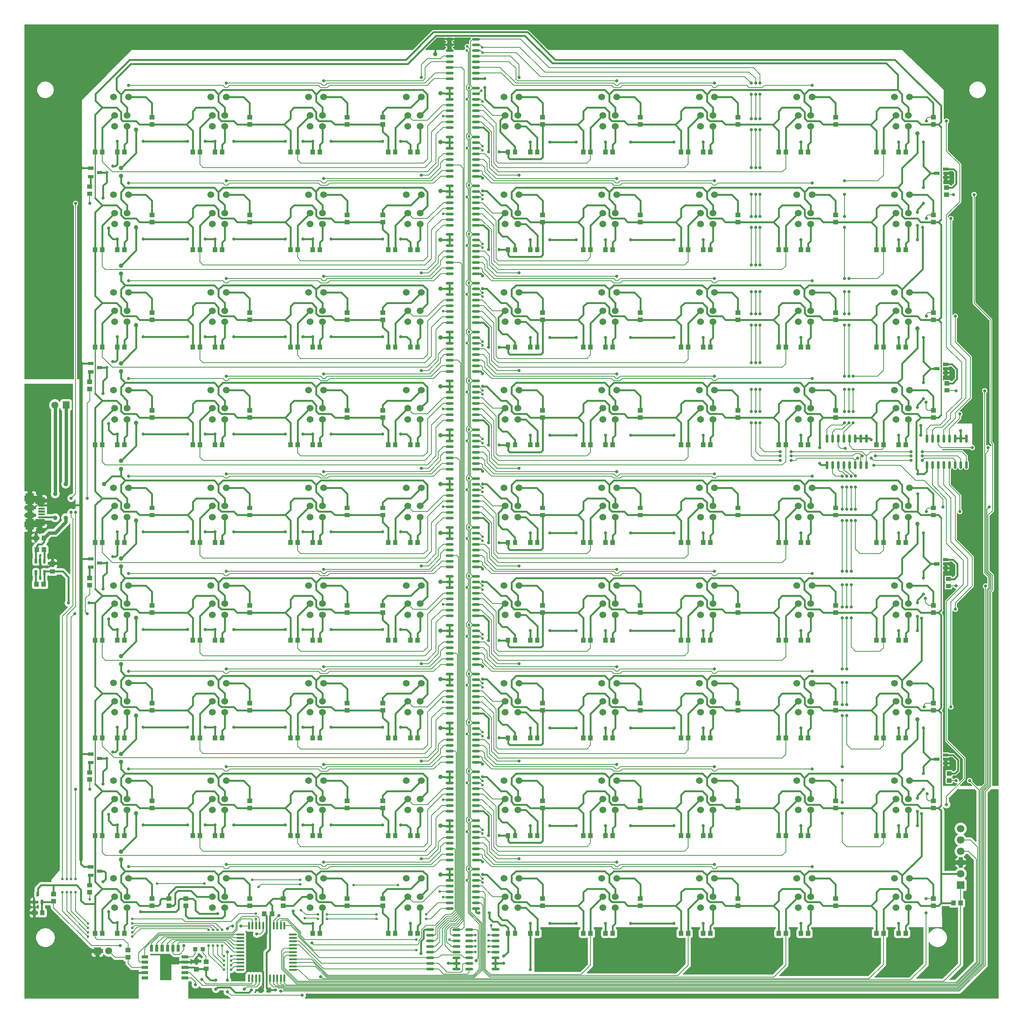
<source format=gbl>
G04 Layer: BottomLayer*
G04 EasyEDA v6.4.19.5, 2021-05-16T17:52:14+02:00*
G04 c7de764b28da46dab1ebef90a77263ec,763424db4a57434484c59f209b4bf891,10*
G04 Gerber Generator version 0.2*
G04 Scale: 100 percent, Rotated: No, Reflected: No *
G04 Dimensions in inches *
G04 leading zeros omitted , absolute positions ,3 integer and 6 decimal *
%FSLAX36Y36*%
%MOIN*%

%ADD10C,0.0100*%
%ADD11C,0.0150*%
%ADD12C,0.0050*%
%ADD13C,0.0300*%
%ADD14C,0.0236*%
%ADD15C,0.0276*%
%ADD16C,0.0394*%
%ADD18C,0.0620*%
%ADD20C,0.0669*%
%ADD21C,0.0600*%
%ADD22C,0.0177*%

%LPD*%
G36*
X3569920Y-236220D02*
G01*
X3568399Y-235920D01*
X3567100Y-235040D01*
X3566240Y-233760D01*
X3565920Y-232220D01*
X3566240Y-230680D01*
X3567100Y-229400D01*
X3667520Y-128980D01*
X3668820Y-128100D01*
X3670340Y-127800D01*
X3732480Y-127800D01*
X3733960Y-128080D01*
X3735220Y-128880D01*
X3736100Y-130100D01*
X3736480Y-131560D01*
X3760440Y-131560D01*
X3760800Y-130100D01*
X3761680Y-128880D01*
X3762940Y-128080D01*
X3764420Y-127800D01*
X3796860Y-127800D01*
X3798340Y-128080D01*
X3799600Y-128880D01*
X3800480Y-130100D01*
X3800840Y-131560D01*
X3824800Y-131560D01*
X3825179Y-130100D01*
X3826060Y-128880D01*
X3827320Y-128080D01*
X3828800Y-127800D01*
X3966480Y-127800D01*
X3967919Y-128059D01*
X3969160Y-128820D01*
X3970040Y-129980D01*
X3970460Y-131380D01*
X3970340Y-132840D01*
X3969460Y-136160D01*
X3969120Y-140100D01*
X3968740Y-141440D01*
X3967940Y-142580D01*
X3958759Y-151720D01*
X3956960Y-153920D01*
X3955760Y-156260D01*
X3955059Y-158860D01*
X3954900Y-160960D01*
X3954900Y-182940D01*
X3954520Y-184640D01*
X3953480Y-186000D01*
X3951940Y-186800D01*
X3950200Y-186880D01*
X3948600Y-186220D01*
X3947960Y-185760D01*
X3944500Y-184160D01*
X3940820Y-183160D01*
X3937020Y-182840D01*
X3933200Y-183160D01*
X3929520Y-184160D01*
X3926060Y-185760D01*
X3922940Y-187960D01*
X3920240Y-190660D01*
X3918039Y-193780D01*
X3916440Y-197240D01*
X3915440Y-200920D01*
X3915120Y-204740D01*
X3915440Y-208540D01*
X3916440Y-212220D01*
X3918039Y-215680D01*
X3920100Y-218600D01*
X3920680Y-219860D01*
X3920800Y-221240D01*
X3920440Y-222580D01*
X3919640Y-223720D01*
X3917480Y-225880D01*
X3915299Y-229020D01*
X3913680Y-232480D01*
X3913480Y-233260D01*
X3912679Y-234800D01*
X3911300Y-235840D01*
X3909620Y-236220D01*
X3828920Y-236220D01*
X3827220Y-235840D01*
X3825840Y-234800D01*
X3825040Y-233260D01*
X3824840Y-232480D01*
X3823220Y-229020D01*
X3821040Y-225880D01*
X3818340Y-223180D01*
X3815200Y-221000D01*
X3811760Y-219380D01*
X3809660Y-218820D01*
X3808120Y-218020D01*
X3807060Y-216660D01*
X3806700Y-214960D01*
X3807060Y-213280D01*
X3808120Y-211900D01*
X3809660Y-211100D01*
X3811760Y-210539D01*
X3815200Y-208920D01*
X3818340Y-206740D01*
X3821040Y-204040D01*
X3823220Y-200900D01*
X3824400Y-198359D01*
X3800860Y-198359D01*
X3800860Y-232220D01*
X3800560Y-233760D01*
X3799680Y-235040D01*
X3798380Y-235920D01*
X3796860Y-236220D01*
X3764420Y-236220D01*
X3762900Y-235920D01*
X3761600Y-235040D01*
X3760720Y-233760D01*
X3760419Y-232220D01*
X3760419Y-198359D01*
X3736880Y-198359D01*
X3738060Y-200900D01*
X3740240Y-204040D01*
X3742940Y-206740D01*
X3746080Y-208920D01*
X3749520Y-210539D01*
X3751620Y-211100D01*
X3753159Y-211900D01*
X3754220Y-213280D01*
X3754580Y-214960D01*
X3754220Y-216660D01*
X3753159Y-218020D01*
X3751620Y-218820D01*
X3749520Y-219380D01*
X3746080Y-221000D01*
X3742940Y-223180D01*
X3740240Y-225880D01*
X3738060Y-229020D01*
X3736440Y-232480D01*
X3736240Y-233260D01*
X3735440Y-234800D01*
X3734060Y-235840D01*
X3732360Y-236220D01*
G37*

%LPC*%
G36*
X3736880Y-181560D02*
G01*
X3760419Y-181560D01*
X3760419Y-148360D01*
X3736880Y-148360D01*
X3738060Y-150900D01*
X3740240Y-154040D01*
X3742940Y-156740D01*
X3746080Y-158920D01*
X3749520Y-160539D01*
X3751620Y-161100D01*
X3753159Y-161900D01*
X3754220Y-163280D01*
X3754580Y-164960D01*
X3754220Y-166660D01*
X3753159Y-168020D01*
X3751620Y-168820D01*
X3749520Y-169380D01*
X3746080Y-171000D01*
X3742940Y-173180D01*
X3740240Y-175880D01*
X3738060Y-179020D01*
G37*
G36*
X3800860Y-181560D02*
G01*
X3824400Y-181560D01*
X3823220Y-179020D01*
X3821040Y-175880D01*
X3818340Y-173180D01*
X3815200Y-171000D01*
X3811760Y-169380D01*
X3809660Y-168820D01*
X3808120Y-168020D01*
X3807060Y-166660D01*
X3806700Y-164960D01*
X3807060Y-163280D01*
X3808120Y-161900D01*
X3809660Y-161100D01*
X3811760Y-160539D01*
X3815200Y-158920D01*
X3818340Y-156740D01*
X3821040Y-154040D01*
X3823220Y-150900D01*
X3824400Y-148360D01*
X3800860Y-148360D01*
G37*

%LPD*%
G36*
X8224560Y-1439100D02*
G01*
X8223140Y-1438839D01*
X8221900Y-1438080D01*
X8221020Y-1436940D01*
X8220599Y-1435540D01*
X8220500Y-1434740D01*
X8219760Y-1432600D01*
X8218560Y-1430700D01*
X8216960Y-1429100D01*
X8215060Y-1427900D01*
X8212920Y-1427160D01*
X8210460Y-1426879D01*
X8167600Y-1426879D01*
X8165359Y-1427120D01*
X8163680Y-1426960D01*
X8162240Y-1426140D01*
X8161260Y-1424780D01*
X8160900Y-1423140D01*
X8161060Y-1395960D01*
X8161360Y-1394440D01*
X8162240Y-1393160D01*
X8163520Y-1392300D01*
X8165060Y-1392000D01*
X8166300Y-1392000D01*
X8166300Y-1377500D01*
X8165180Y-1377500D01*
X8163640Y-1377200D01*
X8162340Y-1376320D01*
X8161480Y-1375020D01*
X8161180Y-1373480D01*
X8161240Y-1362700D01*
X8161540Y-1361180D01*
X8162400Y-1359880D01*
X8163700Y-1359019D01*
X8165240Y-1358720D01*
X8166300Y-1358720D01*
X8166300Y-1344240D01*
X8165359Y-1344240D01*
X8163819Y-1343920D01*
X8162519Y-1343060D01*
X8161640Y-1341740D01*
X8161360Y-1340220D01*
X8161460Y-1321160D01*
X8161760Y-1319640D01*
X8162640Y-1318360D01*
X8163920Y-1317480D01*
X8165460Y-1317180D01*
X8205480Y-1317180D01*
X8207960Y-1316900D01*
X8210080Y-1316160D01*
X8212000Y-1314960D01*
X8213579Y-1313360D01*
X8214860Y-1311780D01*
X8216020Y-1311120D01*
X8217340Y-1310900D01*
X8241060Y-1310900D01*
X8242580Y-1311200D01*
X8243880Y-1312080D01*
X8255620Y-1323820D01*
X8256500Y-1325120D01*
X8256799Y-1326639D01*
X8256799Y-1413560D01*
X8256500Y-1415080D01*
X8255620Y-1416380D01*
X8234080Y-1437920D01*
X8232780Y-1438800D01*
X8231260Y-1439100D01*
G37*

%LPC*%
G36*
X8195900Y-1392000D02*
G01*
X8205480Y-1392000D01*
X8207960Y-1391720D01*
X8210080Y-1390960D01*
X8212000Y-1389760D01*
X8213579Y-1388180D01*
X8214779Y-1386260D01*
X8215540Y-1384139D01*
X8215820Y-1381660D01*
X8215820Y-1377500D01*
X8195900Y-1377500D01*
G37*
G36*
X8195900Y-1358720D02*
G01*
X8215820Y-1358720D01*
X8215820Y-1354560D01*
X8215540Y-1352080D01*
X8214779Y-1349960D01*
X8213579Y-1348060D01*
X8212000Y-1346459D01*
X8210080Y-1345260D01*
X8207960Y-1344500D01*
X8205480Y-1344240D01*
X8195900Y-1344240D01*
G37*

%LPD*%
G36*
X8228480Y-3175299D02*
G01*
X8227060Y-3175040D01*
X8225820Y-3174280D01*
X8224940Y-3173140D01*
X8224520Y-3171740D01*
X8224420Y-3170960D01*
X8223680Y-3168840D01*
X8222480Y-3166920D01*
X8220880Y-3165340D01*
X8218980Y-3164140D01*
X8216840Y-3163380D01*
X8214380Y-3163100D01*
X8171520Y-3163100D01*
X8169059Y-3163380D01*
X8166920Y-3164140D01*
X8165019Y-3165340D01*
X8163660Y-3166680D01*
X8162360Y-3167540D01*
X8160839Y-3167860D01*
X8159299Y-3167540D01*
X8158000Y-3166680D01*
X8157140Y-3165380D01*
X8156840Y-3163860D01*
X8156840Y-3128260D01*
X8157140Y-3126740D01*
X8158000Y-3125440D01*
X8159299Y-3124580D01*
X8160839Y-3124260D01*
X8166280Y-3124260D01*
X8166280Y-3109780D01*
X8160839Y-3109780D01*
X8159299Y-3109480D01*
X8158000Y-3108600D01*
X8157140Y-3107300D01*
X8156840Y-3105779D01*
X8156840Y-3095000D01*
X8157140Y-3093460D01*
X8158000Y-3092160D01*
X8159299Y-3091300D01*
X8160839Y-3091000D01*
X8166280Y-3091000D01*
X8166280Y-3076500D01*
X8160839Y-3076500D01*
X8159299Y-3076200D01*
X8158000Y-3075340D01*
X8157140Y-3074040D01*
X8156840Y-3072500D01*
X8156840Y-3053460D01*
X8157140Y-3051940D01*
X8158000Y-3050640D01*
X8159299Y-3049760D01*
X8160839Y-3049460D01*
X8205460Y-3049460D01*
X8207940Y-3049180D01*
X8210060Y-3048440D01*
X8211980Y-3047240D01*
X8213560Y-3045640D01*
X8214820Y-3044080D01*
X8216000Y-3043420D01*
X8217320Y-3043200D01*
X8229260Y-3043200D01*
X8230780Y-3043500D01*
X8232080Y-3044380D01*
X8262720Y-3075020D01*
X8263600Y-3076320D01*
X8263900Y-3077840D01*
X8263900Y-3146560D01*
X8263600Y-3148080D01*
X8262720Y-3149380D01*
X8237980Y-3174120D01*
X8236680Y-3175000D01*
X8235160Y-3175299D01*
G37*

%LPC*%
G36*
X8195880Y-3124260D02*
G01*
X8205460Y-3124260D01*
X8207940Y-3123980D01*
X8210060Y-3123240D01*
X8211980Y-3122040D01*
X8213560Y-3120440D01*
X8214760Y-3118540D01*
X8215520Y-3116400D01*
X8215800Y-3113940D01*
X8215800Y-3109780D01*
X8195880Y-3109780D01*
G37*
G36*
X8195880Y-3091000D02*
G01*
X8215800Y-3091000D01*
X8215800Y-3086840D01*
X8215520Y-3084360D01*
X8214760Y-3082240D01*
X8213560Y-3080320D01*
X8211980Y-3078740D01*
X8210060Y-3077540D01*
X8207940Y-3076780D01*
X8205460Y-3076500D01*
X8195880Y-3076500D01*
G37*

%LPD*%
G36*
X414300Y-4885420D02*
G01*
X412780Y-4885100D01*
X411480Y-4884240D01*
X370020Y-4842800D01*
X366620Y-4839880D01*
X362920Y-4837620D01*
X358920Y-4835960D01*
X354720Y-4834960D01*
X350240Y-4834600D01*
X302440Y-4834600D01*
X301160Y-4834400D01*
X300020Y-4833800D01*
X299140Y-4832880D01*
X296660Y-4829300D01*
X296140Y-4828220D01*
X295960Y-4826500D01*
X296140Y-4825300D01*
X296680Y-4824220D01*
X298880Y-4821060D01*
X300360Y-4817880D01*
X301280Y-4814500D01*
X301600Y-4810840D01*
X301600Y-4803680D01*
X273160Y-4803680D01*
X273160Y-4818420D01*
X272860Y-4819940D01*
X272000Y-4821240D01*
X270700Y-4822100D01*
X269160Y-4822420D01*
X250520Y-4822420D01*
X248980Y-4822100D01*
X247680Y-4821240D01*
X246820Y-4819940D01*
X246520Y-4818420D01*
X246520Y-4803680D01*
X220440Y-4803680D01*
X219000Y-4803400D01*
X217760Y-4802640D01*
X216860Y-4801480D01*
X216460Y-4800080D01*
X216580Y-4798620D01*
X217620Y-4794820D01*
X217940Y-4791160D01*
X217940Y-4782980D01*
X218240Y-4781460D01*
X219100Y-4780160D01*
X220400Y-4779300D01*
X221940Y-4778980D01*
X246520Y-4778980D01*
X246520Y-4751540D01*
X238359Y-4751540D01*
X234700Y-4751860D01*
X231320Y-4752780D01*
X228140Y-4754260D01*
X225280Y-4756260D01*
X224760Y-4756780D01*
X223460Y-4757640D01*
X221940Y-4757940D01*
X220400Y-4757640D01*
X219100Y-4756780D01*
X218240Y-4755480D01*
X217940Y-4753940D01*
X217940Y-4750160D01*
X217620Y-4746500D01*
X216700Y-4743140D01*
X215000Y-4739520D01*
X214600Y-4737800D01*
X214600Y-4708040D01*
X214920Y-4706520D01*
X215780Y-4705220D01*
X218140Y-4702860D01*
X220140Y-4700000D01*
X221620Y-4696820D01*
X222520Y-4693440D01*
X222840Y-4689780D01*
X222840Y-4646820D01*
X222520Y-4643160D01*
X221620Y-4639780D01*
X220140Y-4636600D01*
X218140Y-4633740D01*
X215660Y-4631260D01*
X212800Y-4629260D01*
X209620Y-4627780D01*
X207500Y-4627200D01*
X206080Y-4626500D01*
X205040Y-4625280D01*
X204560Y-4623740D01*
X204720Y-4622140D01*
X205500Y-4620740D01*
X207360Y-4618560D01*
X209620Y-4614860D01*
X211280Y-4610860D01*
X211720Y-4609060D01*
X212180Y-4607940D01*
X212920Y-4607020D01*
X214760Y-4605960D01*
X217640Y-4603960D01*
X220120Y-4601480D01*
X222120Y-4598620D01*
X223600Y-4595440D01*
X224500Y-4592060D01*
X224820Y-4588400D01*
X224820Y-4578440D01*
X225120Y-4576900D01*
X226000Y-4575600D01*
X245660Y-4555940D01*
X246960Y-4555080D01*
X248480Y-4554780D01*
X283400Y-4554780D01*
X285960Y-4554680D01*
X288460Y-4554420D01*
X290920Y-4553980D01*
X293360Y-4553360D01*
X295720Y-4552560D01*
X298040Y-4551600D01*
X300280Y-4550480D01*
X302440Y-4549200D01*
X304500Y-4547780D01*
X306440Y-4546200D01*
X308340Y-4544440D01*
X402720Y-4450060D01*
X404480Y-4448180D01*
X406040Y-4446220D01*
X407480Y-4444160D01*
X408760Y-4442020D01*
X409880Y-4439780D01*
X410600Y-4438000D01*
X411480Y-4436720D01*
X412780Y-4435840D01*
X414300Y-4435540D01*
X415840Y-4435840D01*
X417120Y-4436720D01*
X418000Y-4438000D01*
X418300Y-4439540D01*
X418300Y-4881420D01*
X418000Y-4882940D01*
X417120Y-4884240D01*
X415840Y-4885100D01*
G37*

%LPC*%
G36*
X273160Y-4778980D02*
G01*
X301600Y-4778980D01*
X301600Y-4771820D01*
X301280Y-4768160D01*
X300360Y-4764780D01*
X298880Y-4761600D01*
X296880Y-4758740D01*
X294400Y-4756260D01*
X291540Y-4754260D01*
X288360Y-4752780D01*
X284980Y-4751860D01*
X281320Y-4751540D01*
X273160Y-4751540D01*
G37*

%LPD*%
G36*
X8303000Y-6724620D02*
G01*
X8301420Y-6724260D01*
X8300119Y-6723300D01*
X8299320Y-6721900D01*
X8299120Y-6720300D01*
X8299440Y-6716520D01*
X8299120Y-6712600D01*
X8298140Y-6708780D01*
X8296559Y-6705160D01*
X8294400Y-6701860D01*
X8291740Y-6698960D01*
X8288620Y-6696540D01*
X8285160Y-6694660D01*
X8281420Y-6693380D01*
X8277540Y-6692740D01*
X8273600Y-6692740D01*
X8269720Y-6693380D01*
X8265980Y-6694660D01*
X8262519Y-6696540D01*
X8259400Y-6698960D01*
X8255680Y-6703080D01*
X8254520Y-6703700D01*
X8253220Y-6703920D01*
X8248339Y-6703920D01*
X8246799Y-6703620D01*
X8245500Y-6702740D01*
X8244640Y-6701460D01*
X8244340Y-6699920D01*
X8244340Y-6697060D01*
X8244059Y-6694600D01*
X8243320Y-6692460D01*
X8242120Y-6690560D01*
X8240520Y-6688960D01*
X8239640Y-6688420D01*
X8238480Y-6687300D01*
X8237859Y-6685820D01*
X8237859Y-6684220D01*
X8238480Y-6682740D01*
X8239640Y-6681640D01*
X8240520Y-6681100D01*
X8242120Y-6679500D01*
X8243320Y-6677580D01*
X8244059Y-6675460D01*
X8244160Y-6674640D01*
X8244580Y-6673240D01*
X8245460Y-6672100D01*
X8246700Y-6671340D01*
X8248120Y-6671079D01*
X8264420Y-6671060D01*
X8267780Y-6670599D01*
X8270860Y-6669560D01*
X8273700Y-6667980D01*
X8276340Y-6665800D01*
X8304160Y-6637940D01*
X8306200Y-6635240D01*
X8307660Y-6632340D01*
X8308540Y-6629220D01*
X8308860Y-6625800D01*
X8308840Y-6534680D01*
X8308380Y-6531319D01*
X8307340Y-6528260D01*
X8305760Y-6525420D01*
X8303560Y-6522780D01*
X8258000Y-6477240D01*
X8255300Y-6475200D01*
X8252400Y-6473760D01*
X8249280Y-6472859D01*
X8245860Y-6472540D01*
X8217320Y-6472540D01*
X8216000Y-6472320D01*
X8214840Y-6471680D01*
X8213560Y-6470080D01*
X8211980Y-6468480D01*
X8210060Y-6467279D01*
X8207940Y-6466540D01*
X8205460Y-6466260D01*
X8160800Y-6466260D01*
X8159260Y-6465960D01*
X8157980Y-6465100D01*
X8157100Y-6463800D01*
X8156799Y-6462260D01*
X8156799Y-6128180D01*
X8157140Y-6126580D01*
X8158400Y-6123700D01*
X8159160Y-6120540D01*
X8159299Y-6117300D01*
X8158860Y-6114080D01*
X8157820Y-6111020D01*
X8156240Y-6108180D01*
X8154059Y-6105540D01*
X8150760Y-6102240D01*
X8149900Y-6100940D01*
X8149600Y-6099420D01*
X8149600Y-6089560D01*
X8149900Y-6088040D01*
X8150760Y-6086740D01*
X8154680Y-6082800D01*
X8156680Y-6080119D01*
X8158140Y-6077220D01*
X8159020Y-6074100D01*
X8159340Y-6070680D01*
X8159320Y-5251300D01*
X8158860Y-5247940D01*
X8157820Y-5244880D01*
X8156240Y-5242039D01*
X8154059Y-5239400D01*
X8150760Y-5236100D01*
X8149900Y-5234820D01*
X8149600Y-5233280D01*
X8149600Y-5223420D01*
X8149900Y-5221880D01*
X8150760Y-5220580D01*
X8154059Y-5217300D01*
X8156240Y-5214660D01*
X8157820Y-5211820D01*
X8158860Y-5208740D01*
X8159299Y-5205540D01*
X8159160Y-5202279D01*
X8158420Y-5199140D01*
X8157140Y-5196260D01*
X8156799Y-5194640D01*
X8156799Y-4860540D01*
X8157100Y-4859020D01*
X8157980Y-4857720D01*
X8159260Y-4856860D01*
X8160800Y-4856540D01*
X8166280Y-4856540D01*
X8166280Y-4842060D01*
X8160800Y-4842060D01*
X8159260Y-4841760D01*
X8157980Y-4840880D01*
X8157100Y-4839580D01*
X8156799Y-4838060D01*
X8156799Y-4827280D01*
X8157100Y-4825740D01*
X8157980Y-4824440D01*
X8159260Y-4823580D01*
X8160800Y-4823280D01*
X8166280Y-4823280D01*
X8166280Y-4808780D01*
X8160800Y-4808780D01*
X8159260Y-4808480D01*
X8157980Y-4807620D01*
X8157100Y-4806320D01*
X8156799Y-4804780D01*
X8156799Y-4785740D01*
X8157100Y-4784220D01*
X8157980Y-4782920D01*
X8159260Y-4782040D01*
X8160800Y-4781740D01*
X8205460Y-4781740D01*
X8207940Y-4781460D01*
X8210060Y-4780720D01*
X8211980Y-4779520D01*
X8213560Y-4777920D01*
X8214820Y-4776340D01*
X8216000Y-4775700D01*
X8217320Y-4775460D01*
X8237100Y-4775460D01*
X8238640Y-4775780D01*
X8239940Y-4776640D01*
X8264600Y-4801320D01*
X8265480Y-4802620D01*
X8265780Y-4804140D01*
X8265780Y-4892640D01*
X8265480Y-4894180D01*
X8264600Y-4895480D01*
X8249760Y-4910320D01*
X8248460Y-4911180D01*
X8246940Y-4911480D01*
X8240240Y-4911480D01*
X8238819Y-4911220D01*
X8237580Y-4910480D01*
X8236680Y-4909320D01*
X8236180Y-4907200D01*
X8235440Y-4905060D01*
X8234240Y-4903160D01*
X8232640Y-4901560D01*
X8230740Y-4900360D01*
X8228600Y-4899620D01*
X8226140Y-4899340D01*
X8183280Y-4899340D01*
X8180820Y-4899620D01*
X8178680Y-4900360D01*
X8176780Y-4901560D01*
X8175180Y-4903160D01*
X8173980Y-4905060D01*
X8173240Y-4907200D01*
X8172960Y-4909660D01*
X8172960Y-4948580D01*
X8173240Y-4951060D01*
X8173980Y-4953180D01*
X8175180Y-4955100D01*
X8176780Y-4956680D01*
X8177640Y-4957240D01*
X8178800Y-4958340D01*
X8179440Y-4959820D01*
X8179440Y-4961420D01*
X8178800Y-4962900D01*
X8177640Y-4964000D01*
X8176780Y-4964560D01*
X8175180Y-4966140D01*
X8173980Y-4968060D01*
X8173240Y-4970180D01*
X8172960Y-4972660D01*
X8172960Y-5011580D01*
X8173240Y-5014040D01*
X8173980Y-5016160D01*
X8175180Y-5018080D01*
X8176780Y-5019680D01*
X8178680Y-5020880D01*
X8180820Y-5021620D01*
X8183280Y-5021900D01*
X8226140Y-5021900D01*
X8228600Y-5021620D01*
X8230740Y-5020880D01*
X8232640Y-5019680D01*
X8234240Y-5018080D01*
X8235440Y-5016160D01*
X8236180Y-5014040D01*
X8236460Y-5011580D01*
X8236460Y-5008720D01*
X8236760Y-5007180D01*
X8237640Y-5005880D01*
X8238940Y-5005020D01*
X8240460Y-5004720D01*
X8253220Y-5004720D01*
X8254520Y-5004940D01*
X8255680Y-5005560D01*
X8259400Y-5009680D01*
X8262519Y-5012100D01*
X8265980Y-5013980D01*
X8269720Y-5015260D01*
X8272460Y-5015720D01*
X8274059Y-5016360D01*
X8275260Y-5017640D01*
X8275780Y-5019300D01*
X8275560Y-5021020D01*
X8274620Y-5022480D01*
X8180240Y-5116880D01*
X8178460Y-5119080D01*
X8177260Y-5121420D01*
X8176559Y-5124020D01*
X8176400Y-5126100D01*
X8176400Y-6362020D01*
X8176700Y-6364840D01*
X8177500Y-6367340D01*
X8178840Y-6369660D01*
X8180200Y-6371260D01*
X8332660Y-6523720D01*
X8333540Y-6525019D01*
X8333840Y-6526540D01*
X8333840Y-6693900D01*
X8333540Y-6695420D01*
X8332660Y-6696720D01*
X8305940Y-6723460D01*
X8304580Y-6724340D01*
G37*

%LPC*%
G36*
X8195880Y-4856540D02*
G01*
X8205460Y-4856540D01*
X8207940Y-4856260D01*
X8210060Y-4855520D01*
X8211980Y-4854320D01*
X8213560Y-4852720D01*
X8214760Y-4850820D01*
X8215520Y-4848680D01*
X8215800Y-4846220D01*
X8215800Y-4842060D01*
X8195880Y-4842060D01*
G37*
G36*
X8195880Y-4823280D02*
G01*
X8215800Y-4823280D01*
X8215800Y-4819120D01*
X8215520Y-4816640D01*
X8214760Y-4814520D01*
X8213560Y-4812600D01*
X8211980Y-4811020D01*
X8210060Y-4809820D01*
X8207940Y-4809060D01*
X8205460Y-4808780D01*
X8195880Y-4808780D01*
G37*

%LPD*%
G36*
X8310920Y-6763760D02*
G01*
X8309400Y-6763460D01*
X8308099Y-6762600D01*
X8307220Y-6761300D01*
X8306920Y-6759760D01*
X8307220Y-6758240D01*
X8308099Y-6756940D01*
X8355200Y-6709840D01*
X8356980Y-6707619D01*
X8358180Y-6705280D01*
X8358880Y-6702700D01*
X8359040Y-6700620D01*
X8359040Y-6519880D01*
X8358740Y-6517060D01*
X8357940Y-6514560D01*
X8356580Y-6512240D01*
X8355240Y-6510660D01*
X8202780Y-6358180D01*
X8201900Y-6356880D01*
X8201600Y-6355359D01*
X8201600Y-6078980D01*
X8201960Y-6077340D01*
X8202980Y-6075980D01*
X8204460Y-6075160D01*
X8206140Y-6075019D01*
X8207740Y-6075599D01*
X8208940Y-6076799D01*
X8209500Y-6077640D01*
X8212160Y-6080540D01*
X8215280Y-6082960D01*
X8218740Y-6084840D01*
X8222480Y-6086120D01*
X8226360Y-6086760D01*
X8230300Y-6086760D01*
X8234180Y-6086120D01*
X8237920Y-6084840D01*
X8241380Y-6082960D01*
X8244500Y-6080540D01*
X8247160Y-6077640D01*
X8249320Y-6074340D01*
X8250900Y-6070720D01*
X8251880Y-6066900D01*
X8252200Y-6062980D01*
X8251880Y-6059059D01*
X8250900Y-6055240D01*
X8249320Y-6051620D01*
X8247160Y-6048320D01*
X8244500Y-6045420D01*
X8242480Y-6043840D01*
X8241640Y-6042980D01*
X8241120Y-6041880D01*
X8240940Y-6040700D01*
X8240940Y-5212780D01*
X8241280Y-5211140D01*
X8242300Y-5209779D01*
X8243780Y-5208960D01*
X8245480Y-5208819D01*
X8247080Y-5209400D01*
X8248280Y-5210599D01*
X8248860Y-5211500D01*
X8251540Y-5214400D01*
X8254640Y-5216820D01*
X8258120Y-5218700D01*
X8261840Y-5219980D01*
X8265720Y-5220620D01*
X8269680Y-5220620D01*
X8273560Y-5219980D01*
X8277279Y-5218700D01*
X8280760Y-5216820D01*
X8283860Y-5214400D01*
X8286540Y-5211500D01*
X8288680Y-5208200D01*
X8290280Y-5204580D01*
X8291240Y-5200760D01*
X8291559Y-5196840D01*
X8291240Y-5192920D01*
X8290280Y-5189100D01*
X8288680Y-5185480D01*
X8286540Y-5182180D01*
X8283860Y-5179280D01*
X8281840Y-5177700D01*
X8281020Y-5176840D01*
X8280480Y-5175740D01*
X8280300Y-5174560D01*
X8280300Y-5148579D01*
X8280599Y-5147039D01*
X8281480Y-5145740D01*
X8426060Y-5001160D01*
X8427840Y-4998960D01*
X8429040Y-4996600D01*
X8429740Y-4994020D01*
X8429900Y-4991940D01*
X8429900Y-4732500D01*
X8429600Y-4729680D01*
X8428800Y-4727180D01*
X8427440Y-4724860D01*
X8426100Y-4723280D01*
X8280480Y-4577660D01*
X8279600Y-4576360D01*
X8279299Y-4574820D01*
X8279299Y-4345100D01*
X8279660Y-4343440D01*
X8280680Y-4342080D01*
X8282160Y-4341260D01*
X8283840Y-4341140D01*
X8285440Y-4341720D01*
X8286640Y-4342900D01*
X8288260Y-4345360D01*
X8290920Y-4348260D01*
X8294040Y-4350700D01*
X8297500Y-4352560D01*
X8301240Y-4353840D01*
X8305119Y-4354500D01*
X8309059Y-4354500D01*
X8312940Y-4353840D01*
X8316680Y-4352560D01*
X8320140Y-4350700D01*
X8323260Y-4348260D01*
X8325920Y-4345360D01*
X8328080Y-4342060D01*
X8329660Y-4338460D01*
X8330640Y-4334640D01*
X8330960Y-4330720D01*
X8330640Y-4326780D01*
X8329660Y-4322960D01*
X8328080Y-4319360D01*
X8325920Y-4316060D01*
X8323260Y-4313160D01*
X8321240Y-4311580D01*
X8320420Y-4310700D01*
X8319880Y-4309620D01*
X8319700Y-4308420D01*
X8319700Y-4188399D01*
X8319400Y-4185580D01*
X8318600Y-4183080D01*
X8317240Y-4180760D01*
X8315900Y-4179180D01*
X8227780Y-4091060D01*
X8226900Y-4089760D01*
X8226600Y-4088220D01*
X8226600Y-3959700D01*
X8226900Y-3958180D01*
X8227780Y-3956880D01*
X8230760Y-3953900D01*
X8232940Y-3950779D01*
X8234560Y-3947320D01*
X8235119Y-3945220D01*
X8235920Y-3943700D01*
X8237279Y-3942640D01*
X8238980Y-3942260D01*
X8240660Y-3942640D01*
X8242039Y-3943700D01*
X8242840Y-3945220D01*
X8243400Y-3947320D01*
X8245019Y-3950779D01*
X8247200Y-3953900D01*
X8249900Y-3956600D01*
X8253020Y-3958800D01*
X8256480Y-3960419D01*
X8260180Y-3961400D01*
X8263980Y-3961740D01*
X8267780Y-3961400D01*
X8271460Y-3960419D01*
X8274920Y-3958800D01*
X8278060Y-3956600D01*
X8280760Y-3953900D01*
X8282940Y-3950779D01*
X8284560Y-3947320D01*
X8285119Y-3945220D01*
X8285920Y-3943700D01*
X8287279Y-3942640D01*
X8288980Y-3942260D01*
X8290660Y-3942640D01*
X8292039Y-3943700D01*
X8292840Y-3945220D01*
X8293400Y-3947320D01*
X8295019Y-3950779D01*
X8297200Y-3953900D01*
X8299900Y-3956600D01*
X8303020Y-3958800D01*
X8306480Y-3960419D01*
X8310180Y-3961400D01*
X8313980Y-3961740D01*
X8317780Y-3961400D01*
X8321460Y-3960419D01*
X8324920Y-3958800D01*
X8328060Y-3956600D01*
X8330760Y-3953900D01*
X8332940Y-3950779D01*
X8334560Y-3947320D01*
X8335119Y-3945220D01*
X8335920Y-3943700D01*
X8337279Y-3942640D01*
X8338980Y-3942260D01*
X8340660Y-3942640D01*
X8342039Y-3943700D01*
X8342840Y-3945220D01*
X8343400Y-3947320D01*
X8345019Y-3950779D01*
X8347200Y-3953900D01*
X8349900Y-3956600D01*
X8353020Y-3958800D01*
X8356480Y-3960419D01*
X8360180Y-3961400D01*
X8363980Y-3961740D01*
X8367780Y-3961400D01*
X8371460Y-3960419D01*
X8374920Y-3958800D01*
X8378060Y-3956600D01*
X8380760Y-3953900D01*
X8382940Y-3950779D01*
X8384560Y-3947320D01*
X8385540Y-3943639D01*
X8385880Y-3939660D01*
X8385880Y-3892760D01*
X8385540Y-3888780D01*
X8384560Y-3885100D01*
X8382940Y-3881640D01*
X8380760Y-3878519D01*
X8377780Y-3875560D01*
X8376900Y-3874260D01*
X8376600Y-3872720D01*
X8376600Y-3836600D01*
X8376300Y-3833780D01*
X8375500Y-3831280D01*
X8374140Y-3828960D01*
X8372800Y-3827380D01*
X8335860Y-3790440D01*
X8333660Y-3788660D01*
X8331300Y-3787460D01*
X8328720Y-3786760D01*
X8326640Y-3786600D01*
X8153600Y-3786600D01*
X8152060Y-3786300D01*
X8150760Y-3785419D01*
X8149900Y-3784140D01*
X8149600Y-3782600D01*
X8149600Y-3780380D01*
X8149900Y-3778840D01*
X8150760Y-3777540D01*
X8152060Y-3776680D01*
X8153600Y-3776380D01*
X8394960Y-3776380D01*
X8396260Y-3776580D01*
X8397420Y-3777220D01*
X8401140Y-3781320D01*
X8404260Y-3783759D01*
X8407720Y-3785620D01*
X8411460Y-3786900D01*
X8415340Y-3787559D01*
X8419280Y-3787559D01*
X8423160Y-3786900D01*
X8426900Y-3785620D01*
X8430360Y-3783759D01*
X8433480Y-3781320D01*
X8436140Y-3778420D01*
X8438300Y-3775120D01*
X8439880Y-3771520D01*
X8440860Y-3767700D01*
X8441180Y-3763780D01*
X8440860Y-3759840D01*
X8439880Y-3756019D01*
X8438300Y-3752420D01*
X8436140Y-3749120D01*
X8433480Y-3746220D01*
X8430360Y-3743780D01*
X8426900Y-3741920D01*
X8423160Y-3740640D01*
X8420640Y-3740220D01*
X8419320Y-3739740D01*
X8418260Y-3738860D01*
X8417560Y-3737640D01*
X8417300Y-3736259D01*
X8417300Y-3551560D01*
X8416920Y-3551180D01*
X8287320Y-3551180D01*
X8285800Y-3550860D01*
X8284500Y-3550000D01*
X8283620Y-3548700D01*
X8283320Y-3547180D01*
X8283620Y-3545640D01*
X8284500Y-3544340D01*
X8315860Y-3513000D01*
X8317640Y-3510779D01*
X8318840Y-3508440D01*
X8319520Y-3505840D01*
X8319700Y-3503780D01*
X8319700Y-3486860D01*
X8319880Y-3485659D01*
X8320400Y-3484580D01*
X8321240Y-3483700D01*
X8323260Y-3482120D01*
X8325920Y-3479220D01*
X8328080Y-3475920D01*
X8329660Y-3472320D01*
X8330640Y-3468500D01*
X8330960Y-3464580D01*
X8330640Y-3460640D01*
X8329660Y-3456820D01*
X8328080Y-3453220D01*
X8325920Y-3449920D01*
X8323260Y-3447020D01*
X8320140Y-3444580D01*
X8316680Y-3442720D01*
X8312940Y-3441440D01*
X8310180Y-3440980D01*
X8308579Y-3440320D01*
X8307400Y-3439040D01*
X8306860Y-3437400D01*
X8307080Y-3435659D01*
X8308020Y-3434200D01*
X8410360Y-3331860D01*
X8412140Y-3329660D01*
X8413340Y-3327300D01*
X8414040Y-3324720D01*
X8414200Y-3322640D01*
X8414200Y-2960800D01*
X8413900Y-2957980D01*
X8413100Y-2955480D01*
X8411740Y-2953159D01*
X8410400Y-2951580D01*
X8281480Y-2822740D01*
X8280599Y-2821460D01*
X8280300Y-2819920D01*
X8280300Y-2620740D01*
X8280480Y-2619540D01*
X8281020Y-2618460D01*
X8281840Y-2617580D01*
X8283880Y-2615980D01*
X8286559Y-2613080D01*
X8288700Y-2609780D01*
X8290300Y-2606180D01*
X8291260Y-2602360D01*
X8291580Y-2598440D01*
X8291260Y-2594500D01*
X8290300Y-2590680D01*
X8288700Y-2587080D01*
X8286559Y-2583780D01*
X8283880Y-2580880D01*
X8280780Y-2578440D01*
X8277300Y-2576580D01*
X8273579Y-2575299D01*
X8269700Y-2574640D01*
X8265740Y-2574640D01*
X8261860Y-2575299D01*
X8258140Y-2576580D01*
X8254660Y-2578440D01*
X8251559Y-2580880D01*
X8248880Y-2583780D01*
X8248240Y-2584740D01*
X8247039Y-2585940D01*
X8245440Y-2586520D01*
X8243760Y-2586400D01*
X8242279Y-2585580D01*
X8241260Y-2584220D01*
X8240900Y-2582559D01*
X8240900Y-1754560D01*
X8241079Y-1753380D01*
X8241620Y-1752280D01*
X8242440Y-1751420D01*
X8244460Y-1749840D01*
X8247140Y-1746940D01*
X8249280Y-1743640D01*
X8250880Y-1740020D01*
X8251840Y-1736200D01*
X8252160Y-1732280D01*
X8251840Y-1728360D01*
X8250880Y-1724540D01*
X8249280Y-1720920D01*
X8247140Y-1717620D01*
X8244460Y-1714720D01*
X8241360Y-1712300D01*
X8237880Y-1710420D01*
X8234160Y-1709139D01*
X8230280Y-1708500D01*
X8226319Y-1708500D01*
X8222440Y-1709139D01*
X8218720Y-1710420D01*
X8215240Y-1712300D01*
X8212140Y-1714720D01*
X8209460Y-1717620D01*
X8208940Y-1718420D01*
X8207740Y-1719600D01*
X8206140Y-1720180D01*
X8204460Y-1720060D01*
X8202980Y-1719240D01*
X8201960Y-1717880D01*
X8201600Y-1716220D01*
X8201600Y-1707680D01*
X8201900Y-1706140D01*
X8202780Y-1704840D01*
X8315860Y-1591759D01*
X8317640Y-1589560D01*
X8318840Y-1587200D01*
X8319539Y-1584620D01*
X8319700Y-1582540D01*
X8319700Y-1252200D01*
X8319400Y-1249380D01*
X8318600Y-1246880D01*
X8317240Y-1244560D01*
X8315900Y-1242980D01*
X8202780Y-1129860D01*
X8201900Y-1128560D01*
X8201600Y-1127020D01*
X8201600Y-888420D01*
X8201780Y-887240D01*
X8202320Y-886140D01*
X8203140Y-885280D01*
X8205160Y-883700D01*
X8207840Y-880800D01*
X8209980Y-877500D01*
X8211580Y-873880D01*
X8212540Y-870060D01*
X8212859Y-866140D01*
X8212540Y-862220D01*
X8211580Y-858400D01*
X8209980Y-854780D01*
X8207840Y-851480D01*
X8205160Y-848580D01*
X8202060Y-846160D01*
X8198579Y-844280D01*
X8194860Y-843000D01*
X8190980Y-842360D01*
X8187020Y-842360D01*
X8183140Y-843000D01*
X8179420Y-844280D01*
X8175940Y-846160D01*
X8172840Y-848580D01*
X8170920Y-850680D01*
X8169620Y-851600D01*
X8168080Y-851960D01*
X8166500Y-851680D01*
X8165160Y-850819D01*
X8164280Y-849500D01*
X8163960Y-847940D01*
X8165340Y-590980D01*
X8165060Y-590280D01*
X7795540Y-236500D01*
X7794880Y-236220D01*
X4656460Y-236220D01*
X4654940Y-235920D01*
X4653640Y-235040D01*
X4484360Y-65800D01*
X4481660Y-63760D01*
X4478760Y-62300D01*
X4475640Y-61420D01*
X4472220Y-61100D01*
X3637120Y-61120D01*
X3633780Y-61580D01*
X3630700Y-62619D01*
X3627860Y-64200D01*
X3625220Y-66380D01*
X3456560Y-235040D01*
X3455260Y-235920D01*
X3453740Y-236220D01*
X961040Y-236220D01*
X960360Y-236500D01*
X519960Y-684760D01*
X519680Y-685420D01*
X519680Y-3153480D01*
X519380Y-3155000D01*
X518519Y-3156300D01*
X517220Y-3157160D01*
X515680Y-3157480D01*
X481200Y-3157480D01*
X479660Y-3157160D01*
X478380Y-3156300D01*
X477500Y-3155000D01*
X477200Y-3153480D01*
X477200Y-1620680D01*
X477380Y-1619500D01*
X477920Y-1618400D01*
X478740Y-1617540D01*
X480760Y-1615960D01*
X483440Y-1613060D01*
X485580Y-1609760D01*
X487180Y-1606140D01*
X488140Y-1602320D01*
X488459Y-1598400D01*
X488140Y-1594480D01*
X487180Y-1590660D01*
X485580Y-1587040D01*
X483440Y-1583740D01*
X480760Y-1580840D01*
X477660Y-1578420D01*
X474180Y-1576540D01*
X470460Y-1575260D01*
X466580Y-1574620D01*
X462620Y-1574620D01*
X458740Y-1575260D01*
X455020Y-1576540D01*
X451540Y-1578420D01*
X448440Y-1580840D01*
X445760Y-1583740D01*
X443620Y-1587040D01*
X442020Y-1590660D01*
X441060Y-1594480D01*
X440740Y-1598400D01*
X441060Y-1602320D01*
X442020Y-1606140D01*
X443620Y-1609760D01*
X445760Y-1613060D01*
X448440Y-1615960D01*
X450460Y-1617540D01*
X451280Y-1618400D01*
X451820Y-1619500D01*
X452000Y-1620680D01*
X452000Y-3153480D01*
X451700Y-3155000D01*
X450820Y-3156300D01*
X449540Y-3157160D01*
X448000Y-3157480D01*
X14100Y-3157480D01*
X12560Y-3157160D01*
X11279Y-3156300D01*
X10400Y-3155000D01*
X10100Y-3153480D01*
X10100Y-14100D01*
X10400Y-12560D01*
X11279Y-11279D01*
X12560Y-10400D01*
X14100Y-10100D01*
X8647320Y-10100D01*
X8648840Y-10400D01*
X8650140Y-11279D01*
X8651020Y-12560D01*
X8651320Y-14100D01*
X8651320Y-6759760D01*
X8651020Y-6761300D01*
X8650140Y-6762600D01*
X8648840Y-6763460D01*
X8647320Y-6763760D01*
X8596600Y-6763760D01*
X8595060Y-6763460D01*
X8593780Y-6762600D01*
X8592900Y-6761300D01*
X8592600Y-6759760D01*
X8592600Y-5048960D01*
X8592900Y-5047440D01*
X8593760Y-5046140D01*
X8607200Y-5032620D01*
X8608980Y-5030420D01*
X8610160Y-5028080D01*
X8610840Y-5025480D01*
X8611000Y-5023440D01*
X8611000Y-4897800D01*
X8610700Y-4894980D01*
X8609900Y-4892480D01*
X8608540Y-4890160D01*
X8607200Y-4888580D01*
X8572780Y-4854160D01*
X8571900Y-4852860D01*
X8571600Y-4851320D01*
X8571600Y-4369080D01*
X8571900Y-4367540D01*
X8572780Y-4366240D01*
X8607160Y-4331860D01*
X8608940Y-4329660D01*
X8610140Y-4327300D01*
X8610840Y-4324720D01*
X8611000Y-4322640D01*
X8611000Y-3732500D01*
X8610700Y-3729680D01*
X8609900Y-3727180D01*
X8608540Y-3724860D01*
X8607220Y-3723300D01*
X8596460Y-3712480D01*
X8595600Y-3711180D01*
X8595300Y-3709660D01*
X8595300Y-2630100D01*
X8595000Y-2627280D01*
X8594200Y-2624780D01*
X8592840Y-2622460D01*
X8591500Y-2620880D01*
X8446880Y-2476260D01*
X8446000Y-2474960D01*
X8445700Y-2473420D01*
X8445700Y-1541920D01*
X8445880Y-1540740D01*
X8446420Y-1539660D01*
X8447240Y-1538779D01*
X8449220Y-1537240D01*
X8451880Y-1534340D01*
X8454040Y-1531040D01*
X8455620Y-1527420D01*
X8456600Y-1523600D01*
X8456920Y-1519680D01*
X8456600Y-1515760D01*
X8455620Y-1511940D01*
X8454040Y-1508320D01*
X8451880Y-1505020D01*
X8449220Y-1502120D01*
X8446100Y-1499700D01*
X8442640Y-1497820D01*
X8438900Y-1496540D01*
X8435020Y-1495900D01*
X8431080Y-1495900D01*
X8427200Y-1496540D01*
X8423460Y-1497820D01*
X8420000Y-1499700D01*
X8416880Y-1502120D01*
X8414220Y-1505020D01*
X8412060Y-1508320D01*
X8410480Y-1511940D01*
X8409500Y-1515760D01*
X8409180Y-1519680D01*
X8409500Y-1523600D01*
X8410480Y-1527420D01*
X8412060Y-1531040D01*
X8414220Y-1534340D01*
X8416880Y-1537240D01*
X8418960Y-1538860D01*
X8419780Y-1539720D01*
X8420320Y-1540820D01*
X8420500Y-1542000D01*
X8420500Y-2480100D01*
X8420800Y-2482920D01*
X8421600Y-2485420D01*
X8422960Y-2487740D01*
X8424300Y-2489320D01*
X8568920Y-2633940D01*
X8569800Y-2635240D01*
X8570100Y-2636780D01*
X8570100Y-3716300D01*
X8570400Y-3719120D01*
X8571200Y-3721620D01*
X8572560Y-3723940D01*
X8573880Y-3725500D01*
X8584640Y-3736320D01*
X8585500Y-3737620D01*
X8585800Y-3739140D01*
X8585800Y-3747799D01*
X8585440Y-3749460D01*
X8584420Y-3750820D01*
X8582940Y-3751640D01*
X8581260Y-3751760D01*
X8579660Y-3751180D01*
X8578460Y-3750000D01*
X8577880Y-3749120D01*
X8575200Y-3746220D01*
X8572100Y-3743780D01*
X8568620Y-3741920D01*
X8564900Y-3740640D01*
X8561020Y-3739980D01*
X8557060Y-3739980D01*
X8553180Y-3740640D01*
X8549460Y-3741920D01*
X8546000Y-3743780D01*
X8544440Y-3744240D01*
X8542800Y-3744040D01*
X8541400Y-3743200D01*
X8540440Y-3741860D01*
X8540100Y-3740260D01*
X8540100Y-3282160D01*
X8540280Y-3280960D01*
X8540820Y-3279880D01*
X8541640Y-3279000D01*
X8543700Y-3277400D01*
X8546380Y-3274500D01*
X8548520Y-3271200D01*
X8550120Y-3267580D01*
X8551080Y-3263759D01*
X8551400Y-3259840D01*
X8551080Y-3255920D01*
X8550120Y-3252100D01*
X8548520Y-3248480D01*
X8546380Y-3245179D01*
X8543700Y-3242280D01*
X8540600Y-3239860D01*
X8537120Y-3237980D01*
X8533400Y-3236700D01*
X8529520Y-3236060D01*
X8525560Y-3236060D01*
X8521680Y-3236700D01*
X8517960Y-3237980D01*
X8514480Y-3239860D01*
X8511380Y-3242280D01*
X8508700Y-3245179D01*
X8506560Y-3248480D01*
X8504960Y-3252100D01*
X8504000Y-3255920D01*
X8503680Y-3259840D01*
X8504000Y-3263759D01*
X8504960Y-3267580D01*
X8506560Y-3271200D01*
X8508700Y-3274500D01*
X8511380Y-3277400D01*
X8513360Y-3278940D01*
X8514180Y-3279820D01*
X8514720Y-3280899D01*
X8514900Y-3282100D01*
X8514900Y-4873800D01*
X8515200Y-4876620D01*
X8516000Y-4879120D01*
X8517360Y-4881440D01*
X8518700Y-4883020D01*
X8549020Y-4913340D01*
X8549900Y-4914640D01*
X8550200Y-4916180D01*
X8550200Y-4966440D01*
X8549920Y-4967920D01*
X8549100Y-4969200D01*
X8547860Y-4970080D01*
X8546400Y-4970440D01*
X8544900Y-4970220D01*
X8541280Y-4968980D01*
X8537400Y-4968340D01*
X8533440Y-4968340D01*
X8529560Y-4968980D01*
X8525840Y-4970260D01*
X8522360Y-4972140D01*
X8519260Y-4974560D01*
X8516580Y-4977460D01*
X8514440Y-4980760D01*
X8512840Y-4984380D01*
X8511880Y-4988200D01*
X8511560Y-4992120D01*
X8511880Y-4996040D01*
X8512840Y-4999860D01*
X8514440Y-5003480D01*
X8516580Y-5006780D01*
X8519260Y-5009680D01*
X8521260Y-5011240D01*
X8522080Y-5012120D01*
X8522620Y-5013200D01*
X8522800Y-5014400D01*
X8522800Y-6741140D01*
X8522500Y-6742660D01*
X8521640Y-6743960D01*
X8503040Y-6762600D01*
X8501740Y-6763460D01*
X8500200Y-6763760D01*
X8460380Y-6763760D01*
X8458840Y-6763460D01*
X8457540Y-6762600D01*
X8418400Y-6723400D01*
X8417460Y-6721940D01*
X8417240Y-6720240D01*
X8417540Y-6716520D01*
X8417220Y-6712600D01*
X8416260Y-6708780D01*
X8414660Y-6705160D01*
X8412520Y-6701860D01*
X8409840Y-6698960D01*
X8406740Y-6696540D01*
X8403260Y-6694660D01*
X8399540Y-6693380D01*
X8395660Y-6692740D01*
X8391700Y-6692740D01*
X8387820Y-6693380D01*
X8384100Y-6694660D01*
X8380620Y-6696540D01*
X8377519Y-6698960D01*
X8374840Y-6701860D01*
X8372700Y-6705160D01*
X8371100Y-6708780D01*
X8370140Y-6712600D01*
X8369820Y-6716520D01*
X8370140Y-6720440D01*
X8371100Y-6724260D01*
X8372700Y-6727880D01*
X8374840Y-6731180D01*
X8377519Y-6734080D01*
X8380620Y-6736500D01*
X8384100Y-6738380D01*
X8387820Y-6739660D01*
X8391700Y-6740300D01*
X8395660Y-6740300D01*
X8397060Y-6740060D01*
X8398320Y-6740060D01*
X8399520Y-6740440D01*
X8400560Y-6741180D01*
X8416280Y-6756940D01*
X8417140Y-6758240D01*
X8417460Y-6759760D01*
X8417140Y-6761300D01*
X8416280Y-6762600D01*
X8414980Y-6763460D01*
X8413460Y-6763760D01*
G37*

%LPC*%
G36*
X8460860Y-663540D02*
G01*
X8468260Y-663540D01*
X8475640Y-662800D01*
X8482880Y-661300D01*
X8489960Y-659080D01*
X8496760Y-656160D01*
X8503220Y-652580D01*
X8509300Y-648340D01*
X8514920Y-643520D01*
X8520020Y-638160D01*
X8524560Y-632300D01*
X8528480Y-626020D01*
X8531740Y-619380D01*
X8534300Y-612420D01*
X8536160Y-605260D01*
X8537280Y-597940D01*
X8537660Y-590560D01*
X8537280Y-583160D01*
X8536160Y-575840D01*
X8534300Y-568680D01*
X8531740Y-561720D01*
X8528480Y-555080D01*
X8524560Y-548800D01*
X8520020Y-542940D01*
X8514920Y-537580D01*
X8509300Y-532760D01*
X8503220Y-528520D01*
X8496760Y-524940D01*
X8489960Y-522020D01*
X8482880Y-519799D01*
X8475640Y-518300D01*
X8468260Y-517560D01*
X8460860Y-517560D01*
X8453500Y-518300D01*
X8446240Y-519799D01*
X8439180Y-522020D01*
X8432380Y-524940D01*
X8425900Y-528520D01*
X8419840Y-532760D01*
X8414220Y-537580D01*
X8409120Y-542940D01*
X8404580Y-548800D01*
X8400660Y-555080D01*
X8397400Y-561720D01*
X8394840Y-568680D01*
X8392980Y-575840D01*
X8391860Y-583160D01*
X8391480Y-590560D01*
X8391860Y-597940D01*
X8392980Y-605260D01*
X8394840Y-612420D01*
X8397400Y-619380D01*
X8400660Y-626020D01*
X8404580Y-632300D01*
X8409120Y-638160D01*
X8414220Y-643520D01*
X8419840Y-648340D01*
X8425900Y-652580D01*
X8432380Y-656160D01*
X8439180Y-659080D01*
X8446240Y-661300D01*
X8453500Y-662800D01*
G37*
G36*
X193140Y-663540D02*
G01*
X200560Y-663540D01*
X207920Y-662800D01*
X215159Y-661300D01*
X222240Y-659080D01*
X229040Y-656160D01*
X235520Y-652580D01*
X241580Y-648340D01*
X247200Y-643520D01*
X252300Y-638160D01*
X256840Y-632300D01*
X260760Y-626020D01*
X264020Y-619380D01*
X266580Y-612440D01*
X268440Y-605260D01*
X269560Y-597940D01*
X269940Y-590560D01*
X269560Y-583160D01*
X268440Y-575840D01*
X266580Y-568680D01*
X264020Y-561720D01*
X260760Y-555080D01*
X256840Y-548800D01*
X252300Y-542940D01*
X247200Y-537580D01*
X241580Y-532760D01*
X235520Y-528520D01*
X229040Y-524940D01*
X222240Y-522020D01*
X215159Y-519799D01*
X207920Y-518300D01*
X200560Y-517560D01*
X193140Y-517560D01*
X185780Y-518300D01*
X178540Y-519799D01*
X171460Y-522020D01*
X164660Y-524940D01*
X158180Y-528520D01*
X152120Y-532760D01*
X146500Y-537580D01*
X141400Y-542940D01*
X136860Y-548800D01*
X132940Y-555080D01*
X129680Y-561720D01*
X127120Y-568680D01*
X125260Y-575840D01*
X124140Y-583160D01*
X123760Y-590560D01*
X124140Y-597940D01*
X125260Y-605260D01*
X127120Y-612440D01*
X129680Y-619380D01*
X132940Y-626020D01*
X136860Y-632300D01*
X141400Y-638160D01*
X146500Y-643520D01*
X152120Y-648340D01*
X158180Y-652580D01*
X164660Y-656160D01*
X171460Y-659080D01*
X178540Y-661300D01*
X185780Y-662800D01*
G37*

%LPD*%
G36*
X8160800Y-6763760D02*
G01*
X8159260Y-6763460D01*
X8157980Y-6762600D01*
X8157100Y-6761300D01*
X8156799Y-6759760D01*
X8156799Y-6592820D01*
X8157100Y-6591300D01*
X8157980Y-6590000D01*
X8159260Y-6589140D01*
X8160800Y-6588819D01*
X8166280Y-6588819D01*
X8166280Y-6574340D01*
X8160800Y-6574340D01*
X8159260Y-6574040D01*
X8157980Y-6573160D01*
X8157100Y-6571860D01*
X8156799Y-6570340D01*
X8156799Y-6559560D01*
X8157100Y-6558020D01*
X8157980Y-6556720D01*
X8159260Y-6555860D01*
X8160800Y-6555560D01*
X8166280Y-6555560D01*
X8166280Y-6541060D01*
X8160800Y-6541060D01*
X8159260Y-6540760D01*
X8157980Y-6539900D01*
X8157100Y-6538600D01*
X8156799Y-6537060D01*
X8156799Y-6518020D01*
X8157100Y-6516500D01*
X8157980Y-6515200D01*
X8159260Y-6514320D01*
X8160800Y-6514020D01*
X8205460Y-6514020D01*
X8207940Y-6513740D01*
X8210060Y-6513000D01*
X8211980Y-6511799D01*
X8213560Y-6510200D01*
X8214820Y-6508620D01*
X8216000Y-6507980D01*
X8217320Y-6507740D01*
X8237100Y-6507740D01*
X8238640Y-6508060D01*
X8239940Y-6508920D01*
X8272480Y-6541480D01*
X8273360Y-6542760D01*
X8273660Y-6544299D01*
X8273660Y-6617039D01*
X8273360Y-6618560D01*
X8272480Y-6619860D01*
X8257640Y-6634720D01*
X8256340Y-6635580D01*
X8254800Y-6635880D01*
X8248120Y-6635880D01*
X8246680Y-6635620D01*
X8245440Y-6634860D01*
X8244560Y-6633720D01*
X8244059Y-6631600D01*
X8243320Y-6629480D01*
X8242120Y-6627560D01*
X8240520Y-6625960D01*
X8238600Y-6624760D01*
X8236480Y-6624020D01*
X8234020Y-6623740D01*
X8191160Y-6623740D01*
X8188680Y-6624020D01*
X8186559Y-6624760D01*
X8184640Y-6625960D01*
X8183060Y-6627560D01*
X8181860Y-6629480D01*
X8181100Y-6631600D01*
X8180820Y-6634080D01*
X8180820Y-6673000D01*
X8181100Y-6675460D01*
X8181860Y-6677580D01*
X8183060Y-6679500D01*
X8184640Y-6681100D01*
X8185520Y-6681640D01*
X8186680Y-6682740D01*
X8187300Y-6684220D01*
X8187300Y-6685820D01*
X8186680Y-6687300D01*
X8185520Y-6688420D01*
X8184640Y-6688960D01*
X8183060Y-6690560D01*
X8181860Y-6692460D01*
X8181100Y-6694600D01*
X8180820Y-6697060D01*
X8180820Y-6735980D01*
X8181100Y-6738440D01*
X8181860Y-6740580D01*
X8183060Y-6742480D01*
X8184640Y-6744080D01*
X8186559Y-6745280D01*
X8188680Y-6746020D01*
X8191160Y-6746300D01*
X8234020Y-6746300D01*
X8236480Y-6746020D01*
X8238600Y-6745280D01*
X8240520Y-6744080D01*
X8242120Y-6742480D01*
X8243320Y-6740580D01*
X8244059Y-6738440D01*
X8244340Y-6735980D01*
X8244340Y-6733120D01*
X8244640Y-6731580D01*
X8245500Y-6730300D01*
X8246799Y-6729420D01*
X8248339Y-6729120D01*
X8253220Y-6729120D01*
X8254520Y-6729340D01*
X8255680Y-6729960D01*
X8259400Y-6734080D01*
X8262519Y-6736500D01*
X8265980Y-6738380D01*
X8269720Y-6739660D01*
X8273600Y-6740300D01*
X8277540Y-6740300D01*
X8279080Y-6740040D01*
X8280760Y-6740119D01*
X8282240Y-6740860D01*
X8283300Y-6742160D01*
X8283740Y-6743780D01*
X8283480Y-6745420D01*
X8282580Y-6746820D01*
X8266799Y-6762600D01*
X8265500Y-6763460D01*
X8263980Y-6763760D01*
G37*

%LPC*%
G36*
X8195880Y-6588819D02*
G01*
X8205460Y-6588819D01*
X8207940Y-6588540D01*
X8210060Y-6587800D01*
X8211980Y-6586600D01*
X8213560Y-6585000D01*
X8214760Y-6583099D01*
X8215520Y-6580960D01*
X8215800Y-6578500D01*
X8215800Y-6574340D01*
X8195880Y-6574340D01*
G37*
G36*
X8195880Y-6555560D02*
G01*
X8215800Y-6555560D01*
X8215800Y-6551400D01*
X8215520Y-6548920D01*
X8214760Y-6546799D01*
X8213560Y-6544880D01*
X8211980Y-6543300D01*
X8210060Y-6542100D01*
X8207940Y-6541340D01*
X8205460Y-6541060D01*
X8195880Y-6541060D01*
G37*

%LPD*%
G36*
X4539420Y-8414900D02*
G01*
X4537900Y-8414600D01*
X4536600Y-8413720D01*
X4535720Y-8412440D01*
X4535420Y-8410900D01*
X4535420Y-8116620D01*
X4535720Y-8115080D01*
X4536600Y-8113800D01*
X4537900Y-8112920D01*
X4539420Y-8112619D01*
X4578560Y-8112619D01*
X4582220Y-8112300D01*
X4585600Y-8111400D01*
X4588780Y-8109920D01*
X4591640Y-8107900D01*
X4594120Y-8105420D01*
X4596140Y-8102560D01*
X4597620Y-8099380D01*
X4598520Y-8096000D01*
X4598840Y-8092340D01*
X4598840Y-8049380D01*
X4598520Y-8045720D01*
X4597620Y-8042340D01*
X4596140Y-8039180D01*
X4594120Y-8036300D01*
X4591660Y-8033840D01*
X4588400Y-8031580D01*
X4587480Y-8030680D01*
X4586880Y-8029560D01*
X4586680Y-8028300D01*
X4586680Y-8019740D01*
X4586980Y-8018200D01*
X4587840Y-8016900D01*
X4589140Y-8016040D01*
X4590680Y-8015740D01*
X4654200Y-8015740D01*
X4655600Y-8015980D01*
X4659760Y-8017540D01*
X4664480Y-8018560D01*
X4669320Y-8018900D01*
X4674140Y-8018560D01*
X4678860Y-8017540D01*
X4683020Y-8015980D01*
X4684420Y-8015740D01*
X4890420Y-8015740D01*
X4891820Y-8015980D01*
X4895980Y-8017540D01*
X4900700Y-8018560D01*
X4905520Y-8018900D01*
X4910340Y-8018560D01*
X4915060Y-8017540D01*
X4919220Y-8015980D01*
X4920620Y-8015740D01*
X4936940Y-8015740D01*
X4938460Y-8016040D01*
X4939760Y-8016900D01*
X4940640Y-8018200D01*
X4940940Y-8019740D01*
X4940940Y-8028260D01*
X4940740Y-8029539D01*
X4940140Y-8030660D01*
X4939200Y-8031559D01*
X4935900Y-8033840D01*
X4933440Y-8036300D01*
X4931420Y-8039180D01*
X4929940Y-8042340D01*
X4929040Y-8045720D01*
X4928720Y-8049380D01*
X4928720Y-8092340D01*
X4929040Y-8096000D01*
X4929940Y-8099380D01*
X4931420Y-8102560D01*
X4933440Y-8105420D01*
X4935900Y-8107900D01*
X4938780Y-8109920D01*
X4941940Y-8111400D01*
X4945340Y-8112300D01*
X4949000Y-8112619D01*
X4988020Y-8112619D01*
X4991680Y-8112300D01*
X4995060Y-8111400D01*
X4998300Y-8109880D01*
X5000000Y-8109500D01*
X5001680Y-8109880D01*
X5004940Y-8111400D01*
X5005940Y-8111660D01*
X5007480Y-8112460D01*
X5008520Y-8113840D01*
X5008900Y-8115520D01*
X5008900Y-8343280D01*
X5008600Y-8344820D01*
X5007720Y-8346120D01*
X4940120Y-8413720D01*
X4938820Y-8414600D01*
X4937280Y-8414900D01*
G37*

%LPD*%
G36*
X5001220Y-8426200D02*
G01*
X4999680Y-8425900D01*
X4998380Y-8425040D01*
X4997520Y-8423740D01*
X4997220Y-8422200D01*
X4997520Y-8420680D01*
X4998380Y-8419380D01*
X5047360Y-8370400D01*
X5049880Y-8367420D01*
X5051800Y-8364220D01*
X5053140Y-8360740D01*
X5053920Y-8357060D01*
X5054100Y-8354180D01*
X5054100Y-8115520D01*
X5054480Y-8113819D01*
X5055520Y-8112460D01*
X5057060Y-8111660D01*
X5058040Y-8111400D01*
X5061220Y-8109920D01*
X5064080Y-8107900D01*
X5066560Y-8105420D01*
X5068580Y-8102560D01*
X5070060Y-8099380D01*
X5070960Y-8096000D01*
X5071280Y-8092340D01*
X5071280Y-8049380D01*
X5070960Y-8045720D01*
X5070060Y-8042340D01*
X5068580Y-8039180D01*
X5066560Y-8036300D01*
X5064100Y-8033840D01*
X5060820Y-8031559D01*
X5059880Y-8030680D01*
X5059300Y-8029539D01*
X5059080Y-8028280D01*
X5059080Y-8019740D01*
X5059400Y-8018200D01*
X5060260Y-8016900D01*
X5061560Y-8016040D01*
X5063080Y-8015740D01*
X5133800Y-8015740D01*
X5135320Y-8016040D01*
X5136620Y-8016900D01*
X5137500Y-8018200D01*
X5137800Y-8019740D01*
X5137800Y-8028260D01*
X5137600Y-8029520D01*
X5137000Y-8030660D01*
X5136060Y-8031559D01*
X5132740Y-8033840D01*
X5130280Y-8036300D01*
X5128280Y-8039180D01*
X5126799Y-8042340D01*
X5125900Y-8045720D01*
X5125580Y-8049380D01*
X5125580Y-8092340D01*
X5125900Y-8096000D01*
X5126799Y-8099380D01*
X5128280Y-8102560D01*
X5130280Y-8105420D01*
X5132760Y-8107900D01*
X5135620Y-8109920D01*
X5138800Y-8111400D01*
X5142180Y-8112300D01*
X5145839Y-8112619D01*
X5184860Y-8112619D01*
X5188520Y-8112300D01*
X5191900Y-8111400D01*
X5195160Y-8109880D01*
X5196840Y-8109500D01*
X5198540Y-8109880D01*
X5201780Y-8111400D01*
X5205180Y-8112300D01*
X5208840Y-8112619D01*
X5247859Y-8112619D01*
X5251520Y-8112300D01*
X5254900Y-8111400D01*
X5258080Y-8109920D01*
X5260940Y-8107900D01*
X5263420Y-8105420D01*
X5265420Y-8102560D01*
X5266900Y-8099380D01*
X5267800Y-8096000D01*
X5268120Y-8092340D01*
X5268120Y-8049380D01*
X5267800Y-8045720D01*
X5266900Y-8042340D01*
X5265420Y-8039180D01*
X5263420Y-8036300D01*
X5260940Y-8033840D01*
X5257680Y-8031580D01*
X5256760Y-8030680D01*
X5256180Y-8029560D01*
X5255960Y-8028300D01*
X5255960Y-8021540D01*
X5256280Y-8020019D01*
X5257140Y-8018720D01*
X5258960Y-8016900D01*
X5260260Y-8016040D01*
X5261780Y-8015740D01*
X5370740Y-8015740D01*
X5372140Y-8015980D01*
X5376300Y-8017540D01*
X5381020Y-8018560D01*
X5385839Y-8018900D01*
X5390660Y-8018560D01*
X5395380Y-8017540D01*
X5399539Y-8015980D01*
X5400940Y-8015740D01*
X5756559Y-8015740D01*
X5757960Y-8015980D01*
X5762120Y-8017540D01*
X5766840Y-8018560D01*
X5771660Y-8018900D01*
X5776480Y-8018560D01*
X5781200Y-8017540D01*
X5785359Y-8015980D01*
X5786760Y-8015740D01*
X5803099Y-8015740D01*
X5804640Y-8016040D01*
X5805940Y-8016900D01*
X5806799Y-8018200D01*
X5807100Y-8019740D01*
X5807100Y-8028260D01*
X5806900Y-8029520D01*
X5806300Y-8030660D01*
X5805359Y-8031540D01*
X5802039Y-8033840D01*
X5799580Y-8036300D01*
X5797580Y-8039180D01*
X5796100Y-8042340D01*
X5795180Y-8045720D01*
X5794860Y-8049380D01*
X5794860Y-8092340D01*
X5795180Y-8096000D01*
X5796100Y-8099380D01*
X5797580Y-8102560D01*
X5799580Y-8105420D01*
X5802060Y-8107900D01*
X5804920Y-8109920D01*
X5808099Y-8111400D01*
X5811480Y-8112300D01*
X5815140Y-8112619D01*
X5854160Y-8112619D01*
X5857820Y-8112300D01*
X5861200Y-8111400D01*
X5864460Y-8109880D01*
X5866140Y-8109500D01*
X5867840Y-8109880D01*
X5871079Y-8111400D01*
X5872100Y-8111660D01*
X5873640Y-8112460D01*
X5874700Y-8113840D01*
X5875080Y-8115540D01*
X5875080Y-8343240D01*
X5874760Y-8344779D01*
X5873900Y-8346079D01*
X5794940Y-8425040D01*
X5793660Y-8425900D01*
X5792120Y-8426200D01*
G37*

%LPD*%
G36*
X5854620Y-8438940D02*
G01*
X5853080Y-8438640D01*
X5851780Y-8437780D01*
X5850920Y-8436480D01*
X5850620Y-8434940D01*
X5850920Y-8433420D01*
X5851780Y-8432120D01*
X5913540Y-8370359D01*
X5916060Y-8367400D01*
X5917960Y-8364180D01*
X5919320Y-8360720D01*
X5920100Y-8357020D01*
X5920280Y-8354140D01*
X5920280Y-8115520D01*
X5920640Y-8113819D01*
X5921700Y-8112440D01*
X5923240Y-8111640D01*
X5924200Y-8111400D01*
X5927360Y-8109920D01*
X5930240Y-8107900D01*
X5932700Y-8105420D01*
X5934720Y-8102560D01*
X5936200Y-8099380D01*
X5937100Y-8096000D01*
X5937420Y-8092340D01*
X5937420Y-8049380D01*
X5937100Y-8045720D01*
X5936200Y-8042340D01*
X5934720Y-8039180D01*
X5932700Y-8036300D01*
X5930240Y-8033840D01*
X5926980Y-8031580D01*
X5926060Y-8030680D01*
X5925460Y-8029560D01*
X5925260Y-8028300D01*
X5925260Y-8019740D01*
X5925560Y-8018200D01*
X5926440Y-8016900D01*
X5927740Y-8016040D01*
X5929260Y-8015740D01*
X5999940Y-8015740D01*
X6001460Y-8016040D01*
X6002760Y-8016900D01*
X6003640Y-8018200D01*
X6003940Y-8019740D01*
X6003940Y-8028260D01*
X6003740Y-8029520D01*
X6003140Y-8030660D01*
X6002200Y-8031559D01*
X5998900Y-8033840D01*
X5996420Y-8036300D01*
X5994420Y-8039180D01*
X5992940Y-8042340D01*
X5992039Y-8045720D01*
X5991720Y-8049380D01*
X5991720Y-8092340D01*
X5992039Y-8096000D01*
X5992940Y-8099380D01*
X5994420Y-8102560D01*
X5996420Y-8105420D01*
X5998900Y-8107900D01*
X6001760Y-8109920D01*
X6004940Y-8111400D01*
X6008320Y-8112300D01*
X6011980Y-8112619D01*
X6051000Y-8112619D01*
X6054660Y-8112300D01*
X6058060Y-8111400D01*
X6061300Y-8109880D01*
X6063000Y-8109500D01*
X6064680Y-8109880D01*
X6067940Y-8111400D01*
X6071319Y-8112300D01*
X6074980Y-8112619D01*
X6114000Y-8112619D01*
X6117660Y-8112300D01*
X6121040Y-8111400D01*
X6124220Y-8109920D01*
X6127080Y-8107900D01*
X6129560Y-8105420D01*
X6131559Y-8102560D01*
X6133040Y-8099380D01*
X6133940Y-8096000D01*
X6134280Y-8092340D01*
X6134280Y-8049380D01*
X6133940Y-8045720D01*
X6133040Y-8042340D01*
X6131559Y-8039180D01*
X6129560Y-8036300D01*
X6127080Y-8033840D01*
X6123819Y-8031580D01*
X6122900Y-8030680D01*
X6122300Y-8029539D01*
X6122100Y-8028280D01*
X6122100Y-8020960D01*
X6122400Y-8019440D01*
X6123260Y-8018140D01*
X6124500Y-8016900D01*
X6125800Y-8016040D01*
X6127320Y-8015740D01*
X6669240Y-8015740D01*
X6670760Y-8016040D01*
X6672060Y-8016900D01*
X6672920Y-8018200D01*
X6673240Y-8019740D01*
X6673240Y-8028260D01*
X6673020Y-8029520D01*
X6672420Y-8030660D01*
X6671500Y-8031559D01*
X6668180Y-8033840D01*
X6665720Y-8036300D01*
X6663720Y-8039180D01*
X6662240Y-8042340D01*
X6661319Y-8045720D01*
X6661000Y-8049380D01*
X6661000Y-8092340D01*
X6661319Y-8096000D01*
X6662240Y-8099380D01*
X6663720Y-8102560D01*
X6665720Y-8105420D01*
X6668200Y-8107900D01*
X6671060Y-8109920D01*
X6674240Y-8111400D01*
X6677619Y-8112300D01*
X6681280Y-8112619D01*
X6720300Y-8112619D01*
X6723960Y-8112300D01*
X6727340Y-8111400D01*
X6730599Y-8109880D01*
X6732279Y-8109500D01*
X6733980Y-8109880D01*
X6737220Y-8111400D01*
X6738240Y-8111660D01*
X6739779Y-8112460D01*
X6740839Y-8113840D01*
X6741220Y-8115540D01*
X6741220Y-8343240D01*
X6740900Y-8344779D01*
X6740040Y-8346079D01*
X6648339Y-8437780D01*
X6647039Y-8438640D01*
X6645520Y-8438940D01*
G37*

%LPD*%
G36*
X6707800Y-8451900D02*
G01*
X6706260Y-8451600D01*
X6704960Y-8450720D01*
X6704100Y-8449440D01*
X6703800Y-8447900D01*
X6704100Y-8446360D01*
X6704960Y-8445080D01*
X6779680Y-8370359D01*
X6782200Y-8367400D01*
X6784100Y-8364180D01*
X6785460Y-8360720D01*
X6786240Y-8357020D01*
X6786420Y-8354140D01*
X6786420Y-8115520D01*
X6786780Y-8113819D01*
X6787840Y-8112440D01*
X6789380Y-8111640D01*
X6790340Y-8111400D01*
X6793500Y-8109920D01*
X6796380Y-8107900D01*
X6798840Y-8105420D01*
X6800860Y-8102560D01*
X6802340Y-8099380D01*
X6803240Y-8096000D01*
X6803560Y-8092340D01*
X6803560Y-8049380D01*
X6803240Y-8045720D01*
X6802340Y-8042340D01*
X6800860Y-8039180D01*
X6798840Y-8036300D01*
X6796380Y-8033840D01*
X6793120Y-8031580D01*
X6792200Y-8030700D01*
X6791620Y-8029560D01*
X6791400Y-8028300D01*
X6791400Y-8019740D01*
X6791720Y-8018200D01*
X6792580Y-8016900D01*
X6793880Y-8016040D01*
X6795400Y-8015740D01*
X6866079Y-8015740D01*
X6867619Y-8016040D01*
X6868920Y-8016900D01*
X6869779Y-8018200D01*
X6870080Y-8019740D01*
X6870080Y-8028460D01*
X6869880Y-8029720D01*
X6869280Y-8030860D01*
X6868360Y-8031740D01*
X6865060Y-8034020D01*
X6862600Y-8036480D01*
X6860580Y-8039360D01*
X6859100Y-8042519D01*
X6858200Y-8045900D01*
X6857880Y-8049580D01*
X6857880Y-8092519D01*
X6858200Y-8096200D01*
X6859100Y-8099580D01*
X6860580Y-8102740D01*
X6862600Y-8105620D01*
X6865080Y-8108080D01*
X6867940Y-8110100D01*
X6871120Y-8111580D01*
X6874500Y-8112480D01*
X6878160Y-8112800D01*
X6917180Y-8112800D01*
X6920839Y-8112480D01*
X6924220Y-8111580D01*
X6927460Y-8110060D01*
X6929160Y-8109680D01*
X6930860Y-8110060D01*
X6934100Y-8111580D01*
X6937480Y-8112480D01*
X6941140Y-8112800D01*
X6980160Y-8112800D01*
X6983819Y-8112480D01*
X6987200Y-8111580D01*
X6990380Y-8110100D01*
X6993240Y-8108080D01*
X6995720Y-8105620D01*
X6997740Y-8102740D01*
X6999220Y-8099580D01*
X7000119Y-8096200D01*
X7000440Y-8092519D01*
X7000440Y-8049580D01*
X7000119Y-8045900D01*
X6999220Y-8042519D01*
X6997740Y-8039360D01*
X6995720Y-8036480D01*
X6993260Y-8034020D01*
X6989960Y-8031740D01*
X6989040Y-8030860D01*
X6988440Y-8029720D01*
X6988240Y-8028460D01*
X6988240Y-8020960D01*
X6988540Y-8019440D01*
X6989400Y-8018140D01*
X6990640Y-8016900D01*
X6991940Y-8016040D01*
X6993460Y-8015740D01*
X7535340Y-8015740D01*
X7536860Y-8016040D01*
X7538160Y-8016900D01*
X7539020Y-8018200D01*
X7539340Y-8019740D01*
X7539340Y-8028260D01*
X7539120Y-8029520D01*
X7538520Y-8030660D01*
X7537600Y-8031540D01*
X7534320Y-8033819D01*
X7531840Y-8036280D01*
X7529840Y-8039160D01*
X7528360Y-8042320D01*
X7527460Y-8045700D01*
X7527140Y-8049360D01*
X7527140Y-8092320D01*
X7527460Y-8095980D01*
X7528360Y-8099380D01*
X7529840Y-8102540D01*
X7531840Y-8105420D01*
X7534320Y-8107880D01*
X7537180Y-8109900D01*
X7540359Y-8111380D01*
X7543740Y-8112279D01*
X7547400Y-8112600D01*
X7586420Y-8112600D01*
X7590080Y-8112279D01*
X7593480Y-8111380D01*
X7596720Y-8109860D01*
X7598420Y-8109480D01*
X7600100Y-8109860D01*
X7603360Y-8111380D01*
X7604340Y-8111640D01*
X7605880Y-8112440D01*
X7606920Y-8113819D01*
X7607300Y-8115500D01*
X7607300Y-8335380D01*
X7607000Y-8336920D01*
X7606120Y-8338220D01*
X7493620Y-8450720D01*
X7492320Y-8451600D01*
X7490780Y-8451900D01*
G37*

%LPD*%
G36*
X7554920Y-8463000D02*
G01*
X7553380Y-8462700D01*
X7552080Y-8461820D01*
X7551220Y-8460540D01*
X7550920Y-8459000D01*
X7551220Y-8457460D01*
X7552080Y-8456180D01*
X7645760Y-8362500D01*
X7648280Y-8359520D01*
X7650200Y-8356319D01*
X7651540Y-8352840D01*
X7652320Y-8349160D01*
X7652500Y-8346280D01*
X7652500Y-8115500D01*
X7652880Y-8113819D01*
X7653920Y-8112440D01*
X7655460Y-8111640D01*
X7656460Y-8111380D01*
X7659640Y-8109900D01*
X7662500Y-8107880D01*
X7664980Y-8105420D01*
X7666980Y-8102540D01*
X7668460Y-8099380D01*
X7669360Y-8095980D01*
X7669700Y-8092320D01*
X7669700Y-8049360D01*
X7669360Y-8045700D01*
X7668460Y-8042320D01*
X7666980Y-8039160D01*
X7664980Y-8036280D01*
X7662500Y-8033819D01*
X7659240Y-8031559D01*
X7658320Y-8030660D01*
X7657720Y-8029539D01*
X7657519Y-8028260D01*
X7657519Y-8019740D01*
X7657820Y-8018200D01*
X7658700Y-8016900D01*
X7659980Y-8016040D01*
X7661520Y-8015740D01*
X7732180Y-8015740D01*
X7733700Y-8016040D01*
X7735000Y-8016900D01*
X7735880Y-8018200D01*
X7736180Y-8019740D01*
X7736180Y-8028260D01*
X7735980Y-8029520D01*
X7735380Y-8030660D01*
X7734460Y-8031559D01*
X7731180Y-8033819D01*
X7728720Y-8036280D01*
X7726700Y-8039160D01*
X7725220Y-8042320D01*
X7724320Y-8045700D01*
X7724000Y-8049380D01*
X7724000Y-8092320D01*
X7724320Y-8096000D01*
X7725220Y-8099380D01*
X7726700Y-8102540D01*
X7728720Y-8105420D01*
X7731180Y-8107880D01*
X7734059Y-8109900D01*
X7737220Y-8111380D01*
X7740599Y-8112279D01*
X7744280Y-8112600D01*
X7783300Y-8112600D01*
X7786960Y-8112279D01*
X7790340Y-8111380D01*
X7793579Y-8109860D01*
X7795280Y-8109480D01*
X7796960Y-8109860D01*
X7800220Y-8111380D01*
X7803600Y-8112279D01*
X7807260Y-8112600D01*
X7846280Y-8112600D01*
X7849940Y-8112279D01*
X7853320Y-8111380D01*
X7856500Y-8109900D01*
X7859360Y-8107880D01*
X7861840Y-8105420D01*
X7863840Y-8102540D01*
X7865320Y-8099380D01*
X7866240Y-8096000D01*
X7866559Y-8092320D01*
X7866559Y-8049380D01*
X7866240Y-8045700D01*
X7865320Y-8042320D01*
X7863840Y-8039160D01*
X7861840Y-8036280D01*
X7859380Y-8033819D01*
X7856100Y-8031559D01*
X7855180Y-8030660D01*
X7854580Y-8029539D01*
X7854380Y-8028260D01*
X7854380Y-8020960D01*
X7854680Y-8019440D01*
X7855560Y-8018140D01*
X7856780Y-8016900D01*
X7858080Y-8016040D01*
X7859600Y-8015740D01*
X7981300Y-8015740D01*
X7982840Y-8016040D01*
X7984120Y-8016900D01*
X7985000Y-8018200D01*
X7985300Y-8019740D01*
X7985300Y-8335380D01*
X7985000Y-8336920D01*
X7984120Y-8338220D01*
X7860520Y-8461820D01*
X7859220Y-8462700D01*
X7857680Y-8463000D01*
G37*

%LPD*%
G36*
X7922480Y-8473440D02*
G01*
X7920940Y-8473140D01*
X7919640Y-8472280D01*
X7918780Y-8470980D01*
X7918480Y-8469440D01*
X7918780Y-8467920D01*
X7919640Y-8466620D01*
X8023760Y-8362500D01*
X8026280Y-8359520D01*
X8028200Y-8356319D01*
X8029539Y-8352840D01*
X8030320Y-8349160D01*
X8030500Y-8346280D01*
X8030500Y-8153040D01*
X8030880Y-8151360D01*
X8031920Y-8149980D01*
X8033460Y-8149180D01*
X8035200Y-8149100D01*
X8036799Y-8149760D01*
X8037960Y-8151040D01*
X8040340Y-8155160D01*
X8044920Y-8161600D01*
X8050100Y-8167580D01*
X8055820Y-8173020D01*
X8062039Y-8177920D01*
X8068700Y-8182200D01*
X8075720Y-8185820D01*
X8083060Y-8188760D01*
X8090640Y-8190980D01*
X8098420Y-8192480D01*
X8106280Y-8193220D01*
X8114180Y-8193220D01*
X8122060Y-8192480D01*
X8129820Y-8190980D01*
X8137420Y-8188760D01*
X8144760Y-8185820D01*
X8151780Y-8182200D01*
X8158440Y-8177920D01*
X8164640Y-8173020D01*
X8170359Y-8167580D01*
X8175540Y-8161600D01*
X8180140Y-8155160D01*
X8184080Y-8148300D01*
X8187380Y-8141120D01*
X8189960Y-8133640D01*
X8191820Y-8125960D01*
X8192940Y-8118140D01*
X8193320Y-8110240D01*
X8192940Y-8102340D01*
X8191820Y-8094520D01*
X8189960Y-8086820D01*
X8187380Y-8079360D01*
X8184080Y-8072160D01*
X8180140Y-8065320D01*
X8175540Y-8058880D01*
X8170359Y-8052900D01*
X8164640Y-8047440D01*
X8158440Y-8042560D01*
X8151780Y-8038280D01*
X8144760Y-8034660D01*
X8137420Y-8031720D01*
X8129820Y-8029500D01*
X8122060Y-8028000D01*
X8114180Y-8027240D01*
X8106280Y-8027240D01*
X8098420Y-8028000D01*
X8090640Y-8029500D01*
X8083060Y-8031720D01*
X8075720Y-8034660D01*
X8068700Y-8038280D01*
X8062039Y-8042560D01*
X8055820Y-8047440D01*
X8050100Y-8052900D01*
X8044920Y-8058880D01*
X8040340Y-8065320D01*
X8037960Y-8069420D01*
X8036799Y-8070700D01*
X8035200Y-8071360D01*
X8033460Y-8071300D01*
X8031920Y-8070500D01*
X8030880Y-8069120D01*
X8030500Y-8067420D01*
X8030500Y-8019740D01*
X8030800Y-8018200D01*
X8031680Y-8016900D01*
X8032960Y-8016040D01*
X8034500Y-8015740D01*
X8149180Y-8015740D01*
X8149580Y-8015340D01*
X8148440Y-7837160D01*
X8148740Y-7835620D01*
X8149600Y-7834299D01*
X8152039Y-7831880D01*
X8153339Y-7831000D01*
X8154880Y-7830700D01*
X8210400Y-7830700D01*
X8211880Y-7830980D01*
X8213140Y-7831799D01*
X8214020Y-7833000D01*
X8214880Y-7834820D01*
X8216880Y-7837700D01*
X8219360Y-7840180D01*
X8222220Y-7842180D01*
X8225400Y-7843660D01*
X8228780Y-7844560D01*
X8232440Y-7844880D01*
X8271460Y-7844880D01*
X8275119Y-7844560D01*
X8278500Y-7843660D01*
X8281760Y-7842140D01*
X8283440Y-7841780D01*
X8285140Y-7842140D01*
X8288380Y-7843660D01*
X8289380Y-7843920D01*
X8290920Y-7844720D01*
X8291960Y-7846100D01*
X8292340Y-7847780D01*
X8292340Y-8335420D01*
X8292039Y-8336960D01*
X8291160Y-8338260D01*
X8157140Y-8472280D01*
X8155839Y-8473140D01*
X8154320Y-8473440D01*
G37*

%LPD*%
G36*
X8218700Y-8484300D02*
G01*
X8217160Y-8484000D01*
X8215880Y-8483120D01*
X8215000Y-8481840D01*
X8214700Y-8480300D01*
X8215000Y-8478760D01*
X8215880Y-8477480D01*
X8330800Y-8362540D01*
X8333320Y-8359560D01*
X8335240Y-8356360D01*
X8336580Y-8352880D01*
X8337360Y-8349200D01*
X8337540Y-8346319D01*
X8337540Y-7847780D01*
X8337920Y-7846100D01*
X8338960Y-7844720D01*
X8340500Y-7843920D01*
X8341500Y-7843660D01*
X8344660Y-7842180D01*
X8347540Y-7840180D01*
X8350019Y-7837700D01*
X8352020Y-7834820D01*
X8353500Y-7831660D01*
X8354400Y-7828280D01*
X8354720Y-7824620D01*
X8354720Y-7781660D01*
X8354400Y-7778000D01*
X8353500Y-7774620D01*
X8352020Y-7771440D01*
X8350019Y-7768579D01*
X8347540Y-7766100D01*
X8344660Y-7764080D01*
X8341500Y-7762600D01*
X8340500Y-7762340D01*
X8338960Y-7761540D01*
X8337920Y-7760160D01*
X8337540Y-7758480D01*
X8337540Y-7701260D01*
X8337840Y-7699720D01*
X8338720Y-7698420D01*
X8340000Y-7697560D01*
X8341540Y-7697260D01*
X8348240Y-7697260D01*
X8351900Y-7696940D01*
X8355280Y-7696020D01*
X8358460Y-7694539D01*
X8361319Y-7692540D01*
X8363800Y-7690060D01*
X8365800Y-7687200D01*
X8367279Y-7684020D01*
X8368180Y-7680640D01*
X8368500Y-7676980D01*
X8368500Y-7610400D01*
X8368180Y-7606740D01*
X8367279Y-7603360D01*
X8365800Y-7600180D01*
X8363800Y-7597320D01*
X8361319Y-7594840D01*
X8358460Y-7592820D01*
X8355280Y-7591340D01*
X8352120Y-7590500D01*
X8350620Y-7589740D01*
X8349580Y-7588420D01*
X8349160Y-7586780D01*
X8349460Y-7585119D01*
X8350420Y-7583720D01*
X8353900Y-7580440D01*
X8357900Y-7575660D01*
X8361319Y-7570460D01*
X8364120Y-7564900D01*
X8366260Y-7559040D01*
X8367680Y-7552980D01*
X8368420Y-7546799D01*
X8368420Y-7540580D01*
X8367680Y-7534380D01*
X8366260Y-7528320D01*
X8364120Y-7522480D01*
X8361319Y-7516900D01*
X8357900Y-7511700D01*
X8353900Y-7506940D01*
X8349380Y-7502660D01*
X8344380Y-7498940D01*
X8341280Y-7497160D01*
X8340040Y-7496040D01*
X8339360Y-7494520D01*
X8339360Y-7492859D01*
X8340040Y-7491340D01*
X8341280Y-7490220D01*
X8344380Y-7488440D01*
X8349380Y-7484720D01*
X8353900Y-7480440D01*
X8357900Y-7475660D01*
X8361319Y-7470460D01*
X8364120Y-7464900D01*
X8364840Y-7462920D01*
X8334180Y-7462920D01*
X8334180Y-7488260D01*
X8333900Y-7489720D01*
X8333120Y-7490980D01*
X8331920Y-7491860D01*
X8330500Y-7492240D01*
X8329020Y-7492100D01*
X8327300Y-7491580D01*
X8321160Y-7490500D01*
X8314940Y-7490119D01*
X8308720Y-7490500D01*
X8302600Y-7491580D01*
X8300860Y-7492100D01*
X8299380Y-7492240D01*
X8297960Y-7491860D01*
X8296780Y-7490980D01*
X8295980Y-7489720D01*
X8295720Y-7488260D01*
X8295720Y-7462920D01*
X8265040Y-7462920D01*
X8265760Y-7464900D01*
X8268560Y-7470460D01*
X8271980Y-7475660D01*
X8275980Y-7480440D01*
X8280520Y-7484720D01*
X8285520Y-7488440D01*
X8288620Y-7490220D01*
X8289840Y-7491340D01*
X8290520Y-7492859D01*
X8290520Y-7494520D01*
X8289840Y-7496040D01*
X8288620Y-7497160D01*
X8285520Y-7498940D01*
X8280520Y-7502660D01*
X8275980Y-7506940D01*
X8271980Y-7511700D01*
X8270280Y-7514280D01*
X8269400Y-7515260D01*
X8268240Y-7515880D01*
X8266940Y-7516100D01*
X8173339Y-7516100D01*
X8171799Y-7515780D01*
X8170500Y-7514920D01*
X8169640Y-7513620D01*
X8169340Y-7512100D01*
X8169340Y-6984420D01*
X8168980Y-6979940D01*
X8167980Y-6975720D01*
X8166319Y-6971720D01*
X8164059Y-6968040D01*
X8161140Y-6964620D01*
X8159980Y-6963460D01*
X8159120Y-6962200D01*
X8158800Y-6960700D01*
X8159080Y-6959200D01*
X8159880Y-6957900D01*
X8162039Y-6955599D01*
X8163200Y-6954740D01*
X8164600Y-6954340D01*
X8166060Y-6954480D01*
X8167360Y-6955119D01*
X8170680Y-6957619D01*
X8174940Y-6959940D01*
X8179460Y-6961620D01*
X8184180Y-6962660D01*
X8189000Y-6963000D01*
X8193819Y-6962660D01*
X8198540Y-6961620D01*
X8203080Y-6959940D01*
X8207320Y-6957619D01*
X8211180Y-6954720D01*
X8214600Y-6951319D01*
X8217500Y-6947440D01*
X8219800Y-6943200D01*
X8221500Y-6938680D01*
X8222519Y-6933960D01*
X8222859Y-6929140D01*
X8222519Y-6924299D01*
X8221500Y-6919580D01*
X8219800Y-6915060D01*
X8217500Y-6910820D01*
X8214600Y-6906960D01*
X8212780Y-6905119D01*
X8211900Y-6903819D01*
X8211600Y-6902300D01*
X8211600Y-6869240D01*
X8211900Y-6867700D01*
X8212780Y-6866400D01*
X8282740Y-6796440D01*
X8284040Y-6795560D01*
X8285580Y-6795260D01*
X8438760Y-6795260D01*
X8440300Y-6795560D01*
X8441600Y-6796440D01*
X8452740Y-6807580D01*
X8453600Y-6808880D01*
X8453900Y-6810400D01*
X8453900Y-7254779D01*
X8453600Y-7256319D01*
X8452720Y-7257619D01*
X8451440Y-7258480D01*
X8449900Y-7258780D01*
X8448360Y-7258480D01*
X8447080Y-7257619D01*
X8417300Y-7227840D01*
X8414320Y-7225320D01*
X8411120Y-7223400D01*
X8407640Y-7222060D01*
X8403960Y-7221280D01*
X8401080Y-7221100D01*
X8365900Y-7221100D01*
X8364460Y-7220839D01*
X8363220Y-7220060D01*
X8362320Y-7218900D01*
X8361319Y-7216900D01*
X8357900Y-7211700D01*
X8353900Y-7206940D01*
X8349380Y-7202660D01*
X8344380Y-7198940D01*
X8341280Y-7197160D01*
X8340040Y-7196040D01*
X8339360Y-7194520D01*
X8339360Y-7192859D01*
X8340040Y-7191340D01*
X8341280Y-7190220D01*
X8344380Y-7188440D01*
X8349380Y-7184720D01*
X8353900Y-7180440D01*
X8357900Y-7175660D01*
X8361319Y-7170460D01*
X8364120Y-7164900D01*
X8366260Y-7159040D01*
X8367680Y-7152980D01*
X8368420Y-7146799D01*
X8368420Y-7140580D01*
X8367680Y-7134380D01*
X8366260Y-7128320D01*
X8364120Y-7122480D01*
X8361319Y-7116900D01*
X8357900Y-7111700D01*
X8353900Y-7106940D01*
X8349380Y-7102660D01*
X8344380Y-7098940D01*
X8338980Y-7095820D01*
X8333260Y-7093360D01*
X8327300Y-7091580D01*
X8321160Y-7090500D01*
X8314940Y-7090119D01*
X8308720Y-7090500D01*
X8302600Y-7091580D01*
X8296620Y-7093360D01*
X8290900Y-7095820D01*
X8285520Y-7098940D01*
X8280520Y-7102660D01*
X8275980Y-7106940D01*
X8271980Y-7111700D01*
X8268560Y-7116900D01*
X8265760Y-7122480D01*
X8263640Y-7128320D01*
X8262200Y-7134380D01*
X8261480Y-7140580D01*
X8261480Y-7146799D01*
X8262200Y-7152980D01*
X8263640Y-7159040D01*
X8265760Y-7164900D01*
X8268560Y-7170460D01*
X8271980Y-7175660D01*
X8275980Y-7180440D01*
X8280520Y-7184720D01*
X8285520Y-7188440D01*
X8288620Y-7190220D01*
X8289840Y-7191340D01*
X8290520Y-7192859D01*
X8290520Y-7194520D01*
X8289840Y-7196040D01*
X8288620Y-7197160D01*
X8285520Y-7198940D01*
X8280520Y-7202660D01*
X8275980Y-7206940D01*
X8271980Y-7211700D01*
X8268560Y-7216900D01*
X8265760Y-7222480D01*
X8263640Y-7228320D01*
X8262200Y-7234380D01*
X8261480Y-7240580D01*
X8261480Y-7246799D01*
X8262200Y-7252980D01*
X8263640Y-7259040D01*
X8265760Y-7264900D01*
X8268560Y-7270460D01*
X8271980Y-7275660D01*
X8275980Y-7280440D01*
X8280520Y-7284720D01*
X8285520Y-7288440D01*
X8288620Y-7290220D01*
X8289840Y-7291340D01*
X8290520Y-7292859D01*
X8290520Y-7294520D01*
X8289840Y-7296040D01*
X8288620Y-7297160D01*
X8285520Y-7298940D01*
X8280520Y-7302660D01*
X8275980Y-7306940D01*
X8271980Y-7311700D01*
X8268560Y-7316900D01*
X8265760Y-7322480D01*
X8263640Y-7328320D01*
X8262200Y-7334380D01*
X8261480Y-7340580D01*
X8261480Y-7346799D01*
X8262200Y-7352980D01*
X8263640Y-7359040D01*
X8265760Y-7364900D01*
X8268560Y-7370460D01*
X8271980Y-7375660D01*
X8275980Y-7380440D01*
X8280520Y-7384720D01*
X8285520Y-7388440D01*
X8288620Y-7390220D01*
X8289840Y-7391340D01*
X8290520Y-7392859D01*
X8290520Y-7394520D01*
X8289840Y-7396040D01*
X8288620Y-7397160D01*
X8285520Y-7398940D01*
X8280520Y-7402660D01*
X8275980Y-7406940D01*
X8271980Y-7411700D01*
X8268560Y-7416900D01*
X8265760Y-7422480D01*
X8265040Y-7424460D01*
X8295720Y-7424460D01*
X8295720Y-7399120D01*
X8295980Y-7397660D01*
X8296780Y-7396400D01*
X8297960Y-7395520D01*
X8299380Y-7395119D01*
X8300860Y-7395280D01*
X8302600Y-7395800D01*
X8308720Y-7396880D01*
X8314940Y-7397240D01*
X8321160Y-7396880D01*
X8327300Y-7395800D01*
X8329020Y-7395280D01*
X8330500Y-7395119D01*
X8331920Y-7395520D01*
X8333120Y-7396400D01*
X8333900Y-7397660D01*
X8334180Y-7399120D01*
X8334180Y-7424460D01*
X8364840Y-7424460D01*
X8364120Y-7422480D01*
X8361319Y-7416900D01*
X8357900Y-7411700D01*
X8353900Y-7406940D01*
X8349380Y-7402660D01*
X8344380Y-7398940D01*
X8341280Y-7397160D01*
X8340040Y-7396040D01*
X8339360Y-7394520D01*
X8339360Y-7392859D01*
X8340040Y-7391340D01*
X8341280Y-7390220D01*
X8344380Y-7388440D01*
X8349380Y-7384720D01*
X8353900Y-7380440D01*
X8357900Y-7375660D01*
X8361319Y-7370460D01*
X8362320Y-7368500D01*
X8363200Y-7367340D01*
X8364440Y-7366559D01*
X8365880Y-7366300D01*
X8372080Y-7366300D01*
X8373620Y-7366600D01*
X8374920Y-7367480D01*
X8429520Y-7422080D01*
X8430400Y-7423380D01*
X8430700Y-7424920D01*
X8430700Y-8315180D01*
X8430400Y-8316720D01*
X8429520Y-8318020D01*
X8264420Y-8483120D01*
X8263120Y-8484000D01*
X8261580Y-8484300D01*
G37*

%LPD*%
G36*
X1216600Y-8488180D02*
G01*
X1215060Y-8487860D01*
X1213760Y-8487000D01*
X1212900Y-8485700D01*
X1212600Y-8484180D01*
X1212600Y-8268099D01*
X1212200Y-8267700D01*
X1132180Y-8267700D01*
X1130740Y-8267420D01*
X1129480Y-8266640D01*
X1128600Y-8265460D01*
X1128200Y-8264040D01*
X1128040Y-8262240D01*
X1127280Y-8259380D01*
X1127160Y-8257920D01*
X1127580Y-8256520D01*
X1128460Y-8255359D01*
X1129700Y-8254600D01*
X1131140Y-8254340D01*
X1151400Y-8254340D01*
X1155060Y-8254020D01*
X1158440Y-8253099D01*
X1159720Y-8252519D01*
X1161420Y-8252140D01*
X1163100Y-8252519D01*
X1164380Y-8253099D01*
X1167760Y-8254020D01*
X1171440Y-8254340D01*
X1198640Y-8254340D01*
X1202300Y-8254020D01*
X1205680Y-8253099D01*
X1206960Y-8252519D01*
X1208660Y-8252140D01*
X1210340Y-8252519D01*
X1211640Y-8253099D01*
X1215020Y-8254020D01*
X1218680Y-8254340D01*
X1245880Y-8254340D01*
X1249540Y-8254020D01*
X1252920Y-8253099D01*
X1254220Y-8252519D01*
X1255900Y-8252140D01*
X1257600Y-8252519D01*
X1258880Y-8253099D01*
X1262260Y-8254020D01*
X1265920Y-8254340D01*
X1293120Y-8254340D01*
X1296780Y-8254020D01*
X1300620Y-8252960D01*
X1302040Y-8252840D01*
X1303400Y-8253200D01*
X1304560Y-8254040D01*
X1305340Y-8255220D01*
X1306900Y-8258760D01*
X1308959Y-8261920D01*
X1310880Y-8264080D01*
X1322480Y-8275680D01*
X1325460Y-8278200D01*
X1328660Y-8280119D01*
X1332140Y-8281480D01*
X1335820Y-8282240D01*
X1338700Y-8282420D01*
X1379440Y-8282420D01*
X1380980Y-8282740D01*
X1382260Y-8283600D01*
X1383140Y-8284900D01*
X1383440Y-8286420D01*
X1383440Y-8293120D01*
X1383760Y-8296780D01*
X1384660Y-8300160D01*
X1385260Y-8301440D01*
X1385640Y-8303140D01*
X1385260Y-8304820D01*
X1384660Y-8306100D01*
X1383760Y-8309480D01*
X1383440Y-8313160D01*
X1383440Y-8317360D01*
X1415800Y-8317360D01*
X1416120Y-8315839D01*
X1416980Y-8314560D01*
X1418280Y-8313700D01*
X1419800Y-8313400D01*
X1446339Y-8313400D01*
X1447860Y-8313700D01*
X1449160Y-8314560D01*
X1450020Y-8315839D01*
X1450340Y-8317360D01*
X1482700Y-8317360D01*
X1482700Y-8313160D01*
X1482380Y-8309480D01*
X1481740Y-8307140D01*
X1481639Y-8305700D01*
X1482040Y-8304299D01*
X1482940Y-8303140D01*
X1484180Y-8302380D01*
X1485620Y-8302120D01*
X1489680Y-8302120D01*
X1491200Y-8302420D01*
X1492500Y-8303280D01*
X1493380Y-8304580D01*
X1493680Y-8306540D01*
X1522100Y-8306540D01*
X1522100Y-8291020D01*
X1522400Y-8289500D01*
X1523280Y-8288200D01*
X1541459Y-8270019D01*
X1543980Y-8267039D01*
X1545880Y-8263840D01*
X1547240Y-8260359D01*
X1548020Y-8256680D01*
X1548140Y-8254420D01*
X1548480Y-8253020D01*
X1549280Y-8251840D01*
X1550440Y-8251020D01*
X1553340Y-8249660D01*
X1556500Y-8247460D01*
X1557600Y-8246920D01*
X1559319Y-8246720D01*
X1560520Y-8246920D01*
X1561600Y-8247460D01*
X1564760Y-8249660D01*
X1567940Y-8251140D01*
X1568620Y-8251319D01*
X1570180Y-8252160D01*
X1571240Y-8253579D01*
X1572660Y-8256799D01*
X1574720Y-8259960D01*
X1576639Y-8262120D01*
X1593060Y-8278560D01*
X1593920Y-8279820D01*
X1594240Y-8281319D01*
X1593959Y-8282820D01*
X1593160Y-8284100D01*
X1591920Y-8285000D01*
X1590340Y-8285740D01*
X1587480Y-8287760D01*
X1585000Y-8290220D01*
X1582960Y-8293140D01*
X1581740Y-8294280D01*
X1580180Y-8294820D01*
X1578520Y-8294680D01*
X1577060Y-8293880D01*
X1576060Y-8292540D01*
X1574480Y-8289160D01*
X1572460Y-8286280D01*
X1570000Y-8283819D01*
X1567120Y-8281799D01*
X1563959Y-8280320D01*
X1560580Y-8279420D01*
X1556900Y-8279100D01*
X1548760Y-8279100D01*
X1548760Y-8306540D01*
X1576300Y-8306540D01*
X1577820Y-8306840D01*
X1579120Y-8307720D01*
X1579980Y-8309000D01*
X1580300Y-8310540D01*
X1580300Y-8327220D01*
X1579980Y-8328760D01*
X1579120Y-8330060D01*
X1577820Y-8330920D01*
X1576300Y-8331220D01*
X1548760Y-8331220D01*
X1548760Y-8345960D01*
X1548460Y-8347500D01*
X1547580Y-8348800D01*
X1546279Y-8349660D01*
X1544760Y-8349960D01*
X1534220Y-8349960D01*
X1532660Y-8349640D01*
X1528200Y-8347760D01*
X1525160Y-8347039D01*
X1523580Y-8346260D01*
X1522500Y-8344860D01*
X1522100Y-8343140D01*
X1522100Y-8331220D01*
X1493680Y-8331220D01*
X1493680Y-8338400D01*
X1494000Y-8342060D01*
X1493800Y-8343680D01*
X1492960Y-8345100D01*
X1491620Y-8346060D01*
X1490020Y-8346400D01*
X1486540Y-8346400D01*
X1484920Y-8346060D01*
X1483580Y-8345100D01*
X1482740Y-8343680D01*
X1482540Y-8342060D01*
X1482700Y-8340359D01*
X1482700Y-8336140D01*
X1450340Y-8336140D01*
X1450020Y-8337660D01*
X1449160Y-8338960D01*
X1447860Y-8339820D01*
X1446339Y-8340119D01*
X1419800Y-8340119D01*
X1418280Y-8339820D01*
X1416980Y-8338960D01*
X1416120Y-8337660D01*
X1415800Y-8336140D01*
X1383440Y-8336140D01*
X1383440Y-8340359D01*
X1383600Y-8342100D01*
X1383400Y-8343720D01*
X1382560Y-8345140D01*
X1381220Y-8346100D01*
X1379600Y-8346440D01*
X1315360Y-8346440D01*
X1314960Y-8346840D01*
X1314960Y-8484180D01*
X1314660Y-8485700D01*
X1313779Y-8487000D01*
X1312480Y-8487860D01*
X1310960Y-8488180D01*
G37*

%LPD*%
G36*
X1848540Y-8497100D02*
G01*
X1846960Y-8496760D01*
X1845620Y-8495820D01*
X1844780Y-8494440D01*
X1844560Y-8492820D01*
X1844880Y-8488180D01*
X1844540Y-8483340D01*
X1843520Y-8478620D01*
X1841819Y-8474100D01*
X1839520Y-8469860D01*
X1836620Y-8466000D01*
X1834800Y-8464160D01*
X1833920Y-8462860D01*
X1833620Y-8461340D01*
X1833620Y-8429180D01*
X1833959Y-8427540D01*
X1834960Y-8426200D01*
X1836399Y-8425360D01*
X1838060Y-8425200D01*
X1841360Y-8425560D01*
X1846000Y-8425380D01*
X1850580Y-8424540D01*
X1855000Y-8423040D01*
X1859139Y-8420900D01*
X1862920Y-8418200D01*
X1866279Y-8414960D01*
X1868920Y-8411540D01*
X1870040Y-8410540D01*
X1871459Y-8410040D01*
X1872960Y-8410080D01*
X1874340Y-8410680D01*
X1878700Y-8415420D01*
X1882080Y-8418120D01*
X1885820Y-8420280D01*
X1889860Y-8421860D01*
X1894079Y-8422820D01*
X1898540Y-8423160D01*
X1949420Y-8423160D01*
X1953880Y-8422820D01*
X1958100Y-8421860D01*
X1962120Y-8420280D01*
X1965880Y-8418120D01*
X1969259Y-8415420D01*
X1972200Y-8412260D01*
X1974640Y-8408680D01*
X1976519Y-8404780D01*
X1977780Y-8400640D01*
X1978440Y-8396360D01*
X1978440Y-8392040D01*
X1977780Y-8387760D01*
X1976519Y-8383620D01*
X1974860Y-8380180D01*
X1974500Y-8379059D01*
X1974500Y-8377859D01*
X1974860Y-8376720D01*
X1976519Y-8373280D01*
X1977780Y-8369140D01*
X1978440Y-8364860D01*
X1978440Y-8360540D01*
X1977780Y-8356260D01*
X1976519Y-8352120D01*
X1974860Y-8348680D01*
X1974500Y-8347560D01*
X1974500Y-8346360D01*
X1974860Y-8345220D01*
X1976519Y-8341780D01*
X1977780Y-8337640D01*
X1978440Y-8333360D01*
X1978440Y-8329040D01*
X1977780Y-8324760D01*
X1976519Y-8320620D01*
X1974860Y-8317180D01*
X1974500Y-8316060D01*
X1974500Y-8314860D01*
X1974860Y-8313720D01*
X1976519Y-8310280D01*
X1977780Y-8306140D01*
X1978440Y-8301860D01*
X1978440Y-8297540D01*
X1977780Y-8293260D01*
X1976519Y-8289120D01*
X1974860Y-8285680D01*
X1974500Y-8284560D01*
X1974500Y-8283360D01*
X1974860Y-8282220D01*
X1976519Y-8278780D01*
X1977780Y-8274640D01*
X1978440Y-8270359D01*
X1978440Y-8266040D01*
X1977780Y-8261760D01*
X1976519Y-8257619D01*
X1974860Y-8254180D01*
X1974500Y-8253060D01*
X1974500Y-8251860D01*
X1974860Y-8250720D01*
X1976519Y-8247279D01*
X1977780Y-8243140D01*
X1978440Y-8238860D01*
X1978440Y-8234539D01*
X1977780Y-8230260D01*
X1976519Y-8226120D01*
X1974860Y-8222680D01*
X1974500Y-8221559D01*
X1974500Y-8220359D01*
X1974860Y-8219220D01*
X1976519Y-8215780D01*
X1977780Y-8211640D01*
X1978440Y-8207360D01*
X1978440Y-8203040D01*
X1977780Y-8198760D01*
X1976519Y-8194620D01*
X1974860Y-8191180D01*
X1974500Y-8190060D01*
X1974500Y-8188860D01*
X1974860Y-8187720D01*
X1976519Y-8184280D01*
X1977780Y-8180140D01*
X1978440Y-8175860D01*
X1978440Y-8171540D01*
X1977780Y-8167260D01*
X1976519Y-8163120D01*
X1974860Y-8159680D01*
X1974500Y-8158560D01*
X1974500Y-8157360D01*
X1974860Y-8156220D01*
X1976519Y-8152780D01*
X1977780Y-8148640D01*
X1978440Y-8144360D01*
X1978440Y-8140040D01*
X1977780Y-8135760D01*
X1976519Y-8131620D01*
X1974860Y-8128180D01*
X1974500Y-8127060D01*
X1974500Y-8125860D01*
X1974860Y-8124720D01*
X1976519Y-8121280D01*
X1977780Y-8117140D01*
X1978440Y-8112859D01*
X1978440Y-8108540D01*
X1977780Y-8104260D01*
X1976519Y-8100119D01*
X1974860Y-8096680D01*
X1974500Y-8095560D01*
X1974500Y-8094360D01*
X1974860Y-8093220D01*
X1976519Y-8089779D01*
X1977780Y-8085640D01*
X1978440Y-8081360D01*
X1978440Y-8077039D01*
X1977780Y-8072760D01*
X1976519Y-8068620D01*
X1974640Y-8064740D01*
X1972200Y-8061160D01*
X1970020Y-8058800D01*
X1969220Y-8057500D01*
X1968959Y-8056000D01*
X1969280Y-8054500D01*
X1970160Y-8053240D01*
X1971440Y-8052380D01*
X1972940Y-8052080D01*
X1981600Y-8052060D01*
X1982800Y-8052240D01*
X1983880Y-8052760D01*
X1985500Y-8053860D01*
X1989400Y-8055740D01*
X1993540Y-8057020D01*
X1997820Y-8057660D01*
X2002140Y-8057660D01*
X2006420Y-8057020D01*
X2010560Y-8055740D01*
X2014000Y-8054080D01*
X2015120Y-8053740D01*
X2016320Y-8053740D01*
X2017460Y-8054080D01*
X2020900Y-8055740D01*
X2025040Y-8057020D01*
X2029319Y-8057660D01*
X2033640Y-8057660D01*
X2036819Y-8057180D01*
X2038580Y-8057300D01*
X2040100Y-8058180D01*
X2041120Y-8059620D01*
X2041399Y-8061360D01*
X2040920Y-8063060D01*
X2040060Y-8064660D01*
X2038360Y-8069180D01*
X2037340Y-8073900D01*
X2037000Y-8078720D01*
X2037340Y-8083540D01*
X2038360Y-8088260D01*
X2040060Y-8092800D01*
X2042360Y-8097039D01*
X2045260Y-8100900D01*
X2048680Y-8104320D01*
X2052560Y-8107220D01*
X2056800Y-8109539D01*
X2061320Y-8111220D01*
X2066040Y-8112240D01*
X2070860Y-8112600D01*
X2075680Y-8112240D01*
X2080400Y-8111220D01*
X2084940Y-8109539D01*
X2089180Y-8107220D01*
X2093040Y-8104320D01*
X2094900Y-8102480D01*
X2096180Y-8101600D01*
X2097720Y-8101300D01*
X2102240Y-8101300D01*
X2106120Y-8100980D01*
X2109740Y-8100060D01*
X2113140Y-8098560D01*
X2116300Y-8096500D01*
X2118460Y-8094600D01*
X2141860Y-8071200D01*
X2144380Y-8068220D01*
X2146300Y-8065019D01*
X2147640Y-8061540D01*
X2147900Y-8060359D01*
X2148400Y-8059080D01*
X2149340Y-8058040D01*
X2150540Y-8057380D01*
X2150540Y-8055460D01*
X2150840Y-8053940D01*
X2151720Y-8052640D01*
X2153000Y-8051780D01*
X2154540Y-8051460D01*
X2157360Y-8051460D01*
X2158900Y-8051760D01*
X2160200Y-8052619D01*
X2161080Y-8053920D01*
X2161380Y-8055460D01*
X2161380Y-8199500D01*
X2161060Y-8201020D01*
X2160200Y-8202320D01*
X2138080Y-8224440D01*
X2135160Y-8227859D01*
X2132900Y-8231540D01*
X2131240Y-8235540D01*
X2130240Y-8239760D01*
X2129880Y-8244240D01*
X2129880Y-8433660D01*
X2129580Y-8435200D01*
X2128700Y-8436520D01*
X2127380Y-8437380D01*
X2125840Y-8437660D01*
X2124300Y-8437340D01*
X2123000Y-8436460D01*
X2122160Y-8435140D01*
X2120560Y-8431060D01*
X2119580Y-8429360D01*
X2119180Y-8428400D01*
X2119040Y-8427360D01*
X2119040Y-8415540D01*
X2115400Y-8416660D01*
X2111960Y-8418320D01*
X2110820Y-8418680D01*
X2109620Y-8418680D01*
X2108500Y-8418320D01*
X2105060Y-8416660D01*
X2100920Y-8415400D01*
X2096639Y-8414740D01*
X2092320Y-8414740D01*
X2088040Y-8415400D01*
X2083899Y-8416660D01*
X2080460Y-8418320D01*
X2079319Y-8418680D01*
X2078120Y-8418680D01*
X2077000Y-8418320D01*
X2073560Y-8416660D01*
X2069420Y-8415400D01*
X2065140Y-8414740D01*
X2060820Y-8414740D01*
X2056540Y-8415400D01*
X2052400Y-8416660D01*
X2048959Y-8418320D01*
X2047820Y-8418680D01*
X2046620Y-8418680D01*
X2045500Y-8418320D01*
X2042060Y-8416660D01*
X2037920Y-8415400D01*
X2033640Y-8414740D01*
X2029319Y-8414740D01*
X2025040Y-8415400D01*
X2020900Y-8416660D01*
X2017460Y-8418320D01*
X2016320Y-8418680D01*
X2015120Y-8418680D01*
X2014000Y-8418320D01*
X2010560Y-8416660D01*
X2006420Y-8415400D01*
X2002140Y-8414740D01*
X1997820Y-8414740D01*
X1993540Y-8415400D01*
X1989400Y-8416660D01*
X1985500Y-8418540D01*
X1981920Y-8420980D01*
X1978760Y-8423920D01*
X1976060Y-8427300D01*
X1973899Y-8431060D01*
X1972320Y-8435080D01*
X1971360Y-8439300D01*
X1971020Y-8443760D01*
X1971020Y-8493100D01*
X1970720Y-8494640D01*
X1969840Y-8495920D01*
X1968540Y-8496800D01*
X1967020Y-8497100D01*
G37*

%LPD*%
G36*
X2119320Y-8533040D02*
G01*
X2117800Y-8532740D01*
X2116520Y-8531900D01*
X2115660Y-8530640D01*
X2115320Y-8529140D01*
X2115560Y-8527620D01*
X2116280Y-8525720D01*
X2116920Y-8524620D01*
X2117880Y-8523760D01*
X2119040Y-8523260D01*
X2119040Y-8511040D01*
X2119180Y-8510000D01*
X2119580Y-8509040D01*
X2120560Y-8507360D01*
X2122160Y-8503280D01*
X2123000Y-8501960D01*
X2124300Y-8501060D01*
X2125840Y-8500740D01*
X2127380Y-8501040D01*
X2128700Y-8501900D01*
X2129580Y-8503200D01*
X2129880Y-8504740D01*
X2129880Y-8529040D01*
X2129580Y-8530560D01*
X2128700Y-8531860D01*
X2127420Y-8532720D01*
X2125880Y-8533040D01*
G37*

%LPD*%
G36*
X2055380Y-8599400D02*
G01*
X2053779Y-8599060D01*
X2052440Y-8598100D01*
X2051600Y-8596680D01*
X2051399Y-8595040D01*
X2051879Y-8593460D01*
X2054440Y-8588860D01*
X2056120Y-8584340D01*
X2057140Y-8579620D01*
X2057480Y-8574800D01*
X2057380Y-8573180D01*
X2057600Y-8571560D01*
X2058440Y-8570180D01*
X2059760Y-8569240D01*
X2061360Y-8568900D01*
X2067740Y-8568900D01*
X2071620Y-8568580D01*
X2075240Y-8567660D01*
X2078640Y-8566160D01*
X2081800Y-8564100D01*
X2083660Y-8562460D01*
X2084900Y-8561720D01*
X2086320Y-8561460D01*
X2093959Y-8561460D01*
X2093959Y-8553860D01*
X2094259Y-8552340D01*
X2095120Y-8551040D01*
X2110360Y-8535800D01*
X2111580Y-8534360D01*
X2112860Y-8533360D01*
X2114420Y-8532940D01*
X2116020Y-8533180D01*
X2117380Y-8534040D01*
X2118320Y-8535360D01*
X2118640Y-8536940D01*
X2118640Y-8561460D01*
X2127660Y-8561460D01*
X2129200Y-8561760D01*
X2130500Y-8562640D01*
X2131360Y-8563920D01*
X2132900Y-8567640D01*
X2135160Y-8571320D01*
X2136420Y-8572800D01*
X2137120Y-8574020D01*
X2137380Y-8575400D01*
X2137380Y-8584120D01*
X2137080Y-8585640D01*
X2136200Y-8586940D01*
X2134900Y-8587800D01*
X2133380Y-8588120D01*
X2118640Y-8588120D01*
X2118640Y-8595400D01*
X2118340Y-8596940D01*
X2117460Y-8598220D01*
X2116160Y-8599100D01*
X2114640Y-8599400D01*
X2097960Y-8599400D01*
X2096420Y-8599100D01*
X2095120Y-8598220D01*
X2094259Y-8596940D01*
X2093959Y-8595400D01*
X2093959Y-8588120D01*
X2066500Y-8588120D01*
X2066500Y-8595400D01*
X2066200Y-8596940D01*
X2065340Y-8598220D01*
X2064040Y-8599100D01*
X2062500Y-8599400D01*
G37*

%LPD*%
G36*
X1468560Y-8651320D02*
G01*
X1467040Y-8651020D01*
X1465740Y-8650140D01*
X1464860Y-8648840D01*
X1464560Y-8647320D01*
X1464560Y-8505520D01*
X1464940Y-8503840D01*
X1466000Y-8502460D01*
X1467520Y-8501660D01*
X1469460Y-8501140D01*
X1472640Y-8499660D01*
X1475500Y-8497660D01*
X1477980Y-8495180D01*
X1478899Y-8493880D01*
X1480180Y-8492700D01*
X1481819Y-8492180D01*
X1483540Y-8492400D01*
X1485000Y-8493340D01*
X1497600Y-8505900D01*
X1498520Y-8507340D01*
X1498760Y-8509020D01*
X1498280Y-8510660D01*
X1496759Y-8513480D01*
X1495060Y-8518000D01*
X1494040Y-8522720D01*
X1493700Y-8527540D01*
X1494040Y-8532360D01*
X1495060Y-8537080D01*
X1496759Y-8541620D01*
X1499060Y-8545860D01*
X1501960Y-8549720D01*
X1505380Y-8553140D01*
X1509240Y-8556040D01*
X1513500Y-8558340D01*
X1518020Y-8560040D01*
X1522740Y-8561060D01*
X1527560Y-8561400D01*
X1532380Y-8561060D01*
X1537100Y-8560040D01*
X1541620Y-8558340D01*
X1545880Y-8556040D01*
X1549740Y-8553140D01*
X1553160Y-8549720D01*
X1556060Y-8545860D01*
X1558060Y-8542160D01*
X1559000Y-8541020D01*
X1560280Y-8540300D01*
X1561740Y-8540080D01*
X1563180Y-8540420D01*
X1564400Y-8541260D01*
X1574400Y-8551260D01*
X1577360Y-8553780D01*
X1580580Y-8555680D01*
X1584040Y-8557040D01*
X1587740Y-8557820D01*
X1590620Y-8558000D01*
X1671140Y-8558000D01*
X1672720Y-8558340D01*
X1674060Y-8559280D01*
X1674900Y-8560660D01*
X1675120Y-8562280D01*
X1674800Y-8566920D01*
X1675140Y-8571740D01*
X1676160Y-8576460D01*
X1677860Y-8580980D01*
X1680160Y-8585220D01*
X1683060Y-8589100D01*
X1686480Y-8592500D01*
X1690340Y-8595400D01*
X1694600Y-8597720D01*
X1699120Y-8599400D01*
X1703839Y-8600440D01*
X1708660Y-8600780D01*
X1713480Y-8600440D01*
X1718200Y-8599400D01*
X1722740Y-8597720D01*
X1726980Y-8595400D01*
X1730840Y-8592500D01*
X1734259Y-8589100D01*
X1737160Y-8585220D01*
X1739520Y-8580880D01*
X1740420Y-8579780D01*
X1741639Y-8579060D01*
X1743040Y-8578800D01*
X1774040Y-8578800D01*
X1775760Y-8579200D01*
X1777140Y-8580300D01*
X1777920Y-8581880D01*
X1777940Y-8583660D01*
X1777500Y-8585700D01*
X1777160Y-8590540D01*
X1777500Y-8595360D01*
X1778520Y-8600080D01*
X1780220Y-8604600D01*
X1782520Y-8608840D01*
X1785420Y-8612720D01*
X1788839Y-8616120D01*
X1792700Y-8619020D01*
X1796960Y-8621340D01*
X1801480Y-8623020D01*
X1806180Y-8624060D01*
X1811540Y-8624400D01*
X1812920Y-8624740D01*
X1814100Y-8625560D01*
X1826399Y-8637860D01*
X1829379Y-8640380D01*
X1832580Y-8642300D01*
X1835900Y-8643580D01*
X1837240Y-8644440D01*
X1838120Y-8645740D01*
X1838460Y-8647260D01*
X1838160Y-8648820D01*
X1837300Y-8650120D01*
X1836000Y-8651000D01*
X1834460Y-8651320D01*
G37*

%LPD*%
G36*
X14100Y-8651320D02*
G01*
X12560Y-8651020D01*
X11279Y-8650140D01*
X10400Y-8648840D01*
X10100Y-8647320D01*
X10100Y-4515160D01*
X10360Y-4513740D01*
X11120Y-4512500D01*
X12280Y-4511600D01*
X13680Y-4511200D01*
X15140Y-4511300D01*
X16980Y-4511800D01*
X20640Y-4512120D01*
X36680Y-4512120D01*
X36680Y-4471140D01*
X14100Y-4471140D01*
X12560Y-4470840D01*
X11279Y-4469980D01*
X10400Y-4468680D01*
X10100Y-4467140D01*
X10100Y-4423400D01*
X10400Y-4421860D01*
X11279Y-4420560D01*
X12560Y-4419700D01*
X14100Y-4419400D01*
X36680Y-4419400D01*
X36680Y-4377840D01*
X14100Y-4377840D01*
X12560Y-4377540D01*
X11279Y-4376660D01*
X10400Y-4375360D01*
X10100Y-4373840D01*
X10100Y-4353700D01*
X10400Y-4352180D01*
X11279Y-4350880D01*
X12560Y-4350000D01*
X14100Y-4349700D01*
X36680Y-4349700D01*
X36680Y-4311700D01*
X14100Y-4311700D01*
X12560Y-4311400D01*
X11279Y-4310520D01*
X10400Y-4309220D01*
X10100Y-4307700D01*
X10100Y-4287560D01*
X10400Y-4286040D01*
X11279Y-4284740D01*
X12560Y-4283860D01*
X14100Y-4283560D01*
X36680Y-4283560D01*
X36680Y-4242000D01*
X14100Y-4242000D01*
X12560Y-4241700D01*
X11279Y-4240840D01*
X10400Y-4239540D01*
X10100Y-4238000D01*
X10100Y-4194260D01*
X10400Y-4192720D01*
X11279Y-4191420D01*
X12560Y-4190560D01*
X14100Y-4190260D01*
X36680Y-4190260D01*
X36680Y-4149280D01*
X20640Y-4149280D01*
X16980Y-4149600D01*
X15140Y-4150100D01*
X13680Y-4150200D01*
X12280Y-4149800D01*
X11120Y-4148900D01*
X10360Y-4147660D01*
X10100Y-4146240D01*
X10100Y-3200840D01*
X10400Y-3199320D01*
X11279Y-3198020D01*
X12560Y-3197140D01*
X14100Y-3196840D01*
X438000Y-3196840D01*
X439540Y-3197140D01*
X440820Y-3198020D01*
X441700Y-3199320D01*
X442000Y-3200840D01*
X442000Y-4162180D01*
X441700Y-4163720D01*
X440820Y-4165020D01*
X428300Y-4177540D01*
X426880Y-4178460D01*
X425160Y-4178700D01*
X420340Y-4179040D01*
X415620Y-4180059D01*
X411100Y-4181760D01*
X406840Y-4184060D01*
X402980Y-4186960D01*
X399560Y-4190380D01*
X396659Y-4194240D01*
X394360Y-4198500D01*
X392660Y-4203020D01*
X391640Y-4207740D01*
X391300Y-4212560D01*
X391640Y-4217380D01*
X392660Y-4222100D01*
X394360Y-4226640D01*
X396659Y-4230880D01*
X399560Y-4234740D01*
X402980Y-4238160D01*
X406840Y-4241060D01*
X411100Y-4243360D01*
X415620Y-4245060D01*
X420340Y-4246080D01*
X425160Y-4246420D01*
X429980Y-4246080D01*
X434700Y-4245060D01*
X439240Y-4243360D01*
X443480Y-4241060D01*
X447340Y-4238160D01*
X450760Y-4234740D01*
X453660Y-4230880D01*
X455959Y-4226640D01*
X456820Y-4224360D01*
X457660Y-4223020D01*
X458940Y-4222100D01*
X460480Y-4221760D01*
X462040Y-4222040D01*
X463360Y-4222900D01*
X464260Y-4224200D01*
X464560Y-4225760D01*
X464560Y-4301000D01*
X464280Y-4302480D01*
X463500Y-4303740D01*
X462299Y-4304620D01*
X460860Y-4305000D01*
X459780Y-4305080D01*
X455060Y-4306100D01*
X450540Y-4307800D01*
X446840Y-4309800D01*
X445600Y-4310240D01*
X444260Y-4310240D01*
X443020Y-4309800D01*
X439280Y-4307760D01*
X434739Y-4306080D01*
X430020Y-4305040D01*
X425200Y-4304700D01*
X420379Y-4305040D01*
X415660Y-4306080D01*
X411140Y-4307760D01*
X406880Y-4310080D01*
X403020Y-4312980D01*
X399600Y-4316400D01*
X396700Y-4320260D01*
X394400Y-4324500D01*
X392700Y-4329020D01*
X391680Y-4333740D01*
X391340Y-4338580D01*
X391640Y-4342860D01*
X391480Y-4344300D01*
X390820Y-4345580D01*
X389760Y-4346540D01*
X388420Y-4347080D01*
X386980Y-4347100D01*
X381940Y-4346240D01*
X376620Y-4346060D01*
X371340Y-4346600D01*
X366160Y-4347820D01*
X361200Y-4349740D01*
X356540Y-4352300D01*
X352260Y-4355440D01*
X348459Y-4359140D01*
X345160Y-4363300D01*
X342440Y-4367880D01*
X340379Y-4372780D01*
X338980Y-4377900D01*
X338260Y-4383160D01*
X338260Y-4388480D01*
X338980Y-4393740D01*
X340379Y-4398860D01*
X342540Y-4403960D01*
X342860Y-4405520D01*
X342860Y-4409000D01*
X342540Y-4410520D01*
X341680Y-4411820D01*
X270100Y-4483400D01*
X268800Y-4484280D01*
X267260Y-4484580D01*
X232360Y-4484580D01*
X229780Y-4484660D01*
X227300Y-4484940D01*
X224820Y-4485380D01*
X222399Y-4486000D01*
X220020Y-4486800D01*
X217700Y-4487760D01*
X215460Y-4488880D01*
X213320Y-4490160D01*
X211260Y-4491580D01*
X209300Y-4493160D01*
X207420Y-4494900D01*
X178340Y-4524000D01*
X177040Y-4524860D01*
X175500Y-4525160D01*
X165520Y-4525160D01*
X161860Y-4525480D01*
X158480Y-4526400D01*
X155320Y-4527880D01*
X152160Y-4530080D01*
X151060Y-4530620D01*
X149360Y-4530800D01*
X148140Y-4530620D01*
X147060Y-4530080D01*
X143900Y-4527880D01*
X140720Y-4526400D01*
X137340Y-4525480D01*
X133680Y-4525160D01*
X126519Y-4525160D01*
X126519Y-4553600D01*
X141260Y-4553600D01*
X142780Y-4553900D01*
X144080Y-4554760D01*
X144960Y-4556060D01*
X145260Y-4557600D01*
X145260Y-4576240D01*
X144960Y-4577780D01*
X144080Y-4579080D01*
X142780Y-4579940D01*
X141260Y-4580240D01*
X126519Y-4580240D01*
X126519Y-4592640D01*
X126220Y-4594160D01*
X125340Y-4595460D01*
X124040Y-4596340D01*
X121340Y-4597460D01*
X117640Y-4599720D01*
X114240Y-4602640D01*
X108660Y-4608200D01*
X107360Y-4609080D01*
X105840Y-4609380D01*
X104300Y-4609080D01*
X103000Y-4608200D01*
X102140Y-4606900D01*
X101840Y-4605380D01*
X101840Y-4580240D01*
X74380Y-4580240D01*
X74380Y-4588400D01*
X74700Y-4592060D01*
X75620Y-4595440D01*
X77100Y-4598620D01*
X79100Y-4601480D01*
X81580Y-4603960D01*
X84440Y-4605960D01*
X87620Y-4607440D01*
X91000Y-4608360D01*
X94660Y-4608680D01*
X98539Y-4608680D01*
X100060Y-4608980D01*
X101359Y-4609840D01*
X102220Y-4611140D01*
X102540Y-4612680D01*
X102220Y-4614200D01*
X101359Y-4615500D01*
X97760Y-4619600D01*
X95500Y-4623300D01*
X94260Y-4626260D01*
X93460Y-4627500D01*
X92260Y-4628360D01*
X90340Y-4629260D01*
X87480Y-4631260D01*
X85000Y-4633740D01*
X83000Y-4636600D01*
X81519Y-4639780D01*
X80620Y-4643160D01*
X80300Y-4646820D01*
X80300Y-4689780D01*
X80620Y-4693440D01*
X81519Y-4696820D01*
X83000Y-4700000D01*
X83880Y-4701260D01*
X84420Y-4702340D01*
X84600Y-4703560D01*
X84600Y-4737800D01*
X84220Y-4739520D01*
X82500Y-4743140D01*
X81600Y-4746500D01*
X81280Y-4750160D01*
X81280Y-4791160D01*
X81600Y-4794820D01*
X82500Y-4798200D01*
X83980Y-4801380D01*
X85980Y-4804240D01*
X88460Y-4806720D01*
X91340Y-4808720D01*
X94500Y-4810200D01*
X97880Y-4811120D01*
X101540Y-4811440D01*
X122860Y-4811440D01*
X126519Y-4811120D01*
X129860Y-4810220D01*
X130900Y-4810080D01*
X131940Y-4810220D01*
X135280Y-4811120D01*
X138960Y-4811440D01*
X141680Y-4811440D01*
X141680Y-4799520D01*
X141820Y-4798480D01*
X142800Y-4794820D01*
X143120Y-4791160D01*
X143120Y-4750160D01*
X142800Y-4746500D01*
X141820Y-4742840D01*
X141680Y-4741800D01*
X141680Y-4729280D01*
X140680Y-4728400D01*
X140040Y-4727220D01*
X139800Y-4725900D01*
X139800Y-4713700D01*
X140180Y-4712000D01*
X141240Y-4710620D01*
X142800Y-4709840D01*
X146640Y-4708820D01*
X149880Y-4707320D01*
X151540Y-4706940D01*
X153220Y-4707300D01*
X157060Y-4709020D01*
X158300Y-4709900D01*
X159120Y-4711180D01*
X159400Y-4712680D01*
X159400Y-4725900D01*
X159180Y-4727220D01*
X158520Y-4728400D01*
X157520Y-4729300D01*
X157520Y-4741800D01*
X157380Y-4742840D01*
X156400Y-4746500D01*
X156080Y-4750160D01*
X156080Y-4791160D01*
X156400Y-4794820D01*
X157380Y-4798480D01*
X157520Y-4799520D01*
X157520Y-4811440D01*
X160260Y-4811440D01*
X163920Y-4811120D01*
X167260Y-4810220D01*
X168299Y-4810080D01*
X169340Y-4810220D01*
X172680Y-4811120D01*
X176360Y-4811440D01*
X197659Y-4811440D01*
X201320Y-4811120D01*
X204700Y-4810200D01*
X207880Y-4808720D01*
X210740Y-4806720D01*
X211260Y-4806200D01*
X212560Y-4805340D01*
X214080Y-4805020D01*
X215620Y-4805340D01*
X216920Y-4806200D01*
X217780Y-4807500D01*
X218080Y-4809020D01*
X218080Y-4810840D01*
X218400Y-4814500D01*
X219320Y-4817880D01*
X220799Y-4821060D01*
X223000Y-4824220D01*
X223540Y-4825300D01*
X223720Y-4827020D01*
X223540Y-4828220D01*
X223020Y-4829300D01*
X220539Y-4832880D01*
X219660Y-4833800D01*
X218520Y-4834400D01*
X217260Y-4834600D01*
X207979Y-4834600D01*
X206300Y-4834220D01*
X204700Y-4833480D01*
X201320Y-4832580D01*
X197659Y-4832260D01*
X176360Y-4832260D01*
X172680Y-4832580D01*
X169300Y-4833480D01*
X166140Y-4834960D01*
X163260Y-4836960D01*
X160799Y-4839440D01*
X158780Y-4842320D01*
X157300Y-4845480D01*
X156400Y-4848860D01*
X156080Y-4852520D01*
X156080Y-4893520D01*
X156400Y-4897180D01*
X157300Y-4900540D01*
X159020Y-4904160D01*
X159400Y-4905880D01*
X159400Y-4931460D01*
X159040Y-4933160D01*
X157980Y-4934540D01*
X156440Y-4935340D01*
X154540Y-4935840D01*
X151300Y-4937360D01*
X149600Y-4937740D01*
X147920Y-4937360D01*
X144660Y-4935840D01*
X142760Y-4935340D01*
X141240Y-4934540D01*
X140180Y-4933160D01*
X139800Y-4931460D01*
X139800Y-4905880D01*
X140200Y-4904160D01*
X141900Y-4900560D01*
X142800Y-4897180D01*
X143120Y-4893520D01*
X143120Y-4852520D01*
X142800Y-4848860D01*
X141900Y-4845480D01*
X140420Y-4842320D01*
X138420Y-4839440D01*
X135940Y-4836960D01*
X133080Y-4834960D01*
X129900Y-4833480D01*
X126519Y-4832580D01*
X122860Y-4832260D01*
X101540Y-4832260D01*
X97880Y-4832580D01*
X94500Y-4833480D01*
X91340Y-4834960D01*
X88460Y-4836960D01*
X85980Y-4839440D01*
X83980Y-4842320D01*
X82500Y-4845480D01*
X81600Y-4848860D01*
X81280Y-4852520D01*
X81280Y-4893520D01*
X81600Y-4897180D01*
X82500Y-4900540D01*
X84220Y-4904180D01*
X84600Y-4905880D01*
X84600Y-4938580D01*
X84300Y-4940120D01*
X81039Y-4944680D01*
X79560Y-4947840D01*
X78640Y-4951220D01*
X78320Y-4954880D01*
X78320Y-4997840D01*
X78640Y-5001500D01*
X79560Y-5004900D01*
X81039Y-5008060D01*
X83040Y-5010940D01*
X85520Y-5013400D01*
X88379Y-5015420D01*
X91560Y-5016900D01*
X94940Y-5017800D01*
X98600Y-5018120D01*
X137620Y-5018120D01*
X141280Y-5017800D01*
X144660Y-5016900D01*
X147920Y-5015380D01*
X149600Y-5015000D01*
X151300Y-5015380D01*
X154540Y-5016900D01*
X157920Y-5017800D01*
X161600Y-5018120D01*
X200620Y-5018120D01*
X204280Y-5017800D01*
X207659Y-5016900D01*
X210820Y-5015420D01*
X213700Y-5013400D01*
X216180Y-5010940D01*
X218180Y-5008060D01*
X219660Y-5004900D01*
X220560Y-5001500D01*
X220880Y-4997840D01*
X220880Y-4954880D01*
X220560Y-4951220D01*
X219660Y-4947840D01*
X218180Y-4944680D01*
X216180Y-4941800D01*
X214899Y-4940120D01*
X214600Y-4938580D01*
X214600Y-4905880D01*
X215000Y-4904160D01*
X216700Y-4900540D01*
X217420Y-4897900D01*
X218180Y-4896420D01*
X219460Y-4895360D01*
X221080Y-4894940D01*
X222719Y-4895200D01*
X224120Y-4896100D01*
X225280Y-4897260D01*
X228140Y-4899280D01*
X231320Y-4900760D01*
X234700Y-4901660D01*
X238359Y-4901980D01*
X281320Y-4901980D01*
X284980Y-4901660D01*
X288360Y-4900760D01*
X291540Y-4899280D01*
X294400Y-4897260D01*
X296880Y-4894800D01*
X299140Y-4891520D01*
X300020Y-4890600D01*
X301160Y-4890000D01*
X302420Y-4889800D01*
X337320Y-4889800D01*
X338840Y-4890100D01*
X340140Y-4890980D01*
X372819Y-4923660D01*
X373700Y-4924960D01*
X374000Y-4926480D01*
X374000Y-5120839D01*
X373800Y-5122100D01*
X370760Y-5127660D01*
X369080Y-5132180D01*
X368040Y-5136900D01*
X367700Y-5141720D01*
X368040Y-5146540D01*
X369080Y-5151260D01*
X370760Y-5155800D01*
X373080Y-5160040D01*
X375980Y-5163900D01*
X379400Y-5167320D01*
X383260Y-5170220D01*
X387500Y-5172519D01*
X392040Y-5174220D01*
X393400Y-5175060D01*
X394300Y-5176360D01*
X394640Y-5177920D01*
X394360Y-5179480D01*
X393480Y-5180800D01*
X330620Y-5243720D01*
X328120Y-5246680D01*
X326200Y-5249900D01*
X324840Y-5253360D01*
X324080Y-5257060D01*
X323900Y-5259920D01*
X323900Y-7209340D01*
X322840Y-7510380D01*
X322600Y-7511720D01*
X321940Y-7512900D01*
X252220Y-7598099D01*
X251960Y-7598700D01*
X251960Y-7614059D01*
X251660Y-7615580D01*
X250799Y-7616880D01*
X249500Y-7617740D01*
X247960Y-7618060D01*
X157640Y-7618060D01*
X153160Y-7618400D01*
X148960Y-7619420D01*
X144960Y-7621079D01*
X141260Y-7623339D01*
X137860Y-7626240D01*
X110520Y-7653579D01*
X107600Y-7657000D01*
X105340Y-7660680D01*
X103680Y-7664680D01*
X102680Y-7668900D01*
X102320Y-7673360D01*
X102320Y-7691100D01*
X102140Y-7692320D01*
X101600Y-7693400D01*
X100719Y-7694660D01*
X99240Y-7697840D01*
X98340Y-7701220D01*
X98020Y-7704880D01*
X98020Y-7743900D01*
X98340Y-7747560D01*
X99240Y-7750940D01*
X100719Y-7754120D01*
X102180Y-7756200D01*
X102700Y-7757279D01*
X102899Y-7758500D01*
X102899Y-7782920D01*
X129440Y-7782920D01*
X130980Y-7783220D01*
X132280Y-7784080D01*
X133140Y-7785380D01*
X133440Y-7786920D01*
X133440Y-7803600D01*
X133140Y-7805140D01*
X132280Y-7806440D01*
X130980Y-7807300D01*
X129440Y-7807600D01*
X102899Y-7807600D01*
X102899Y-7835040D01*
X106120Y-7835040D01*
X109780Y-7834720D01*
X113160Y-7833819D01*
X116340Y-7832340D01*
X119200Y-7830340D01*
X121679Y-7827859D01*
X123699Y-7824980D01*
X125180Y-7821820D01*
X126060Y-7818520D01*
X126860Y-7816980D01*
X128240Y-7815920D01*
X129920Y-7815540D01*
X131620Y-7815920D01*
X132980Y-7816980D01*
X133780Y-7818520D01*
X134660Y-7821820D01*
X136140Y-7824980D01*
X137040Y-7826240D01*
X137560Y-7827340D01*
X137760Y-7828540D01*
X137760Y-7849779D01*
X137380Y-7851480D01*
X136320Y-7852859D01*
X134760Y-7853660D01*
X133040Y-7853720D01*
X131440Y-7853040D01*
X128140Y-7850700D01*
X124980Y-7849220D01*
X121600Y-7848320D01*
X117940Y-7848000D01*
X110760Y-7848000D01*
X110760Y-7876420D01*
X125500Y-7876420D01*
X127040Y-7876720D01*
X128340Y-7877600D01*
X129200Y-7878900D01*
X129500Y-7880420D01*
X129500Y-7899080D01*
X129200Y-7900599D01*
X128340Y-7901900D01*
X127040Y-7902780D01*
X125500Y-7903080D01*
X110760Y-7903080D01*
X110760Y-7931500D01*
X117940Y-7931500D01*
X121600Y-7931180D01*
X124980Y-7930280D01*
X128160Y-7928800D01*
X131300Y-7926580D01*
X132400Y-7926040D01*
X134120Y-7925860D01*
X135320Y-7926040D01*
X136420Y-7926580D01*
X139560Y-7928800D01*
X142740Y-7930280D01*
X146120Y-7931180D01*
X149780Y-7931500D01*
X188800Y-7931500D01*
X192460Y-7931180D01*
X195840Y-7930280D01*
X199020Y-7928800D01*
X201880Y-7926780D01*
X204360Y-7924320D01*
X206380Y-7921440D01*
X207860Y-7918280D01*
X208760Y-7914880D01*
X209080Y-7911220D01*
X209080Y-7868260D01*
X208760Y-7864600D01*
X207860Y-7861220D01*
X206380Y-7858060D01*
X204360Y-7855180D01*
X201880Y-7852700D01*
X199020Y-7850700D01*
X195840Y-7849220D01*
X194340Y-7848400D01*
X193320Y-7847039D01*
X192960Y-7845380D01*
X192960Y-7828540D01*
X193140Y-7827360D01*
X193640Y-7826280D01*
X194800Y-7824600D01*
X195680Y-7823680D01*
X196820Y-7823060D01*
X198100Y-7822859D01*
X232480Y-7822859D01*
X233680Y-7823040D01*
X234760Y-7823579D01*
X236020Y-7824460D01*
X239200Y-7825940D01*
X242160Y-7826740D01*
X243700Y-7827540D01*
X244740Y-7828900D01*
X245120Y-7830599D01*
X245120Y-7842340D01*
X245440Y-7846220D01*
X246360Y-7849840D01*
X247860Y-7853260D01*
X249920Y-7856420D01*
X251820Y-7858579D01*
X590200Y-8196940D01*
X593180Y-8199460D01*
X596380Y-8201380D01*
X599860Y-8202740D01*
X603800Y-8203520D01*
X605260Y-8203900D01*
X606480Y-8204779D01*
X607280Y-8206040D01*
X607560Y-8207519D01*
X607560Y-8210340D01*
X640660Y-8210340D01*
X640660Y-8207680D01*
X640960Y-8206160D01*
X641840Y-8204860D01*
X643120Y-8204000D01*
X644659Y-8203680D01*
X672660Y-8203680D01*
X674200Y-8204000D01*
X675480Y-8204860D01*
X676360Y-8206160D01*
X676660Y-8207680D01*
X676660Y-8210340D01*
X705460Y-8210340D01*
X706900Y-8210599D01*
X708139Y-8211360D01*
X709040Y-8212519D01*
X709440Y-8213920D01*
X709320Y-8215380D01*
X708660Y-8217800D01*
X707760Y-8223800D01*
X707580Y-8229840D01*
X708120Y-8235880D01*
X709320Y-8241500D01*
X709280Y-8243260D01*
X708500Y-8244860D01*
X707120Y-8245940D01*
X705400Y-8246340D01*
X676660Y-8246340D01*
X676660Y-8279440D01*
X689479Y-8279440D01*
X693139Y-8279100D01*
X696520Y-8278200D01*
X699700Y-8276720D01*
X702580Y-8274720D01*
X705040Y-8272240D01*
X707060Y-8269380D01*
X708540Y-8266200D01*
X709440Y-8262820D01*
X709700Y-8259779D01*
X710180Y-8258200D01*
X711260Y-8256960D01*
X712740Y-8256240D01*
X714400Y-8256200D01*
X715920Y-8256820D01*
X717140Y-8258120D01*
X720960Y-8262820D01*
X725300Y-8267039D01*
X730120Y-8270700D01*
X735320Y-8273780D01*
X740860Y-8276220D01*
X746660Y-8278000D01*
X752620Y-8279059D01*
X758660Y-8279420D01*
X764700Y-8279059D01*
X770660Y-8278000D01*
X772740Y-8277360D01*
X774160Y-8277200D01*
X775540Y-8277540D01*
X776720Y-8278360D01*
X797680Y-8299299D01*
X800660Y-8301820D01*
X803860Y-8303740D01*
X807340Y-8305100D01*
X811020Y-8305860D01*
X813900Y-8306040D01*
X884479Y-8306040D01*
X886160Y-8306420D01*
X887540Y-8307480D01*
X888340Y-8309020D01*
X888600Y-8310000D01*
X890080Y-8313180D01*
X892099Y-8316040D01*
X894560Y-8318520D01*
X897440Y-8320520D01*
X900600Y-8322000D01*
X903560Y-8322800D01*
X905100Y-8323600D01*
X906160Y-8324980D01*
X906540Y-8326660D01*
X906540Y-8338400D01*
X906860Y-8342279D01*
X907760Y-8345900D01*
X909260Y-8349320D01*
X911340Y-8352480D01*
X913240Y-8354640D01*
X948460Y-8389860D01*
X951440Y-8392380D01*
X954640Y-8394300D01*
X958120Y-8395640D01*
X961820Y-8396420D01*
X964700Y-8396600D01*
X1019620Y-8396600D01*
X1021160Y-8396900D01*
X1022440Y-8397780D01*
X1023319Y-8399060D01*
X1023620Y-8400600D01*
X1023620Y-8647320D01*
X1023319Y-8648840D01*
X1022440Y-8650140D01*
X1021160Y-8651020D01*
X1019620Y-8651320D01*
G37*

%LPC*%
G36*
X627840Y-8279440D02*
G01*
X640660Y-8279440D01*
X640660Y-8246340D01*
X607560Y-8246340D01*
X607560Y-8259160D01*
X607880Y-8262820D01*
X608780Y-8266200D01*
X610260Y-8269380D01*
X612280Y-8272240D01*
X614740Y-8274720D01*
X617620Y-8276720D01*
X620800Y-8278200D01*
X624180Y-8279100D01*
G37*
G36*
X192900Y-8193220D02*
G01*
X200799Y-8193220D01*
X208680Y-8192480D01*
X216439Y-8190980D01*
X224020Y-8188760D01*
X231360Y-8185820D01*
X238400Y-8182200D01*
X245040Y-8177920D01*
X251260Y-8173020D01*
X256980Y-8167580D01*
X262160Y-8161600D01*
X266740Y-8155160D01*
X270700Y-8148300D01*
X273980Y-8141120D01*
X276580Y-8133640D01*
X278440Y-8125960D01*
X279560Y-8118140D01*
X279940Y-8110240D01*
X279560Y-8102340D01*
X278440Y-8094520D01*
X276580Y-8086820D01*
X273980Y-8079360D01*
X270700Y-8072160D01*
X266740Y-8065320D01*
X262160Y-8058880D01*
X256980Y-8052900D01*
X251260Y-8047440D01*
X245040Y-8042560D01*
X238400Y-8038280D01*
X231360Y-8034660D01*
X224020Y-8031720D01*
X216439Y-8029500D01*
X208680Y-8028000D01*
X200799Y-8027240D01*
X192900Y-8027240D01*
X185020Y-8028000D01*
X177260Y-8029500D01*
X169680Y-8031720D01*
X162340Y-8034660D01*
X155300Y-8038280D01*
X148660Y-8042560D01*
X142440Y-8047440D01*
X136720Y-8052900D01*
X131540Y-8058880D01*
X126960Y-8065320D01*
X123000Y-8072160D01*
X119720Y-8079360D01*
X117120Y-8086820D01*
X115260Y-8094520D01*
X114140Y-8102340D01*
X113760Y-8110240D01*
X114140Y-8118140D01*
X115260Y-8125960D01*
X117120Y-8133640D01*
X119720Y-8141120D01*
X123000Y-8148300D01*
X126960Y-8155160D01*
X131540Y-8161600D01*
X136720Y-8167580D01*
X142440Y-8173020D01*
X148660Y-8177920D01*
X155300Y-8182200D01*
X162340Y-8185820D01*
X169680Y-8188760D01*
X177260Y-8190980D01*
X185020Y-8192480D01*
G37*
G36*
X78920Y-7931500D02*
G01*
X86080Y-7931500D01*
X86080Y-7903080D01*
X58640Y-7903080D01*
X58640Y-7911220D01*
X58960Y-7914880D01*
X59860Y-7918280D01*
X61340Y-7921440D01*
X63360Y-7924320D01*
X65840Y-7926780D01*
X68700Y-7928800D01*
X71880Y-7930280D01*
X75260Y-7931180D01*
G37*
G36*
X58640Y-7876420D02*
G01*
X86080Y-7876420D01*
X86080Y-7848000D01*
X78920Y-7848000D01*
X75260Y-7848320D01*
X71880Y-7849220D01*
X68700Y-7850700D01*
X65840Y-7852700D01*
X63360Y-7855180D01*
X61340Y-7858060D01*
X59860Y-7861220D01*
X58960Y-7864600D01*
X58640Y-7868260D01*
G37*
G36*
X82860Y-7835040D02*
G01*
X86080Y-7835040D01*
X86080Y-7807600D01*
X62580Y-7807600D01*
X62580Y-7814779D01*
X62900Y-7818440D01*
X63800Y-7821820D01*
X65279Y-7824980D01*
X67300Y-7827859D01*
X69760Y-7830340D01*
X72640Y-7832340D01*
X75800Y-7833819D01*
X79180Y-7834720D01*
G37*
G36*
X62580Y-7782920D02*
G01*
X86080Y-7782920D01*
X86080Y-7755480D01*
X82860Y-7755480D01*
X79180Y-7755800D01*
X75800Y-7756700D01*
X72640Y-7758180D01*
X69760Y-7760180D01*
X67300Y-7762660D01*
X65279Y-7765540D01*
X63800Y-7768700D01*
X62900Y-7772080D01*
X62580Y-7775740D01*
G37*
G36*
X74380Y-4553600D02*
G01*
X101840Y-4553600D01*
X101840Y-4525160D01*
X94660Y-4525160D01*
X91000Y-4525480D01*
X87620Y-4526400D01*
X84440Y-4527880D01*
X81580Y-4529880D01*
X79100Y-4532360D01*
X77100Y-4535220D01*
X75620Y-4538400D01*
X74700Y-4541780D01*
X74380Y-4545440D01*
G37*
G36*
X79080Y-4512120D02*
G01*
X95100Y-4512120D01*
X98760Y-4511800D01*
X102140Y-4510900D01*
X105320Y-4509420D01*
X108180Y-4507400D01*
X110660Y-4504940D01*
X112680Y-4502060D01*
X114160Y-4498900D01*
X115060Y-4495500D01*
X115380Y-4491840D01*
X115380Y-4480780D01*
X115680Y-4479260D01*
X116540Y-4477960D01*
X117840Y-4477100D01*
X119380Y-4476780D01*
X125260Y-4476780D01*
X125260Y-4444660D01*
X123379Y-4444660D01*
X123379Y-4467140D01*
X123080Y-4468680D01*
X122200Y-4469980D01*
X120900Y-4470840D01*
X119380Y-4471140D01*
X79080Y-4471140D01*
G37*
G36*
X171600Y-4476780D02*
G01*
X189579Y-4476780D01*
X193260Y-4476460D01*
X196640Y-4475560D01*
X199800Y-4474080D01*
X202680Y-4472080D01*
X205159Y-4469600D01*
X207160Y-4466720D01*
X208640Y-4463560D01*
X209540Y-4460180D01*
X209860Y-4456520D01*
X209860Y-4444660D01*
X171600Y-4444660D01*
G37*
G36*
X282140Y-4425580D02*
G01*
X287440Y-4425400D01*
X292680Y-4424520D01*
X297760Y-4422940D01*
X302580Y-4420700D01*
X307060Y-4417840D01*
X311120Y-4414420D01*
X314680Y-4410480D01*
X317680Y-4406100D01*
X320080Y-4401340D01*
X321820Y-4396320D01*
X322879Y-4391120D01*
X323240Y-4385820D01*
X322879Y-4380520D01*
X321820Y-4375320D01*
X320080Y-4370300D01*
X317680Y-4365540D01*
X314680Y-4361160D01*
X311120Y-4357220D01*
X307060Y-4353800D01*
X302580Y-4350940D01*
X297760Y-4348700D01*
X292680Y-4347120D01*
X287440Y-4346240D01*
X282140Y-4346060D01*
X276840Y-4346600D01*
X271680Y-4347820D01*
X266720Y-4349740D01*
X262060Y-4352300D01*
X260420Y-4353500D01*
X259300Y-4354080D01*
X258039Y-4354280D01*
X213860Y-4354280D01*
X212340Y-4353980D01*
X211040Y-4353100D01*
X210159Y-4351820D01*
X209860Y-4350280D01*
X209860Y-4347600D01*
X209520Y-4343720D01*
X209520Y-4343040D01*
X209840Y-4339380D01*
X209840Y-4322020D01*
X209520Y-4318360D01*
X209520Y-4317680D01*
X209860Y-4313800D01*
X209860Y-4296420D01*
X209540Y-4292660D01*
X209540Y-4291960D01*
X209860Y-4288200D01*
X209860Y-4286440D01*
X208140Y-4286240D01*
X207020Y-4285660D01*
X206119Y-4284740D01*
X205140Y-4283340D01*
X202680Y-4280860D01*
X201240Y-4279860D01*
X200100Y-4278640D01*
X199560Y-4277060D01*
X199720Y-4275380D01*
X200560Y-4273940D01*
X201900Y-4272940D01*
X203540Y-4272600D01*
X209860Y-4272600D01*
X209860Y-4270840D01*
X209540Y-4266400D01*
X209860Y-4262620D01*
X209860Y-4250760D01*
X178680Y-4250760D01*
X178680Y-4272160D01*
X178380Y-4273680D01*
X177500Y-4274980D01*
X176200Y-4275840D01*
X174680Y-4276160D01*
X135600Y-4276160D01*
X131940Y-4276480D01*
X130300Y-4276920D01*
X128840Y-4277020D01*
X127440Y-4276620D01*
X126280Y-4275720D01*
X125520Y-4274480D01*
X125260Y-4273060D01*
X125260Y-4250760D01*
X82980Y-4250760D01*
X81460Y-4250460D01*
X80160Y-4249600D01*
X79300Y-4248300D01*
X79080Y-4247220D01*
X79080Y-4283560D01*
X107560Y-4283560D01*
X107340Y-4282440D01*
X107340Y-4276600D01*
X107640Y-4275060D01*
X108500Y-4273760D01*
X109800Y-4272900D01*
X111340Y-4272600D01*
X121660Y-4272600D01*
X123280Y-4272940D01*
X124640Y-4273940D01*
X125460Y-4275380D01*
X125620Y-4277060D01*
X125079Y-4278640D01*
X123940Y-4279860D01*
X122520Y-4280860D01*
X120040Y-4283340D01*
X119060Y-4284740D01*
X118180Y-4285660D01*
X116760Y-4286300D01*
X116980Y-4287700D01*
X115640Y-4293000D01*
X115340Y-4296420D01*
X115340Y-4307700D01*
X115020Y-4309220D01*
X114160Y-4310520D01*
X112860Y-4311400D01*
X111340Y-4311700D01*
X79080Y-4311700D01*
X79080Y-4349700D01*
X111340Y-4349700D01*
X112860Y-4350000D01*
X114160Y-4350880D01*
X115020Y-4352180D01*
X115340Y-4353700D01*
X115340Y-4364980D01*
X115660Y-4368740D01*
X115660Y-4369440D01*
X115340Y-4373200D01*
X115020Y-4375360D01*
X114160Y-4376660D01*
X112860Y-4377540D01*
X111340Y-4377840D01*
X79080Y-4377840D01*
X79080Y-4413800D01*
X79580Y-4412540D01*
X80480Y-4411520D01*
X81660Y-4410860D01*
X82980Y-4410640D01*
X127000Y-4410640D01*
X128580Y-4410000D01*
X130300Y-4410080D01*
X131940Y-4410520D01*
X135600Y-4410840D01*
X189579Y-4410840D01*
X192120Y-4410640D01*
X211060Y-4410640D01*
X212340Y-4409780D01*
X213860Y-4409480D01*
X249640Y-4409480D01*
X250820Y-4409660D01*
X251900Y-4410180D01*
X252780Y-4411000D01*
X253960Y-4412500D01*
X257780Y-4416200D01*
X262060Y-4419340D01*
X266720Y-4421900D01*
X271680Y-4423820D01*
X276840Y-4425040D01*
G37*
G36*
X171600Y-4216740D02*
G01*
X209860Y-4216740D01*
X209860Y-4204880D01*
X209540Y-4201220D01*
X208640Y-4197840D01*
X207160Y-4194680D01*
X205159Y-4191800D01*
X202680Y-4189320D01*
X199800Y-4187320D01*
X196640Y-4185840D01*
X193260Y-4184940D01*
X189579Y-4184620D01*
X171600Y-4184620D01*
G37*
G36*
X123379Y-4216740D02*
G01*
X125260Y-4216740D01*
X125260Y-4184620D01*
X119380Y-4184620D01*
X117840Y-4184320D01*
X116540Y-4183440D01*
X115680Y-4182140D01*
X115380Y-4180620D01*
X115380Y-4169560D01*
X115060Y-4165899D01*
X114160Y-4162500D01*
X112680Y-4159340D01*
X110660Y-4156460D01*
X108180Y-4154000D01*
X105320Y-4151980D01*
X102140Y-4150500D01*
X98760Y-4149600D01*
X95100Y-4149280D01*
X79080Y-4149280D01*
X79080Y-4190260D01*
X119380Y-4190260D01*
X120900Y-4190560D01*
X122200Y-4191420D01*
X123080Y-4192720D01*
X123379Y-4194260D01*
G37*
G36*
X282140Y-4212980D02*
G01*
X287440Y-4212800D01*
X292680Y-4211920D01*
X297760Y-4210340D01*
X302580Y-4208100D01*
X307060Y-4205240D01*
X311120Y-4201820D01*
X314680Y-4197880D01*
X317680Y-4193500D01*
X320080Y-4188740D01*
X321820Y-4183720D01*
X322879Y-4178519D01*
X323240Y-4173220D01*
X322879Y-4167919D01*
X321820Y-4162720D01*
X320080Y-4157700D01*
X319020Y-4155620D01*
X318700Y-4154740D01*
X318600Y-4153820D01*
X318600Y-3421520D01*
X318880Y-3420059D01*
X319640Y-3418820D01*
X320379Y-3418020D01*
X322420Y-3415179D01*
X323600Y-3414080D01*
X325120Y-3413540D01*
X326719Y-3413660D01*
X328160Y-3414380D01*
X329200Y-3415620D01*
X329660Y-3417160D01*
X329920Y-3420299D01*
X330840Y-3423680D01*
X332320Y-3426860D01*
X334320Y-3429740D01*
X336800Y-3432200D01*
X339660Y-3434200D01*
X343280Y-3435860D01*
X344500Y-3436740D01*
X345319Y-3438020D01*
X345600Y-3439500D01*
X345600Y-4062240D01*
X345460Y-4063300D01*
X345040Y-4064280D01*
X342440Y-4068680D01*
X340379Y-4073560D01*
X338980Y-4078680D01*
X338260Y-4083960D01*
X338260Y-4089260D01*
X338980Y-4094540D01*
X340379Y-4099660D01*
X342440Y-4104540D01*
X345160Y-4109120D01*
X348459Y-4113300D01*
X352260Y-4116980D01*
X356540Y-4120140D01*
X361200Y-4122700D01*
X366160Y-4124600D01*
X371340Y-4125840D01*
X376620Y-4126360D01*
X381940Y-4126180D01*
X387180Y-4125299D01*
X392239Y-4123720D01*
X397060Y-4121500D01*
X401540Y-4118639D01*
X405600Y-4115200D01*
X409159Y-4111259D01*
X412180Y-4106880D01*
X414560Y-4102140D01*
X416320Y-4097120D01*
X417380Y-4091920D01*
X417720Y-4086620D01*
X417380Y-4081300D01*
X416320Y-4076100D01*
X415800Y-4073980D01*
X415800Y-3439500D01*
X416100Y-3438020D01*
X416900Y-3436740D01*
X418140Y-3435860D01*
X421760Y-3434200D01*
X424620Y-3432200D01*
X427100Y-3429740D01*
X429099Y-3426860D01*
X430580Y-3423680D01*
X431480Y-3420299D01*
X431800Y-3416640D01*
X431800Y-3355000D01*
X431480Y-3351340D01*
X430580Y-3347960D01*
X429099Y-3344780D01*
X427100Y-3341900D01*
X424620Y-3339440D01*
X421760Y-3337420D01*
X418579Y-3335940D01*
X415200Y-3335040D01*
X411540Y-3334720D01*
X349880Y-3334720D01*
X346220Y-3335040D01*
X342840Y-3335940D01*
X339660Y-3337420D01*
X336800Y-3339440D01*
X334320Y-3341900D01*
X332320Y-3344780D01*
X330840Y-3347960D01*
X329920Y-3351340D01*
X329660Y-3354360D01*
X329180Y-3355940D01*
X328100Y-3357200D01*
X326620Y-3357900D01*
X324980Y-3357960D01*
X323440Y-3357340D01*
X322220Y-3356040D01*
X318400Y-3351340D01*
X314060Y-3347120D01*
X309260Y-3343440D01*
X304040Y-3340360D01*
X298500Y-3337919D01*
X292700Y-3336160D01*
X286760Y-3335080D01*
X280700Y-3334720D01*
X274660Y-3335080D01*
X268700Y-3336160D01*
X262920Y-3337919D01*
X257380Y-3340360D01*
X252160Y-3343440D01*
X247360Y-3347120D01*
X243000Y-3351340D01*
X239200Y-3356040D01*
X235960Y-3361160D01*
X233359Y-3366620D01*
X231420Y-3372360D01*
X230180Y-3378279D01*
X229640Y-3384300D01*
X229820Y-3390360D01*
X230720Y-3396340D01*
X232300Y-3402180D01*
X234579Y-3407799D01*
X237500Y-3413100D01*
X241040Y-3418020D01*
X245120Y-3422480D01*
X247020Y-3424120D01*
X248039Y-3425480D01*
X248400Y-3427140D01*
X248400Y-4153440D01*
X248080Y-4155000D01*
X245880Y-4160179D01*
X244480Y-4165299D01*
X243780Y-4170560D01*
X243780Y-4175880D01*
X244480Y-4181139D01*
X245880Y-4186259D01*
X247960Y-4191160D01*
X250660Y-4195740D01*
X253960Y-4199900D01*
X257780Y-4203600D01*
X262060Y-4206740D01*
X266720Y-4209300D01*
X271680Y-4211220D01*
X276840Y-4212440D01*
G37*

%LPD*%
G36*
X2500580Y-8651320D02*
G01*
X2499060Y-8651020D01*
X2497760Y-8650140D01*
X2496880Y-8648840D01*
X2496580Y-8647320D01*
X2496880Y-8645780D01*
X2500920Y-8640340D01*
X2503240Y-8636100D01*
X2504940Y-8631580D01*
X2505960Y-8626860D01*
X2506300Y-8622040D01*
X2505960Y-8617200D01*
X2505060Y-8613060D01*
X2505080Y-8611280D01*
X2505860Y-8609700D01*
X2507240Y-8608600D01*
X2508960Y-8608200D01*
X8300240Y-8608200D01*
X8304120Y-8607880D01*
X8307740Y-8606960D01*
X8311140Y-8605460D01*
X8314299Y-8603400D01*
X8316460Y-8601500D01*
X8548360Y-8369700D01*
X8550880Y-8366720D01*
X8552780Y-8363520D01*
X8554140Y-8360040D01*
X8554920Y-8356360D01*
X8555100Y-8353480D01*
X8555100Y-6825220D01*
X8555400Y-6823680D01*
X8556280Y-6822380D01*
X8582220Y-6796440D01*
X8583520Y-6795560D01*
X8585060Y-6795260D01*
X8647320Y-6795260D01*
X8648840Y-6795560D01*
X8650140Y-6796440D01*
X8651020Y-6797740D01*
X8651320Y-6799260D01*
X8651320Y-8647320D01*
X8651020Y-8648840D01*
X8650140Y-8650140D01*
X8648840Y-8651020D01*
X8647320Y-8651320D01*
G37*

%LPD*%
D12*
X3780630Y-7319079D02*
G01*
X3822979Y-7319079D01*
X3829600Y-7325700D01*
X3829600Y-7871100D01*
X3795299Y-7905500D01*
X3748000Y-7905500D01*
X3653500Y-8000000D01*
X3574799Y-8000000D01*
X3535399Y-8039400D01*
X3535399Y-8111599D01*
X3511700Y-8135300D01*
X3511700Y-8157500D01*
X3496099Y-8173200D01*
X2574799Y-8173200D01*
X2558999Y-8157500D01*
X4014629Y-7802150D02*
G01*
X4054129Y-7802150D01*
X4076540Y-7824560D01*
X4076540Y-8399366D01*
X4138717Y-8461543D01*
X6656535Y-8461543D01*
X6763811Y-8354268D01*
X6763811Y-8071050D01*
X4014589Y-2505270D02*
G01*
X4080090Y-2505270D01*
X4192889Y-2618069D01*
X4192889Y-2952770D01*
X4212590Y-2972469D01*
X4999989Y-2972469D01*
X5031490Y-2940970D01*
X5031490Y-2873969D01*
X3780640Y-489960D02*
G01*
X3643896Y-489960D01*
X3582676Y-551181D01*
X2716538Y-551181D01*
X2696850Y-570866D01*
X2637793Y-570866D01*
X2618109Y-551181D01*
X1830708Y-551181D01*
X1811024Y-570866D01*
X1791337Y-570866D01*
X1771655Y-551181D01*
X933070Y-551181D01*
X1811000Y-8590500D02*
G01*
X1842500Y-8621999D01*
X2472399Y-8621999D01*
X4014629Y-7752150D02*
G01*
X4074992Y-7752150D01*
X4086606Y-7763764D01*
X4086606Y-8393683D01*
X4141724Y-8448802D01*
X5803137Y-8448802D01*
X5897672Y-8354268D01*
X5897672Y-8071251D01*
X1433100Y-8468500D02*
G01*
X1492100Y-8468500D01*
X1527600Y-8503899D01*
X1527600Y-8527500D01*
D11*
X94488Y-7952739D02*
G01*
X98429Y-7948798D01*
X98429Y-7889749D01*
D12*
X4074819Y-259839D02*
G01*
X4374013Y-259839D01*
X4586614Y-472440D01*
X6397673Y-472440D01*
X6456689Y-531457D01*
D11*
X8070900Y-897600D02*
G01*
X8118100Y-897600D01*
X8141700Y-874000D01*
X8141700Y-732300D01*
X7732299Y-322800D01*
X4716499Y-322800D01*
X4472399Y-78699D01*
X3637799Y-78699D01*
X3393699Y-322800D01*
X944899Y-322800D01*
X639499Y-628200D01*
X639499Y-686700D01*
X700799Y-748000D01*
X7755799Y-590599D02*
G01*
X7755799Y-456599D01*
X7653500Y-354299D01*
X4692900Y-354299D01*
X4448800Y-110199D01*
X3661400Y-110199D01*
X3409399Y-362199D01*
X952799Y-362199D01*
X826700Y-488299D01*
X826700Y-590500D01*
X866099Y-629899D01*
X866099Y-692899D01*
X921300Y-748099D01*
X921300Y-816900D01*
X3653500Y-275599D02*
G01*
X3653500Y-228299D01*
X3691899Y-190000D01*
X3780600Y-190000D01*
D12*
X3531499Y-482300D02*
G01*
X3531499Y-366100D01*
X3582700Y-315000D01*
X3700799Y-315000D01*
X3725699Y-290000D01*
X3780600Y-290000D01*
D11*
X598429Y-3017719D02*
G01*
X511799Y-3017719D01*
D13*
X511810Y-4275580D02*
G01*
X511810Y-4236212D01*
X511799Y-4236201D01*
X511801Y-3016477D01*
D12*
X425199Y-4212600D02*
G01*
X464600Y-4173200D01*
X464600Y-2657800D01*
X464600Y-1598400D01*
D11*
X598425Y-4750003D02*
G01*
X511810Y-4750003D01*
D12*
X8314899Y-7243699D02*
G01*
X8401199Y-7243699D01*
X8464600Y-7307100D01*
X8464600Y-8330700D01*
X8275600Y-8519699D01*
X2425200Y-8519699D01*
X2291300Y-8385799D01*
X2291300Y-8228299D01*
X2315399Y-8205200D01*
X2391000Y-8205200D01*
X8393699Y-6716500D02*
G01*
X8476499Y-6799400D01*
X8476499Y-8334299D01*
X8280299Y-8530500D01*
X2333699Y-8530500D01*
X2315000Y-8511900D01*
X2315000Y-8469200D01*
D11*
X2118105Y-8405497D02*
G01*
X2125979Y-8413372D01*
X2125979Y-8469200D01*
X2157479Y-8003200D02*
G01*
X2157479Y-8070846D01*
X2149602Y-8078724D01*
D12*
X2070900Y-8078699D02*
G01*
X2102399Y-8078699D01*
X2126000Y-8055100D01*
X2126000Y-8003200D01*
X1708699Y-7984200D02*
G01*
X968500Y-7984200D01*
X1811021Y-8236201D02*
G01*
X1811021Y-8488168D01*
X1811019Y-8488170D01*
D11*
X1078739Y-8421239D02*
G01*
X999997Y-8421239D01*
X3527600Y-8251999D02*
G01*
X3527600Y-8141700D01*
X3550699Y-8118499D01*
X3550699Y-8047700D01*
X3560799Y-8037600D01*
X3607399Y-8037600D01*
D12*
X2220479Y-8003200D02*
G01*
X2220479Y-7960601D01*
X2267712Y-7913370D01*
X3488199Y-8125999D02*
G01*
X2496099Y-8125999D01*
X2461300Y-8091199D01*
X2461300Y-8060799D01*
X2342299Y-7941900D01*
X2270699Y-7941900D01*
X2251980Y-7960619D01*
X2251980Y-8003200D01*
X3488199Y-8220500D02*
G01*
X2574799Y-8220500D01*
X2451099Y-8096700D01*
X2451099Y-8065599D01*
X2338199Y-7952700D01*
X2291300Y-7952700D01*
X2283500Y-7960599D01*
X2283500Y-8003200D01*
X3841409Y-8137600D02*
G01*
X3791152Y-8137600D01*
X3779520Y-8125967D01*
X3780600Y-2122199D02*
G01*
X3874399Y-2122199D01*
X3890799Y-2138699D01*
X3890799Y-7951700D01*
X3842500Y-8000000D01*
X3795299Y-8000000D01*
X3754399Y-8040900D01*
X3754399Y-8145900D01*
X3796099Y-8187600D01*
X3841400Y-8187600D01*
X4125990Y-8137600D02*
G01*
X4187870Y-8137600D01*
X4125986Y-8087597D02*
G01*
X4187870Y-8087600D01*
D11*
X3841400Y-8337600D02*
G01*
X3771599Y-8338600D01*
X4187899Y-8337600D02*
G01*
X4259799Y-8338600D01*
X4187870Y-8387600D02*
G01*
X4187870Y-8337600D01*
X4187870Y-8287600D02*
G01*
X4187870Y-8337600D01*
X4259834Y-8275574D02*
G01*
X4299219Y-8236188D01*
X4299219Y-8070870D01*
D12*
X3953869Y-8037600D02*
G01*
X4021859Y-8037600D01*
X4035529Y-8051269D01*
X4035529Y-8295154D01*
X4015739Y-8314944D01*
D11*
X4133800Y-7889699D02*
G01*
X4133800Y-7936999D01*
X4165399Y-7968499D01*
X4204700Y-7968499D01*
X4236199Y-8000000D01*
X4275600Y-8000000D01*
X4299200Y-8023600D01*
X4299200Y-8070900D01*
X4039399Y-7889699D02*
G01*
X4023566Y-7889699D01*
X4014629Y-7880763D01*
X4014629Y-7852150D01*
D12*
X4014600Y-7502199D02*
G01*
X3986000Y-7502199D01*
X3967600Y-7520599D01*
X3967600Y-7880999D01*
X4066499Y-7979899D01*
X4066499Y-8399699D01*
X4001800Y-8464400D01*
X2692799Y-8464400D01*
X2590500Y-8362700D01*
X2391000Y-8362700D01*
X3952700Y-7501599D02*
G01*
X3952700Y-7517300D01*
X3957500Y-7522100D01*
X3957500Y-7886599D01*
X4056199Y-7985300D01*
X4056199Y-8394600D01*
X3996700Y-8454099D01*
X2696899Y-8454099D01*
X2573599Y-8331199D01*
X2391000Y-8331199D01*
X3934200Y-7602199D02*
G01*
X3947100Y-7615000D01*
X3947100Y-7891999D01*
X4045600Y-7990500D01*
X4045600Y-8391000D01*
X3992600Y-8444000D01*
X2701499Y-8444000D01*
X2556599Y-8299699D01*
X2391000Y-8299699D01*
X3607399Y-8287600D02*
G01*
X2626099Y-8287600D01*
X2440900Y-8102300D01*
X2440900Y-8070799D01*
X2373299Y-8003200D01*
X2315000Y-8003200D01*
X3607399Y-8337600D02*
G01*
X2644700Y-8337600D01*
X2448299Y-8142199D01*
X2391000Y-8142199D01*
X3607399Y-8387600D02*
G01*
X2663199Y-8387600D01*
X2448299Y-8173699D01*
X2391000Y-8173699D01*
X3953900Y-8387600D02*
G01*
X3953900Y-8416199D01*
X3936999Y-8433100D01*
X3727899Y-8433100D01*
X3682500Y-8387600D01*
X3607399Y-8387600D01*
X3953900Y-8337600D02*
G01*
X3906499Y-8337600D01*
X3897600Y-8346399D01*
X3897600Y-8401599D01*
X3881899Y-8417300D01*
X3761400Y-8417300D01*
X3681700Y-8337600D01*
X3607399Y-8337600D01*
X3953900Y-8287600D02*
G01*
X3909700Y-8287600D01*
X3884600Y-8262600D01*
X3705900Y-8262600D01*
X3680900Y-8287600D01*
X3607399Y-8287600D01*
X4014600Y-7702199D02*
G01*
X4080100Y-7702199D01*
X4098800Y-7720799D01*
X4098800Y-8390100D01*
X4146199Y-8437500D01*
X4948299Y-8437500D01*
X5031499Y-8354299D01*
X5031499Y-8071500D01*
D11*
X4496054Y-8393683D02*
G01*
X4496059Y-8070870D01*
X3433059Y-8070850D02*
G01*
X3433064Y-7984236D01*
X2393699Y-7874000D02*
G01*
X2393699Y-7897600D01*
X2480200Y-7984200D01*
X2566899Y-7984200D01*
X2566899Y-8070900D02*
G01*
X2566899Y-7984200D01*
X4669309Y-7985039D02*
G01*
X4905519Y-7985039D01*
D12*
X8007900Y-7889699D02*
G01*
X8007900Y-8346399D01*
X7868699Y-8485600D01*
X2532899Y-8485600D01*
X2441499Y-8394200D01*
X2391000Y-8394200D01*
X8314940Y-7803135D02*
G01*
X8314940Y-8346442D01*
X8165337Y-8496045D01*
X2433064Y-8496045D01*
X2314956Y-8377936D01*
X2314956Y-8283447D01*
X2330204Y-8268200D01*
X2390979Y-8268200D01*
X8314899Y-7343699D02*
G01*
X8383100Y-7343699D01*
X8453300Y-7413899D01*
X8453300Y-8326199D01*
X8272600Y-8506900D01*
X2427899Y-8506900D01*
X2304099Y-8383099D01*
X2304099Y-8254899D01*
X2323299Y-8236700D01*
X2391000Y-8236700D01*
X7629899Y-8070799D02*
G01*
X7629899Y-8346399D01*
X7501800Y-8474499D01*
X2657500Y-8474499D01*
X2639700Y-8456700D01*
X2637799Y-8456700D01*
X8535400Y-4992100D02*
G01*
X8535400Y-6748000D01*
X8488199Y-6795300D01*
X8488199Y-8337600D01*
X8283800Y-8541900D01*
X2326199Y-8541900D01*
X2311800Y-8527500D01*
X2291300Y-8527500D01*
X2283479Y-8519679D01*
X2283479Y-8469200D01*
X8527500Y-3259800D02*
G01*
X8527500Y-4874000D01*
X8562799Y-4909299D01*
X8562799Y-5011999D01*
X8548199Y-5026599D01*
X8548199Y-6750799D01*
X8500200Y-6798899D01*
X8500200Y-8341399D01*
X8288599Y-8552900D01*
X2978299Y-8552900D01*
X2976899Y-8554299D01*
X2323199Y-8554299D01*
X2307299Y-8538400D01*
X2272600Y-8538400D01*
X2251980Y-8517779D01*
X2251980Y-8469200D01*
X8558999Y-3763800D02*
G01*
X8558999Y-3795300D01*
X8537600Y-3816700D01*
X8537600Y-4868299D01*
X8574799Y-4905500D01*
X8574799Y-5015700D01*
X8558999Y-5031500D01*
X8558999Y-6755900D01*
X8511800Y-6803099D01*
X8511800Y-8344699D01*
X8292100Y-8564400D01*
X2318800Y-8564400D01*
X2303299Y-8548600D01*
X2268299Y-8548600D01*
X2258000Y-8538400D01*
X2239499Y-8538400D01*
X2220500Y-8519699D01*
X2220500Y-8469200D01*
X8433100Y-1519699D02*
G01*
X8433100Y-2480300D01*
X8582700Y-2629899D01*
X8582700Y-3716500D01*
X8598400Y-3732300D01*
X8598400Y-4322800D01*
X8558999Y-4362199D01*
X8558999Y-4858200D01*
X8598400Y-4897600D01*
X8598400Y-5023600D01*
X8582700Y-5039400D01*
X8580000Y-5041500D01*
X8580000Y-6766700D01*
X8532500Y-6814200D01*
X8532500Y-8353600D01*
X8300400Y-8585600D01*
X2284399Y-8585600D01*
X8566899Y-4291300D02*
G01*
X8548599Y-4309600D01*
X8548599Y-4863600D01*
X8585699Y-4900599D01*
X8585699Y-5020599D01*
X8569899Y-5036399D01*
X8569899Y-6760799D01*
X8521800Y-6808899D01*
X8521800Y-8349600D01*
X8296899Y-8574800D01*
X2315000Y-8574800D01*
X2299200Y-8559000D01*
X2263699Y-8559000D01*
X2253299Y-8548600D01*
X2218999Y-8548600D01*
X2188999Y-8518600D01*
X2188999Y-8469200D01*
D11*
X8070870Y-7826770D02*
G01*
X8118116Y-7826770D01*
X8141737Y-7803148D01*
X8141737Y-6984254D01*
X8118113Y-6960630D01*
D12*
X8063999Y-3916201D02*
G01*
X8063999Y-4095504D01*
X8188999Y-4220502D01*
X8188999Y-4614204D01*
X8338563Y-4763769D01*
X8338563Y-4976370D01*
X8188999Y-5125934D01*
X8188999Y-6362231D01*
X8346440Y-6519672D01*
X8346440Y-6700774D01*
X8188999Y-6858213D01*
X8188999Y-6929130D01*
X2094499Y-8469200D02*
G01*
X2094499Y-8519699D01*
X2067899Y-8546300D01*
X1981300Y-8546300D01*
X1960600Y-8566900D01*
D11*
X1708699Y-8566900D02*
G01*
X1724399Y-8551199D01*
X1834600Y-8551199D01*
X1881899Y-8598400D01*
X2000000Y-8598400D01*
X2023599Y-8574800D01*
X3841409Y-8387600D02*
G01*
X3841409Y-8337600D01*
X3841409Y-8287600D02*
G01*
X3841409Y-8337600D01*
D12*
X8213999Y-3916199D02*
G01*
X8213999Y-4095100D01*
X8307100Y-4188200D01*
X8307100Y-4330700D01*
X7543299Y-3921300D02*
G01*
X7779499Y-3921300D01*
X7913400Y-4055100D01*
X7992100Y-4055100D01*
X8157500Y-4220500D01*
X8157500Y-4291300D01*
X7228149Y-3682210D02*
G01*
X7228149Y-3747842D01*
X7251953Y-3771646D01*
X7291324Y-3771646D01*
X8113978Y-3682208D02*
G01*
X8113978Y-3736035D01*
X8141714Y-3763769D01*
X8417309Y-3763769D01*
X7378100Y-3874200D02*
G01*
X7378100Y-3916199D01*
X6811000Y-3877899D02*
G01*
X6850400Y-3877899D01*
X6870100Y-3858299D01*
X7362200Y-3858299D01*
X7378100Y-3874200D01*
X7478100Y-3838600D02*
G01*
X7478100Y-3916199D01*
X6811000Y-3799200D02*
G01*
X7440900Y-3799200D01*
X7478100Y-3836399D01*
X8275573Y-3259836D02*
G01*
X8271617Y-3255880D01*
X8192950Y-3255880D01*
D11*
X8047232Y-4795279D02*
G01*
X8102349Y-4795270D01*
X8047232Y-4795279D02*
G01*
X7984236Y-4732284D01*
X7984236Y-4519686D01*
D12*
X8275573Y-4992116D02*
G01*
X8204709Y-4992109D01*
X8212579Y-6716520D02*
G01*
X8275572Y-6716520D01*
X8188999Y-1519699D02*
G01*
X8251999Y-1519699D01*
X637790Y-8070866D02*
G01*
X637790Y-8110216D01*
X653542Y-8125967D01*
X889762Y-8125967D01*
X929131Y-8165338D01*
X929131Y-8220455D01*
X929131Y-8283445D02*
G01*
X813775Y-8283445D01*
X758659Y-8228330D01*
X1078739Y-8374000D02*
G01*
X964566Y-8374000D01*
X929131Y-8338566D01*
X929131Y-8283445D01*
D11*
X6928999Y-7559000D02*
G01*
X6968400Y-7519699D01*
X7755699Y-7519699D01*
X7795100Y-7559000D01*
X7795100Y-7621999D01*
X7850299Y-7677199D01*
X7850400Y-7746100D01*
X7795100Y-7559000D02*
G01*
X7968500Y-7385799D01*
X7968500Y-7011599D01*
D12*
X8314939Y-7803134D02*
G01*
X8314939Y-7643690D01*
D11*
X8314939Y-7543690D02*
G01*
X8141737Y-7543690D01*
X8251899Y-7803099D02*
G01*
X8149600Y-7803099D01*
X8141700Y-7795300D01*
D12*
X8070900Y-7763800D02*
G01*
X8007900Y-7763800D01*
D11*
X8070870Y-7826770D02*
G01*
X7960627Y-7826770D01*
X7929144Y-7795288D01*
X7818909Y-7795288D01*
X7795286Y-7771666D01*
X7795286Y-7716547D01*
X7755916Y-7677177D01*
X7598436Y-7677177D01*
X7566940Y-7708672D01*
X7566940Y-7779470D01*
X7519660Y-7826750D01*
X8070870Y-6960630D02*
G01*
X7960627Y-6960630D01*
X7929144Y-6929148D01*
X7818909Y-6929148D01*
X7795286Y-6905526D01*
X7795286Y-6850407D01*
X7755916Y-6811037D01*
X7598436Y-6811037D01*
X7566940Y-6842532D01*
X7566940Y-6913330D01*
X7519660Y-6960610D01*
D12*
X1858301Y-8007900D02*
G01*
X1834600Y-8007900D01*
X1811019Y-8031480D01*
D11*
X677170Y-7519690D02*
G01*
X716554Y-7519690D01*
X732282Y-7535418D01*
X732282Y-7590567D01*
X708654Y-7614196D01*
X834639Y-7976406D02*
G01*
X795277Y-7976406D01*
X755900Y-7937028D01*
X755900Y-7881909D01*
D13*
X511799Y-4275599D02*
G01*
X511810Y-7417307D01*
D11*
X740199Y-6519654D02*
G01*
X740199Y-6606354D01*
X708699Y-6637755D01*
X708699Y-6748054D01*
X834639Y-8070891D02*
G01*
X834639Y-7976410D01*
X700779Y-8070866D02*
G01*
X700779Y-7856320D01*
X811030Y-7746070D01*
X1141729Y-7826750D02*
G01*
X1031471Y-7826750D01*
X1000001Y-7795279D01*
X889763Y-7795279D01*
X866141Y-7771658D01*
X866141Y-7716540D01*
X826772Y-7677170D01*
X700787Y-7677170D01*
X637790Y-7740167D01*
X637790Y-8070866D01*
X897600Y-8070839D02*
G01*
X897600Y-8007840D01*
X921300Y-7984240D01*
X921300Y-7844440D01*
X897600Y-7204699D02*
G01*
X897600Y-7141700D01*
X921300Y-7118099D01*
X921300Y-6978299D01*
X1141729Y-7826750D02*
G01*
X1196854Y-7826750D01*
X1212596Y-7811008D01*
X1212596Y-7779512D01*
X1228343Y-7763764D01*
X1291336Y-7763764D01*
X2007870Y-7826765D02*
G01*
X1897624Y-7826765D01*
X1866143Y-7795284D01*
X1755906Y-7795284D01*
X1732283Y-7771662D01*
X1732280Y-7708645D01*
X2007870Y-6960619D02*
G01*
X1897624Y-6960619D01*
X1866143Y-6929137D01*
X1755906Y-6929137D01*
X1732283Y-6905515D01*
X1732283Y-6850396D01*
X1692914Y-6811026D01*
X1535433Y-6811026D01*
X1503937Y-6842523D01*
X1503937Y-6913362D01*
X1456679Y-6960619D01*
X1291336Y-7763764D02*
G01*
X1291336Y-7724394D01*
X1354327Y-7661401D01*
X1685036Y-7661401D01*
X1732280Y-7708645D01*
X1291300Y-7826799D02*
G01*
X1330699Y-7826799D01*
X1346499Y-7810999D01*
X1346499Y-7716500D01*
X1370100Y-7692900D01*
X1488199Y-7692900D01*
X1541369Y-7746070D01*
X1677169Y-7746070D01*
X1799200Y-6718519D02*
G01*
X1954750Y-6718519D01*
X2007870Y-6771640D01*
X2007870Y-6897629D01*
X2307082Y-7763780D02*
G01*
X2212578Y-7763780D01*
X2149592Y-7826765D01*
X2007870Y-7826765D01*
X2307082Y-7826770D02*
G01*
X2393681Y-7826770D01*
X2474381Y-7746070D01*
X2543320Y-7746070D01*
X2874009Y-7826767D02*
G01*
X2763766Y-7826767D01*
X2732285Y-7795284D01*
X2622048Y-7795284D01*
X2598427Y-7771662D01*
X2598427Y-7716543D01*
X2559057Y-7677174D01*
X2330680Y-7677174D01*
X2307082Y-7700772D01*
X2307082Y-7763780D01*
X2874009Y-6960619D02*
G01*
X2763766Y-6960619D01*
X2732285Y-6929137D01*
X2622048Y-6929137D01*
X2598427Y-6905515D01*
X2598427Y-6850396D01*
X2559057Y-6811026D01*
X2401575Y-6811026D01*
X2370079Y-6842523D01*
X2370079Y-6913319D01*
X2322799Y-6960599D01*
X2665330Y-6718519D02*
G01*
X2820889Y-6718519D01*
X2874009Y-6771640D01*
X2874009Y-6897629D01*
X2629899Y-8070839D02*
G01*
X2629899Y-8007840D01*
X2653500Y-7984240D01*
X2653599Y-7844440D01*
X2629899Y-7204699D02*
G01*
X2629899Y-7141700D01*
X2653500Y-7118099D01*
X2653599Y-6978299D01*
X3189009Y-7827745D02*
G01*
X3189009Y-7890745D01*
X3236210Y-7937945D01*
X3236210Y-8071844D01*
X2874009Y-7826767D02*
G01*
X3188969Y-7826767D01*
X2874009Y-6960619D02*
G01*
X3188969Y-6960619D01*
X3496059Y-8070850D02*
G01*
X3496059Y-8007881D01*
X3519687Y-7984254D01*
X3519687Y-7844493D01*
X3188999Y-6960599D02*
G01*
X3188999Y-7023600D01*
X3236199Y-7070799D01*
X3236199Y-7204699D01*
X3299200Y-8070850D02*
G01*
X3299200Y-7856320D01*
X3409449Y-7746070D01*
X3299200Y-7204710D02*
G01*
X3299200Y-6990180D01*
X3409449Y-6879929D01*
X3496059Y-7204710D02*
G01*
X3496059Y-7141741D01*
X3519687Y-7118114D01*
X3519687Y-6978353D01*
X3188969Y-7763760D02*
G01*
X3188969Y-7716509D01*
X3228339Y-7677139D01*
X3439009Y-7677139D01*
X3531499Y-7584650D01*
X3188969Y-6897629D02*
G01*
X3188969Y-6850380D01*
X3228339Y-6811010D01*
X3439009Y-6811010D01*
X3531499Y-6718519D01*
X7763796Y-8071655D02*
G01*
X7763777Y-8071635D01*
X7763777Y-7985043D01*
X6897686Y-7985023D02*
G01*
X6897686Y-8071624D01*
X6031536Y-7985023D02*
G01*
X6031536Y-8071624D01*
X5385833Y-7985039D02*
G01*
X5771659Y-7985039D01*
X5165397Y-7985023D02*
G01*
X5165397Y-8071624D01*
X4496086Y-8071653D02*
G01*
X4496081Y-7985039D01*
X4496070Y-7204730D02*
G01*
X4496063Y-7118116D01*
X4559076Y-8071653D02*
G01*
X4559076Y-7945668D01*
X4458681Y-7845273D01*
X4385856Y-7845273D01*
X4559059Y-7204730D02*
G01*
X4559059Y-7078744D01*
X4458665Y-6978350D01*
X4385839Y-6978350D01*
X4362209Y-8071615D02*
G01*
X4362209Y-8024416D01*
X4291309Y-7953516D01*
X4252008Y-7953516D01*
X4212609Y-7914216D01*
X4212609Y-7809816D01*
X4275609Y-7746815D01*
X4362209Y-7204690D02*
G01*
X4362209Y-7157489D01*
X4291310Y-7086590D01*
X4252010Y-7086590D01*
X4212610Y-7047289D01*
X4212610Y-6942890D01*
X4275609Y-6879890D01*
X5472439Y-7826770D02*
G01*
X5362196Y-7826770D01*
X5330715Y-7795288D01*
X5220478Y-7795288D01*
X5196857Y-7771666D01*
X5196857Y-7716547D01*
X5157487Y-7677177D01*
X5000006Y-7677177D01*
X4968509Y-7708672D01*
X4968509Y-7779470D01*
X4921229Y-7826750D01*
X5472439Y-6960630D02*
G01*
X5362196Y-6960630D01*
X5330715Y-6929148D01*
X5220478Y-6929148D01*
X5196857Y-6905526D01*
X5196857Y-6850407D01*
X5157487Y-6811037D01*
X5000006Y-6811037D01*
X4968509Y-6842532D01*
X4968509Y-6913330D01*
X4921229Y-6960610D01*
X4606337Y-7827332D02*
G01*
X4921237Y-7827332D01*
X4968536Y-7874632D01*
X4968536Y-8071433D01*
X4606329Y-6960610D02*
G01*
X4921229Y-6960610D01*
X4968530Y-7007910D01*
X4968530Y-7204710D01*
X5031486Y-8071453D02*
G01*
X5031486Y-7856893D01*
X5141727Y-7746653D01*
X5031490Y-7204730D02*
G01*
X5031490Y-6990169D01*
X5141729Y-6879929D01*
X5228368Y-8071453D02*
G01*
X5228368Y-8008458D01*
X5251989Y-7984837D01*
X5251989Y-7845074D01*
X5228350Y-7204730D02*
G01*
X5228350Y-7141734D01*
X5251971Y-7118114D01*
X5251971Y-6978350D01*
X5472502Y-7827130D02*
G01*
X5787402Y-7827130D01*
X5834701Y-7874431D01*
X5834701Y-8071230D01*
X5472470Y-6960610D02*
G01*
X5787370Y-6960610D01*
X5834669Y-7007910D01*
X5834669Y-7204710D01*
X6338580Y-7826770D02*
G01*
X6228337Y-7826770D01*
X6196854Y-7795288D01*
X6086619Y-7795288D01*
X6062996Y-7771666D01*
X6062996Y-7716547D01*
X6023626Y-7677177D01*
X5866145Y-7677177D01*
X5834650Y-7708672D01*
X5834650Y-7779470D01*
X5787370Y-7826750D01*
X7204730Y-7826770D02*
G01*
X7094486Y-7826770D01*
X7063005Y-7795288D01*
X6952768Y-7795288D01*
X6929147Y-7771666D01*
X6929147Y-7716547D01*
X6889777Y-7677177D01*
X6732295Y-7677177D01*
X6700799Y-7708672D01*
X6700799Y-7779470D01*
X6653519Y-7826750D01*
X7204730Y-6960630D02*
G01*
X7094486Y-6960630D01*
X7063005Y-6929148D01*
X6952768Y-6929148D01*
X6929147Y-6905526D01*
X6929147Y-6850407D01*
X6889777Y-6811037D01*
X6732295Y-6811037D01*
X6700799Y-6842532D01*
X6700799Y-6913330D01*
X6653519Y-6960610D01*
X7204730Y-7826770D02*
G01*
X7519629Y-7826770D01*
X7566930Y-7874070D01*
X7566930Y-8070870D01*
X7204730Y-6960630D02*
G01*
X7519629Y-6960630D01*
X7566930Y-7007930D01*
X7566930Y-7204730D01*
X6338631Y-7826930D02*
G01*
X6653531Y-7826930D01*
X6700832Y-7874229D01*
X6700832Y-8071030D01*
X6338609Y-6960610D02*
G01*
X6653509Y-6960610D01*
X6700810Y-7007910D01*
X6700810Y-7204710D01*
X5897662Y-8071251D02*
G01*
X5897662Y-7856691D01*
X6007902Y-7746451D01*
X5897640Y-7204730D02*
G01*
X5897640Y-6990169D01*
X6007879Y-6879929D01*
X6094489Y-8070870D02*
G01*
X6094489Y-8007878D01*
X6118113Y-7984254D01*
X6118113Y-7844495D01*
X6094489Y-7204730D02*
G01*
X6094489Y-7141738D01*
X6118113Y-7118114D01*
X6118113Y-6978355D01*
X6763807Y-8071050D02*
G01*
X6763807Y-7856489D01*
X6874048Y-7746250D01*
X6763779Y-7204730D02*
G01*
X6763779Y-6990169D01*
X6874020Y-6879929D01*
X6960630Y-8070870D02*
G01*
X6960630Y-8007880D01*
X6984255Y-7984254D01*
X6984255Y-7844494D01*
X6960630Y-7204730D02*
G01*
X6960630Y-7141740D01*
X6984255Y-7118114D01*
X6984255Y-6978353D01*
X7629920Y-8070870D02*
G01*
X7629920Y-7856309D01*
X7740159Y-7746070D01*
X7629920Y-7204730D02*
G01*
X7629920Y-6990169D01*
X7740159Y-6879929D01*
X1433069Y-8326759D02*
G01*
X1527547Y-8326759D01*
X1535429Y-8318878D01*
X1433069Y-8374000D02*
G01*
X1519681Y-8374000D01*
X1535429Y-8389748D01*
X267714Y-7787386D02*
G01*
X259841Y-7795259D01*
X165354Y-7795259D01*
X169292Y-7889744D02*
G01*
X165354Y-7885807D01*
X165354Y-7795259D01*
X94484Y-7795259D02*
G01*
X98422Y-7799198D01*
X98422Y-7889744D01*
X267699Y-7724400D02*
G01*
X267699Y-7645700D01*
X269499Y-7645700D01*
X259845Y-4791331D02*
G01*
X263780Y-4795266D01*
X322833Y-4795266D01*
X129924Y-7724389D02*
G01*
X129924Y-7673209D01*
X157480Y-7645654D01*
X472440Y-7645654D01*
X511810Y-7685023D01*
X511810Y-7779512D01*
X543305Y-7811008D01*
X637790Y-7811008D01*
X582676Y-5141722D02*
G01*
X637790Y-5141722D01*
X181107Y-4976363D02*
G01*
X187004Y-4970466D01*
X187004Y-4873022D01*
X118108Y-4976363D02*
G01*
X112204Y-4970461D01*
X112204Y-4873022D01*
X187004Y-4873022D02*
G01*
X197826Y-4862201D01*
X259845Y-4862201D01*
X149600Y-4804099D02*
G01*
X164387Y-4818888D01*
X232289Y-4818888D01*
X259845Y-4791331D01*
D13*
X185048Y-4566916D02*
G01*
X232289Y-4519675D01*
X283463Y-4519675D01*
X377950Y-4425189D01*
X377950Y-4385817D01*
D11*
X120075Y-4668301D02*
G01*
X120075Y-4635819D01*
X133858Y-4622037D01*
X165354Y-4622037D01*
X185048Y-4602343D01*
X185048Y-4566916D01*
X114178Y-4566916D02*
G01*
X57899Y-4566916D01*
X149600Y-4770700D02*
G01*
X149600Y-4804099D01*
X135799Y-4817900D01*
X80700Y-4817900D01*
X57899Y-4795100D01*
X57899Y-4526239D01*
X57899Y-4526239D02*
G01*
X57899Y-4445300D01*
X187006Y-4770661D02*
G01*
X187006Y-4672240D01*
X183065Y-4668303D01*
X112204Y-4770661D02*
G01*
X112204Y-4676174D01*
X120075Y-4668303D01*
X2315000Y-1763800D02*
G01*
X2322799Y-1763800D01*
X2370100Y-1716500D01*
X2370100Y-1645700D01*
X2401599Y-1614200D01*
X2559099Y-1614200D01*
X2598400Y-1653499D01*
X2598400Y-1708699D01*
X2622100Y-1732300D01*
X2732299Y-1732300D01*
X2763800Y-1763800D01*
X2873999Y-1763800D01*
X2007899Y-1763800D02*
G01*
X2322799Y-1763800D01*
X2370100Y-1810999D01*
X2370100Y-2007899D01*
X3700799Y-7551129D02*
G01*
X3780600Y-7552130D01*
X3780630Y-7602150D02*
G01*
X3780630Y-7552150D01*
X3780630Y-7552150D02*
G01*
X3780630Y-7502150D01*
X3700799Y-7118060D02*
G01*
X3780600Y-7119059D01*
X3780630Y-7169079D02*
G01*
X3780630Y-7119079D01*
X3780630Y-7119079D02*
G01*
X3780630Y-7069079D01*
X3700799Y-6684989D02*
G01*
X3780600Y-6685990D01*
X3780630Y-6736010D02*
G01*
X3780630Y-6686010D01*
X3780630Y-6686010D02*
G01*
X3780630Y-6636010D01*
X3700799Y-6251920D02*
G01*
X3780600Y-6252919D01*
X3780630Y-6302939D02*
G01*
X3780630Y-6252939D01*
X3780630Y-6252939D02*
G01*
X3780630Y-6202939D01*
X3700799Y-5818850D02*
G01*
X3780600Y-5819850D01*
X3780630Y-5869870D02*
G01*
X3780630Y-5819870D01*
X3780630Y-5819870D02*
G01*
X3780630Y-5769870D01*
X3700799Y-5385780D02*
G01*
X3780600Y-5386779D01*
X3780630Y-5436799D02*
G01*
X3780630Y-5386799D01*
X3780630Y-5386799D02*
G01*
X3780630Y-5336799D01*
X3700799Y-4952710D02*
G01*
X3780600Y-4953710D01*
X3780630Y-5003730D02*
G01*
X3780630Y-4953730D01*
X3780630Y-4953730D02*
G01*
X3780630Y-4903730D01*
X3700799Y-4519639D02*
G01*
X3780600Y-4520639D01*
X3780630Y-4570659D02*
G01*
X3780630Y-4520659D01*
X3780630Y-4520659D02*
G01*
X3780630Y-4470659D01*
X3700799Y-4086570D02*
G01*
X3780600Y-4087570D01*
X3780630Y-4137590D02*
G01*
X3780630Y-4087590D01*
X3780630Y-4087590D02*
G01*
X3780630Y-4037590D01*
X3780630Y-3654520D02*
G01*
X3780630Y-3604520D01*
X3780630Y-3704520D02*
G01*
X3780630Y-3654520D01*
X3700799Y-3653499D02*
G01*
X3780600Y-3654499D01*
X3780630Y-3271450D02*
G01*
X3780630Y-3221450D01*
X3780630Y-3221450D02*
G01*
X3780630Y-3171450D01*
X3700799Y-3220500D02*
G01*
X3780600Y-3221500D01*
X3780630Y-2788380D02*
G01*
X3780630Y-2838380D01*
X3780630Y-2788380D02*
G01*
X3780630Y-2738380D01*
X3700799Y-2787399D02*
G01*
X3780600Y-2788400D01*
X3780619Y-2405300D02*
G01*
X3780619Y-2355300D01*
X3780619Y-2355300D02*
G01*
X3780619Y-2305300D01*
X3700799Y-2354299D02*
G01*
X3780600Y-2355300D01*
X3780619Y-1922240D02*
G01*
X3780619Y-1972240D01*
X3780619Y-1922240D02*
G01*
X3780619Y-1872240D01*
X3700799Y-1921300D02*
G01*
X3780600Y-1922199D01*
X3780619Y-1489169D02*
G01*
X3780619Y-1539169D01*
X3780619Y-1489169D02*
G01*
X3780619Y-1439169D01*
X3700799Y-1488200D02*
G01*
X3780600Y-1489200D01*
X3780630Y-1106100D02*
G01*
X3780630Y-1056100D01*
X3780630Y-1056100D02*
G01*
X3780630Y-1006100D01*
X3700799Y-1055100D02*
G01*
X3780600Y-1056100D01*
X3780630Y-623029D02*
G01*
X3780630Y-673029D01*
X3780630Y-623029D02*
G01*
X3780630Y-573029D01*
X3700799Y-621999D02*
G01*
X3780600Y-623000D01*
X3780640Y-239960D02*
G01*
X3780640Y-189960D01*
X3780640Y-189960D02*
G01*
X3780640Y-139960D01*
X700787Y-5944884D02*
G01*
X637790Y-5881887D01*
X637790Y-5472429D01*
X1566920Y-6338570D02*
G01*
X1566920Y-6124040D01*
X1677169Y-6013789D01*
X700799Y-2480300D02*
G01*
X637790Y-2417289D01*
X637790Y-2007869D01*
X8244077Y-6566916D02*
G01*
X8242111Y-6564949D01*
X8181090Y-6564949D01*
X8244077Y-4834636D02*
G01*
X8242111Y-4832669D01*
X8181090Y-4832669D01*
X8236203Y-3102356D02*
G01*
X8234237Y-3100390D01*
X8181090Y-3100390D01*
X8192900Y-3192899D02*
G01*
X8244099Y-3192899D01*
X8281499Y-3155500D01*
X8281499Y-3068899D01*
X8238199Y-3025599D01*
X8181099Y-3025599D01*
X8236203Y-1370075D02*
G01*
X8234237Y-1368110D01*
X8181109Y-1368110D01*
X8188999Y-1456700D02*
G01*
X8240200Y-1456700D01*
X8274399Y-1422500D01*
X8274399Y-1317699D01*
X8250000Y-1293299D01*
X8190900Y-1293299D01*
X162600Y-4279499D02*
G01*
X166520Y-4275580D01*
X511810Y-4275580D01*
X598429Y-1285439D02*
G01*
X511799Y-1285439D01*
X716534Y-4086606D02*
G01*
X787367Y-4015772D01*
X866141Y-4015772D01*
X162590Y-4279520D02*
G01*
X148420Y-4265349D01*
X148420Y-4233750D01*
X7968500Y-5278899D02*
G01*
X7968500Y-5653299D01*
X7795100Y-5826700D01*
D12*
X8015699Y-6834600D02*
G01*
X8015699Y-6881900D01*
X8031499Y-6897600D01*
X8070900Y-6897600D01*
D11*
X8212554Y-6653483D02*
G01*
X8263755Y-6653483D01*
X8291255Y-6625983D01*
X8291255Y-6535353D01*
X8246049Y-6490147D01*
X8181089Y-6490147D01*
D10*
X8141700Y-6118099D02*
G01*
X8141700Y-6936999D01*
D11*
X8141737Y-6118112D02*
G01*
X8118114Y-6094490D01*
X8070869Y-6960630D02*
G01*
X8118114Y-6960630D01*
X8141737Y-6937006D01*
D12*
X8113999Y-3916201D02*
G01*
X8113999Y-4095592D01*
X8228301Y-4209893D01*
X8228301Y-4598386D01*
X8377934Y-4748022D01*
X8377934Y-4984243D01*
X8228329Y-5133847D01*
X8228329Y-6062979D01*
X8228329Y-6062979D01*
X8070900Y-5165400D02*
G01*
X8031499Y-5165400D01*
X8000000Y-5133800D01*
X8000000Y-5102399D01*
X8163999Y-3916201D02*
G01*
X8163999Y-4094800D01*
X8266698Y-4197500D01*
X8266698Y-4581698D01*
X8417299Y-4732300D01*
X8417299Y-4992100D01*
X8267700Y-5141698D01*
X8267700Y-5196840D01*
D11*
X8204678Y-4929088D02*
G01*
X8255879Y-4929088D01*
X8283379Y-4901588D01*
X8283379Y-4795196D01*
X8246049Y-4757867D01*
X8181088Y-4757867D01*
D10*
X8141700Y-4385799D02*
G01*
X8141700Y-5204699D01*
D11*
X8141738Y-4385823D02*
G01*
X8118114Y-4362199D01*
X8070870Y-5228339D02*
G01*
X8118114Y-5228339D01*
X8141738Y-5204717D01*
D12*
X8228299Y-1732300D02*
G01*
X8228299Y-2850399D01*
X8362200Y-2984200D01*
X8362200Y-3322800D01*
X8225500Y-3459499D01*
X8225500Y-3506700D01*
X8149600Y-3582700D01*
X8090600Y-3582700D01*
X8063999Y-3609299D01*
X8063999Y-3682199D01*
X8188999Y-866100D02*
G01*
X8188999Y-1133899D01*
X8307100Y-1251999D01*
X8307100Y-1582699D01*
X8188999Y-1700799D01*
X8188999Y-2874000D01*
X8322799Y-3007899D01*
X8322799Y-3322800D01*
X8188999Y-3456599D01*
X8188999Y-3503899D01*
X8129899Y-3563000D01*
X8051199Y-3563000D01*
X8013999Y-3600200D01*
X8013999Y-3682199D01*
D11*
X7795100Y-2362100D02*
G01*
X7976400Y-2180900D01*
X7976400Y-1810999D01*
D12*
X8163999Y-3682199D02*
G01*
X8163999Y-3607700D01*
X8267700Y-3503899D01*
X8267700Y-3456700D01*
X8401599Y-3322800D01*
X8401599Y-2960599D01*
X8267700Y-2826799D01*
X8267700Y-2598400D01*
D10*
X8141737Y-2653544D02*
G01*
X8141737Y-3472438D01*
D11*
X8141737Y-2653544D02*
G01*
X8118113Y-2629920D01*
X8070870Y-3496060D02*
G01*
X8118114Y-3496060D01*
X8141737Y-3472438D01*
X4669291Y-7118116D02*
G01*
X4905501Y-7118116D01*
X5165379Y-7118099D02*
G01*
X5165379Y-7204699D01*
X5385816Y-7118116D02*
G01*
X5771642Y-7118116D01*
X6031520Y-7118099D02*
G01*
X6031520Y-7204699D01*
X6897669Y-7118099D02*
G01*
X6897669Y-7204699D01*
X7763779Y-7204731D02*
G01*
X7763760Y-7204712D01*
X7763760Y-7118119D01*
X7929120Y-7118119D02*
G01*
X7929120Y-6991417D01*
X7929141Y-6991396D01*
X7984236Y-6795282D02*
G01*
X7929139Y-6850378D01*
X7929139Y-6872728D01*
X8047232Y-6527570D02*
G01*
X7984236Y-6590565D01*
X7984236Y-6653550D01*
X8102370Y-6527570D02*
G01*
X8047232Y-6527570D01*
X7984236Y-6464573D01*
X7984236Y-6251976D01*
X7763800Y-6251959D02*
G01*
X7763800Y-6338560D01*
X6897659Y-6251959D02*
G01*
X6897659Y-6338560D01*
X6031509Y-6251959D02*
G01*
X6031509Y-6338560D01*
X5385806Y-6251976D02*
G01*
X5771632Y-6251976D01*
X5165370Y-6251959D02*
G01*
X5165370Y-6338560D01*
X4669282Y-6251976D02*
G01*
X4905492Y-6251976D01*
X4496059Y-6338589D02*
G01*
X4496054Y-6251976D01*
X4496070Y-5472440D02*
G01*
X4496063Y-5385826D01*
X4669291Y-5385826D02*
G01*
X4905501Y-5385826D01*
X5165379Y-5385810D02*
G01*
X5165379Y-5472410D01*
X5385816Y-5385826D02*
G01*
X5771642Y-5385826D01*
X6031520Y-5385810D02*
G01*
X6031520Y-5472410D01*
X6897669Y-5385810D02*
G01*
X6897669Y-5472410D01*
X7763779Y-5472440D02*
G01*
X7763760Y-5472422D01*
X7763760Y-5385830D01*
X7929120Y-5385830D02*
G01*
X7929120Y-5259126D01*
X7929141Y-5259106D01*
X7984236Y-5062991D02*
G01*
X7929139Y-5118087D01*
X7929139Y-5140437D01*
X8047232Y-4795279D02*
G01*
X7984236Y-4858276D01*
X7984236Y-4921260D01*
X7763800Y-4519670D02*
G01*
X7763800Y-4606269D01*
X6897659Y-4519670D02*
G01*
X6897659Y-4606269D01*
X6031509Y-4519670D02*
G01*
X6031509Y-4606269D01*
X5385806Y-4519686D02*
G01*
X5771632Y-4519686D01*
X5165370Y-4519670D02*
G01*
X5165370Y-4606269D01*
X4669282Y-4519686D02*
G01*
X4905492Y-4519686D01*
X4496059Y-4606300D02*
G01*
X4496054Y-4519686D01*
X4496070Y-3740160D02*
G01*
X4496063Y-3653546D01*
X4669291Y-3653546D02*
G01*
X4905501Y-3653546D01*
X5165379Y-3653530D02*
G01*
X5165379Y-3740129D01*
X5385816Y-3653546D02*
G01*
X5771642Y-3653546D01*
X6031520Y-3653530D02*
G01*
X6031520Y-3740129D01*
X6897669Y-3653530D02*
G01*
X6897669Y-3740129D01*
X7763779Y-3740160D02*
G01*
X7763760Y-3740142D01*
X7763760Y-3653550D01*
X7960609Y-3653539D02*
G01*
X7960609Y-3566920D01*
X7960609Y-3566920D01*
X7984236Y-3330711D02*
G01*
X7929139Y-3385808D01*
X7929139Y-3408157D01*
X8047232Y-3063000D02*
G01*
X7984236Y-3125996D01*
X7984236Y-3188980D01*
X8102349Y-3062990D02*
G01*
X8047223Y-3062990D01*
X7984237Y-3000005D01*
X7984237Y-2787404D01*
X7763800Y-2787390D02*
G01*
X7763800Y-2873989D01*
X6897659Y-2787390D02*
G01*
X6897659Y-2873989D01*
X6031509Y-2787390D02*
G01*
X6031509Y-2873989D01*
X5385806Y-2787406D02*
G01*
X5771632Y-2787406D01*
X5165370Y-2787390D02*
G01*
X5165370Y-2873989D01*
X4669282Y-2787406D02*
G01*
X4905492Y-2787406D01*
X4496059Y-2874020D02*
G01*
X4496054Y-2787406D01*
X4496059Y-1141729D02*
G01*
X4496054Y-1055115D01*
X4496070Y-2007869D02*
G01*
X4496063Y-1921255D01*
X4669291Y-1921255D02*
G01*
X4905501Y-1921255D01*
X5165379Y-1921239D02*
G01*
X5165379Y-2007840D01*
X5385816Y-1921255D02*
G01*
X5771642Y-1921255D01*
X6031520Y-1921239D02*
G01*
X6031520Y-2007840D01*
X6897669Y-1921239D02*
G01*
X6897669Y-2007840D01*
X7929120Y-1921260D02*
G01*
X7929120Y-1794556D01*
X7929141Y-1794535D01*
X7984236Y-1598422D02*
G01*
X7929139Y-1653517D01*
X7929139Y-1675868D01*
X8047232Y-1330709D02*
G01*
X7984236Y-1393706D01*
X7984236Y-1456689D01*
X7763779Y-2007871D02*
G01*
X7763760Y-2007851D01*
X7763760Y-1921260D01*
X5385806Y-1055115D02*
G01*
X5771632Y-1055115D01*
X4669282Y-1055115D02*
G01*
X4905492Y-1055115D01*
X5165370Y-1055100D02*
G01*
X5165370Y-1141700D01*
X6031509Y-1055100D02*
G01*
X6031509Y-1141700D01*
X6897659Y-1055100D02*
G01*
X6897659Y-1141700D01*
X7763800Y-1055100D02*
G01*
X7763800Y-1141700D01*
X8102370Y-1330709D02*
G01*
X8047232Y-1330709D01*
X7984236Y-1267714D01*
X7984236Y-1055115D01*
D12*
X3607399Y-8087600D02*
G01*
X3652600Y-8087600D01*
X3661400Y-8078699D01*
X3661400Y-8015799D01*
X3755900Y-7921300D01*
X3803100Y-7921300D01*
X3839700Y-7884699D01*
X3839700Y-6464499D01*
X3828100Y-6452900D01*
X3780600Y-6452900D01*
X3607399Y-8137600D02*
G01*
X3654399Y-8137600D01*
X3677200Y-8114800D01*
X3677200Y-8023600D01*
X3763800Y-7936999D01*
X3811099Y-7936999D01*
X3849799Y-7898299D01*
X3849799Y-5598200D01*
X3838800Y-5586799D01*
X3780600Y-5586799D01*
X3841400Y-8087600D02*
G01*
X3796300Y-8087600D01*
X3787399Y-8078699D01*
X3787399Y-8034000D01*
X3805699Y-8015799D01*
X3850399Y-8015799D01*
X3900900Y-7965200D01*
X3900900Y-1282899D01*
X3874200Y-1256100D01*
X3780600Y-1256100D01*
X3780600Y-2988400D02*
G01*
X3854499Y-2988400D01*
X3880500Y-3014400D01*
X3880500Y-7938400D01*
X3832399Y-7986500D01*
X3785200Y-7986500D01*
X3740200Y-8031500D01*
X3740200Y-8181100D01*
X3796700Y-8237600D01*
X3841400Y-8237600D01*
X3607399Y-8187600D02*
G01*
X3653699Y-8187600D01*
X3692899Y-8148400D01*
X3692899Y-8031500D01*
X3771700Y-7952800D01*
X3818800Y-7952800D01*
X3860200Y-7911399D01*
X3860200Y-4733299D01*
X3847600Y-4720700D01*
X3780600Y-4720700D01*
X3780600Y-3854499D02*
G01*
X3846999Y-3854499D01*
X3870299Y-3877700D01*
X3870299Y-7925000D01*
X3826800Y-7968499D01*
X3779499Y-7968499D01*
X3716499Y-8031500D01*
X3716499Y-8175200D01*
X3654099Y-8237600D01*
X3607399Y-8237600D01*
X3724411Y-6019877D02*
G01*
X3780630Y-6019870D01*
X3724411Y-3421457D02*
G01*
X3780630Y-3421450D01*
X3724400Y-2555308D02*
G01*
X3780619Y-2555300D01*
X3724400Y-1689178D02*
G01*
X3780619Y-1689169D01*
X1566899Y-2007840D02*
G01*
X1566899Y-2118139D01*
X1594399Y-2145639D01*
X3563000Y-2145639D01*
X3621999Y-2086640D01*
X3621999Y-1830740D01*
X3713599Y-1739140D01*
X3780600Y-1739140D01*
X4014600Y-4237559D02*
G01*
X4080100Y-4237559D01*
X4192899Y-4350360D01*
X4192899Y-4685059D01*
X4212600Y-4704760D01*
X5000000Y-4704760D01*
X5031499Y-4673260D01*
X5031499Y-4606260D01*
X3724411Y-823038D02*
G01*
X3780630Y-823029D01*
X3724411Y-4287597D02*
G01*
X3780630Y-4287590D01*
X4014589Y-3604558D02*
G01*
X3988389Y-3604558D01*
X3967489Y-3625358D01*
X3967489Y-4017096D01*
X3987982Y-4037588D01*
X4014620Y-4037588D01*
D11*
X590554Y-7645670D02*
G01*
X588600Y-7643715D01*
X588600Y-7557089D01*
X7204730Y-2629920D02*
G01*
X7519681Y-2629920D01*
X7566938Y-2677177D01*
X7566930Y-2874020D01*
X6928999Y-6692849D02*
G01*
X6968400Y-6653449D01*
X7755699Y-6653449D01*
X7795100Y-6692849D01*
X7795100Y-6755850D01*
X7850299Y-6810949D01*
X7850299Y-6879850D01*
X4330699Y-5826700D02*
G01*
X4330699Y-5885799D01*
X4385799Y-5940900D01*
X4385799Y-6013699D01*
X4330699Y-5826709D02*
G01*
X4370100Y-5787310D01*
X5157399Y-5787310D01*
X5196800Y-5826709D01*
X5196800Y-5889710D01*
X5251999Y-5944810D01*
X5251999Y-6013710D01*
X5196800Y-5826709D02*
G01*
X5236199Y-5787310D01*
X6023500Y-5787310D01*
X6062900Y-5826709D01*
X6062900Y-5889710D01*
X6118100Y-5944810D01*
X6118100Y-6013710D01*
X6062900Y-5826709D02*
G01*
X6102299Y-5787310D01*
X6889600Y-5787310D01*
X6928999Y-5826709D01*
X6928999Y-5889710D01*
X6984200Y-5944810D01*
X6984200Y-6013710D01*
X6928999Y-5826709D02*
G01*
X6968400Y-5787310D01*
X7755699Y-5787310D01*
X7795100Y-5826709D01*
X7795100Y-5889710D01*
X7850299Y-5944810D01*
X7850299Y-6013710D01*
X4385799Y-4281399D02*
G01*
X4385799Y-4208600D01*
X4330699Y-4153499D01*
X4330699Y-4094499D01*
X4330699Y-4094420D02*
G01*
X4370100Y-4055019D01*
X5157500Y-4055019D01*
X5196899Y-4094420D01*
X5196899Y-4157420D01*
X5251999Y-4212519D01*
X5251999Y-4281419D01*
X5196899Y-4094420D02*
G01*
X5236300Y-4055019D01*
X6023699Y-4055019D01*
X6063100Y-4094420D01*
X6063100Y-4157420D01*
X6118199Y-4212519D01*
X6118199Y-4281419D01*
X6063100Y-4094420D02*
G01*
X6102500Y-4055019D01*
X6889899Y-4055019D01*
X6929300Y-4094420D01*
X6929300Y-4157420D01*
X6984399Y-4212519D01*
X6984399Y-4281419D01*
X6929300Y-4094420D02*
G01*
X6968699Y-4055019D01*
X7756099Y-4055019D01*
X7795500Y-4094420D01*
X7795500Y-4157420D01*
X7850600Y-4212519D01*
X7850600Y-4281419D01*
X6928999Y-3228279D02*
G01*
X6968400Y-3188980D01*
X7755699Y-3188980D01*
X7795100Y-3228279D01*
X7795100Y-3291280D01*
X7850299Y-3346480D01*
X7850299Y-3415380D01*
X4330699Y-2362139D02*
G01*
X4330699Y-2421239D01*
X4385799Y-2476340D01*
X4385799Y-2549140D01*
X4330699Y-2362139D02*
G01*
X4370100Y-2322739D01*
X5157399Y-2322739D01*
X5196800Y-2362139D01*
X5196800Y-2425140D01*
X5251999Y-2480239D01*
X5251999Y-2549140D01*
X5196800Y-2362139D02*
G01*
X5236199Y-2322739D01*
X6023500Y-2322739D01*
X6062900Y-2362139D01*
X6062900Y-2425140D01*
X6118100Y-2480239D01*
X6118100Y-2549140D01*
X6062900Y-2362139D02*
G01*
X6102299Y-2322739D01*
X6889600Y-2322739D01*
X6928999Y-2362139D01*
X6928999Y-2425140D01*
X6984200Y-2480239D01*
X6984200Y-2549140D01*
X6928999Y-2362139D02*
G01*
X6968400Y-2322739D01*
X7755699Y-2322739D01*
X7795100Y-2362139D01*
X7795100Y-2425140D01*
X7850299Y-2480239D01*
X7850299Y-2549140D01*
X6929150Y-1496100D02*
G01*
X6968549Y-1456700D01*
X7755850Y-1456700D01*
X7795249Y-1496100D01*
X7795249Y-1559000D01*
X7850349Y-1614200D01*
X7850349Y-1683099D01*
X5472439Y-897640D02*
G01*
X5362193Y-897640D01*
X5330715Y-866161D01*
X5220478Y-866161D01*
X5196857Y-842539D01*
X5196857Y-787420D01*
X5157487Y-748051D01*
X5000006Y-748051D01*
X4968509Y-779546D01*
X4968509Y-850369D01*
X4921229Y-897649D01*
X4330699Y-629899D02*
G01*
X4330699Y-689000D01*
X4385799Y-744099D01*
X4385799Y-816900D01*
X4330708Y-629920D02*
G01*
X4370109Y-590621D01*
X5157509Y-590621D01*
X5196809Y-629920D01*
X5196809Y-692921D01*
X5251908Y-748020D01*
X5251908Y-816921D01*
X5196809Y-629920D02*
G01*
X5236208Y-590621D01*
X6023608Y-590621D01*
X6062909Y-629920D01*
X6062909Y-692921D01*
X6118009Y-748020D01*
X6118009Y-816921D01*
X6062909Y-629920D02*
G01*
X6102308Y-590621D01*
X6889709Y-590621D01*
X6929008Y-629920D01*
X6929008Y-692921D01*
X6984108Y-748020D01*
X6984108Y-816921D01*
X6929008Y-629920D02*
G01*
X6968409Y-590621D01*
X7755808Y-590621D01*
X7795109Y-629920D01*
X7795109Y-692921D01*
X7850209Y-748020D01*
X7850209Y-816921D01*
X700787Y-7677170D02*
G01*
X637790Y-7614171D01*
X637790Y-7204710D01*
X700787Y-4212601D02*
G01*
X637790Y-4149603D01*
X637790Y-3740149D01*
X2598419Y-6692900D02*
G01*
X2637790Y-6653530D01*
X3543299Y-6653530D01*
X3582669Y-6692900D01*
X3582669Y-6816950D01*
X3519690Y-6879929D01*
X866099Y-6692900D02*
G01*
X905500Y-6653499D01*
X1692899Y-6653499D01*
X1732299Y-6692900D01*
X1732299Y-6755900D01*
X1787399Y-6810999D01*
X1787399Y-6879899D01*
X1732299Y-6692900D02*
G01*
X1771700Y-6653499D01*
X2558999Y-6653499D01*
X2598400Y-6692900D01*
X2598400Y-6755900D01*
X2653599Y-6810999D01*
X2653599Y-6879899D01*
X866099Y-6692900D02*
G01*
X866099Y-6755900D01*
X921300Y-6810999D01*
X921300Y-6879899D01*
X866152Y-6480313D02*
G01*
X1000000Y-6346464D01*
X1000000Y-6141720D01*
X905510Y-6653548D02*
G01*
X866152Y-6614191D01*
X866152Y-6551179D01*
X2598419Y-4960619D02*
G01*
X2637790Y-4921250D01*
X3543299Y-4921250D01*
X3582669Y-4960619D01*
X3582669Y-5084659D01*
X3519690Y-5147640D01*
X1732299Y-4960599D02*
G01*
X1771700Y-4921199D01*
X2558999Y-4921199D01*
X2598400Y-4960599D01*
X2598400Y-5023600D01*
X2653599Y-5078800D01*
X2653599Y-5147600D01*
X866099Y-4960599D02*
G01*
X866099Y-5023600D01*
X921300Y-5078800D01*
X921300Y-5147600D01*
X866099Y-4960599D02*
G01*
X905500Y-4921199D01*
X1692899Y-4921199D01*
X1732299Y-4960599D01*
X1732299Y-5023600D01*
X1787399Y-5078800D01*
X1787399Y-5147600D01*
X866152Y-4748035D02*
G01*
X1000000Y-4614187D01*
X1000000Y-4409440D01*
X905510Y-4921269D02*
G01*
X866152Y-4881912D01*
X866152Y-4818901D01*
X1141700Y-3496100D02*
G01*
X1031499Y-3496100D01*
X1000000Y-3464600D01*
X889799Y-3464600D01*
X866099Y-3440900D01*
X866099Y-3385799D01*
X826800Y-3346500D01*
X700799Y-3346500D01*
X637800Y-3409499D01*
X637800Y-3740100D01*
X1732299Y-1496100D02*
G01*
X1771700Y-1456700D01*
X2558999Y-1456700D01*
X2598400Y-1496100D01*
X2598400Y-1559000D01*
X2653500Y-1614200D01*
X2653500Y-1683099D01*
X2593415Y-1491055D02*
G01*
X2627781Y-1456689D01*
X3543299Y-1456689D01*
X3582669Y-1496060D01*
X3582669Y-1620100D01*
X3519690Y-1683080D01*
X2598419Y-2362199D02*
G01*
X2637790Y-2322829D01*
X3543299Y-2322829D01*
X3582669Y-2362199D01*
X3582669Y-2486239D01*
X3519690Y-2549220D01*
X2598419Y-3228339D02*
G01*
X2637790Y-3188969D01*
X3543299Y-3188969D01*
X3582669Y-3228339D01*
X3582669Y-3352379D01*
X3519690Y-3415360D01*
X1732299Y-3228299D02*
G01*
X1771700Y-3189000D01*
X2558999Y-3189000D01*
X2598400Y-3228299D01*
X2598400Y-3291300D01*
X2653599Y-3346500D01*
X2653599Y-3415399D01*
X866099Y-3228301D02*
G01*
X866099Y-3291298D01*
X921298Y-3346498D01*
X921298Y-3415399D01*
X866099Y-3228299D02*
G01*
X905500Y-3189000D01*
X1692899Y-3189000D01*
X1732299Y-3228299D01*
X1732299Y-3291300D01*
X1787399Y-3346500D01*
X1787399Y-3415399D01*
X866152Y-3015754D02*
G01*
X1000000Y-2881907D01*
X1000000Y-2677159D01*
X1141729Y-2629910D02*
G01*
X1456680Y-2629910D01*
X1503937Y-2677166D01*
X1503930Y-2874009D01*
X905500Y-1456700D02*
G01*
X866141Y-1417341D01*
X866141Y-1354331D01*
X866143Y-1283463D02*
G01*
X1000000Y-1149607D01*
X1000000Y-944879D01*
D12*
X3934300Y-240000D02*
G01*
X3947200Y-252899D01*
X3947200Y-540999D01*
X3929099Y-559099D01*
X3929099Y-582699D01*
X3944899Y-598400D01*
X3947200Y-600999D01*
X3947200Y-660000D01*
X3934300Y-673000D01*
X4014639Y-239960D02*
G01*
X4054944Y-239960D01*
X4074822Y-259839D01*
X4014629Y-673029D02*
G01*
X4054934Y-673029D01*
X4074813Y-692908D01*
X4014629Y-1106100D02*
G01*
X4054934Y-1106100D01*
X4074813Y-1125978D01*
X4014620Y-1539169D02*
G01*
X4054925Y-1539169D01*
X4074803Y-1559047D01*
X3952749Y-7068490D02*
G01*
X3952749Y-7086590D01*
X3957420Y-7091260D01*
X3957420Y-7480302D01*
X3952746Y-7484976D01*
X3952746Y-7501559D01*
X3952749Y-6635419D02*
G01*
X3952749Y-6653519D01*
X3957420Y-6658190D01*
X3957420Y-7047233D01*
X3952746Y-7051905D01*
X3952746Y-7068490D01*
X3952749Y-6202350D02*
G01*
X3952749Y-6220450D01*
X3957420Y-6225120D01*
X3957420Y-6614162D01*
X3952746Y-6618836D01*
X3952746Y-6635419D01*
X3952749Y-5769279D02*
G01*
X3952749Y-5787379D01*
X3957420Y-5792049D01*
X3957420Y-6181093D01*
X3952746Y-6185765D01*
X3952746Y-6202350D01*
X3952749Y-5336210D02*
G01*
X3952749Y-5354310D01*
X3957420Y-5358980D01*
X3957420Y-5748022D01*
X3952746Y-5752696D01*
X3952746Y-5769279D01*
X3952749Y-4903139D02*
G01*
X3952749Y-4921239D01*
X3957420Y-4925909D01*
X3957420Y-5314953D01*
X3952746Y-5319625D01*
X3952746Y-5336210D01*
X3952749Y-4036999D02*
G01*
X3952749Y-4055100D01*
X3957420Y-4059769D01*
X3957420Y-4448813D01*
X3952746Y-4453485D01*
X3952746Y-4470070D01*
X3952749Y-3603930D02*
G01*
X3952749Y-3622029D01*
X3957420Y-3626700D01*
X3957420Y-4015743D01*
X3952746Y-4020416D01*
X3952746Y-4036999D01*
X3952749Y-3170859D02*
G01*
X3952749Y-3188960D01*
X3957420Y-3193629D01*
X3957420Y-3582673D01*
X3952746Y-3587345D01*
X3952746Y-3603930D01*
X3952749Y-2737790D02*
G01*
X3952749Y-2755889D01*
X3957420Y-2760560D01*
X3957420Y-3149603D01*
X3952746Y-3154276D01*
X3952746Y-3170859D01*
X3952740Y-2304710D02*
G01*
X3952740Y-2322809D01*
X3957410Y-2327480D01*
X3957410Y-2716523D01*
X3952736Y-2721196D01*
X3952736Y-2737779D01*
X3952740Y-1871649D02*
G01*
X3952740Y-1889749D01*
X3957410Y-1894420D01*
X3957410Y-2283463D01*
X3952736Y-2288135D01*
X3952736Y-2304720D01*
X3952740Y-1438580D02*
G01*
X3952740Y-1456680D01*
X3957410Y-1461350D01*
X3957410Y-1850392D01*
X3952736Y-1855066D01*
X3952736Y-1871649D01*
X3952749Y-1005509D02*
G01*
X3952749Y-1023609D01*
X3957420Y-1028279D01*
X3957420Y-1417323D01*
X3952746Y-1421995D01*
X3952746Y-1438580D01*
X4074409Y-1090549D02*
G01*
X4039960Y-1056100D01*
X4014629Y-1056100D01*
X4074409Y-7586599D02*
G01*
X4039960Y-7552150D01*
X4014629Y-7552150D01*
X4074409Y-7153530D02*
G01*
X4039960Y-7119079D01*
X4014629Y-7119079D01*
X4074409Y-6720459D02*
G01*
X4039960Y-6686010D01*
X4014629Y-6686010D01*
X4074409Y-6287390D02*
G01*
X4039960Y-6252939D01*
X4014629Y-6252939D01*
X4074409Y-5854319D02*
G01*
X4039960Y-5819870D01*
X4014629Y-5819870D01*
X4014629Y-5636799D02*
G01*
X4062004Y-5636799D01*
X4074803Y-5649598D01*
X4074803Y-5669303D01*
X4153500Y-5748000D01*
X5216499Y-5748000D01*
X5236199Y-5767700D01*
X5295299Y-5767700D01*
X5315000Y-5748000D01*
X6102399Y-5748000D01*
X6121999Y-5767700D01*
X6141700Y-5767700D01*
X6161400Y-5748000D01*
X6996000Y-5748099D01*
X4074409Y-5421250D02*
G01*
X4039960Y-5386799D01*
X4014629Y-5386799D01*
X4074409Y-4988180D02*
G01*
X4039960Y-4953730D01*
X4014629Y-4953730D01*
X4074409Y-4555110D02*
G01*
X4039960Y-4520659D01*
X4014629Y-4520659D01*
X4074409Y-4122040D02*
G01*
X4039960Y-4087590D01*
X4014629Y-4087590D01*
X4014629Y-3904520D02*
G01*
X4062004Y-3904520D01*
X4074803Y-3917318D01*
X4074803Y-3937022D01*
X4153500Y-4015720D01*
X5216499Y-4015720D01*
X5236199Y-4035419D01*
X5295299Y-4035419D01*
X5315000Y-4015720D01*
X6102399Y-4015720D01*
X6121999Y-4035419D01*
X6141700Y-4035419D01*
X6161400Y-4015720D01*
X6996000Y-4015819D01*
X4074409Y-3688969D02*
G01*
X4039960Y-3654520D01*
X4014629Y-3654520D01*
X4074409Y-3255900D02*
G01*
X4039960Y-3221450D01*
X4014629Y-3221450D01*
X4074409Y-2822829D02*
G01*
X4039960Y-2788380D01*
X4014629Y-2788380D01*
X4074399Y-2389749D02*
G01*
X4039949Y-2355300D01*
X4014619Y-2355300D01*
X4074399Y-1956689D02*
G01*
X4039949Y-1922240D01*
X4014619Y-1922240D01*
X4074399Y-1523620D02*
G01*
X4039949Y-1489169D01*
X4014619Y-1489169D01*
X3937010Y-204729D02*
G01*
X3957500Y-225219D01*
X3957500Y-567687D01*
X3952749Y-572438D01*
X4062993Y-598425D02*
G01*
X4038389Y-623029D01*
X4014629Y-623029D01*
X4014639Y-189960D02*
G01*
X4048229Y-189960D01*
X4070866Y-212599D01*
X4014600Y-6352939D02*
G01*
X4089200Y-6352939D01*
X4133900Y-6397640D01*
X4133900Y-6476340D01*
X4202799Y-6545239D01*
X4397600Y-6545239D01*
X4014589Y-7069119D02*
G01*
X3988389Y-7069119D01*
X3967489Y-7089919D01*
X3967489Y-7481657D01*
X3987982Y-7502148D01*
X4014620Y-7502148D01*
X4014589Y-6636048D02*
G01*
X3988389Y-6636048D01*
X3967489Y-6656849D01*
X3967489Y-7048587D01*
X3987982Y-7069079D01*
X4014620Y-7069079D01*
X4014589Y-6202979D02*
G01*
X3988389Y-6202979D01*
X3967489Y-6223779D01*
X3967489Y-6615517D01*
X3987982Y-6636008D01*
X4014620Y-6636008D01*
X4014589Y-5769908D02*
G01*
X3988389Y-5769908D01*
X3967489Y-5790709D01*
X3967489Y-6182447D01*
X3987982Y-6202939D01*
X4014620Y-6202939D01*
X4014589Y-5336839D02*
G01*
X3988389Y-5336839D01*
X3967489Y-5357638D01*
X3967489Y-5749376D01*
X3987982Y-5769868D01*
X4014620Y-5769868D01*
X4014589Y-4903769D02*
G01*
X3988389Y-4903769D01*
X3967489Y-4924569D01*
X3967489Y-5316307D01*
X3987982Y-5336799D01*
X4014620Y-5336799D01*
X4014589Y-4470699D02*
G01*
X3988389Y-4470699D01*
X3967489Y-4491498D01*
X3967489Y-4883236D01*
X3987982Y-4903728D01*
X4014620Y-4903728D01*
X4014589Y-4037629D02*
G01*
X3988389Y-4037629D01*
X3967489Y-4058429D01*
X3967489Y-4450167D01*
X3987982Y-4470659D01*
X4014620Y-4470659D01*
X4014589Y-3171489D02*
G01*
X3988389Y-3171489D01*
X3967489Y-3192289D01*
X3967489Y-3584027D01*
X3987982Y-3604519D01*
X4014620Y-3604519D01*
X4014589Y-2738418D02*
G01*
X3988389Y-2738418D01*
X3967489Y-2759218D01*
X3967489Y-3150956D01*
X3987982Y-3171448D01*
X4014620Y-3171448D01*
X4014579Y-2305338D02*
G01*
X3988379Y-2305338D01*
X3967479Y-2326138D01*
X3967479Y-2717876D01*
X3987971Y-2738368D01*
X4014610Y-2738368D01*
X4014579Y-1872278D02*
G01*
X3988379Y-1872278D01*
X3967479Y-1893078D01*
X3967479Y-2284816D01*
X3987971Y-2305309D01*
X4014610Y-2305309D01*
D11*
X4014629Y-923029D02*
G01*
X4080511Y-923029D01*
X4125986Y-968503D01*
X4125986Y-1141732D01*
D12*
X4014600Y-140000D02*
G01*
X3988400Y-140000D01*
X3967500Y-160799D01*
X3967500Y-552537D01*
X3987992Y-573029D01*
X4014629Y-573029D01*
X4014589Y-573069D02*
G01*
X3988389Y-573069D01*
X3967489Y-593868D01*
X3967489Y-985607D01*
X3987982Y-1006098D01*
X4014620Y-1006098D01*
X4014589Y-1006138D02*
G01*
X3988389Y-1006138D01*
X3967489Y-1026939D01*
X3967489Y-1418676D01*
X3987982Y-1439169D01*
X4014620Y-1439169D01*
X4014579Y-1439209D02*
G01*
X3988379Y-1439209D01*
X3967479Y-1460009D01*
X3967479Y-1851747D01*
X3987971Y-1872238D01*
X4014610Y-1872238D01*
D11*
X4074803Y-1375000D02*
G01*
X4055902Y-1356100D01*
X4014629Y-1356100D01*
D12*
X4014629Y-1306100D02*
G01*
X4062004Y-1306100D01*
X4074803Y-1318897D01*
X4074803Y-1338602D01*
X4153500Y-1417300D01*
X5216499Y-1417300D01*
X5236199Y-1436999D01*
X5295299Y-1436999D01*
X5315000Y-1417300D01*
X6102399Y-1417300D01*
X6121999Y-1436999D01*
X6141700Y-1436999D01*
X6161400Y-1417300D01*
X6996000Y-1417399D01*
D11*
X8070870Y-6094490D02*
G01*
X8118114Y-6094490D01*
X8141737Y-6070868D01*
X8141737Y-5251974D01*
X8118113Y-5228350D01*
X8070870Y-2629920D02*
G01*
X8118114Y-2629920D01*
X8141737Y-2606298D01*
X8141737Y-1787404D01*
X8118113Y-1763780D01*
D12*
X4014600Y-6019839D02*
G01*
X4071099Y-6019839D01*
X4173199Y-6122040D01*
X4173199Y-6437040D01*
X4212600Y-6476340D01*
X5866099Y-6476340D01*
X5897600Y-6444839D01*
X5897600Y-6338539D01*
X4014600Y-3371419D02*
G01*
X4080100Y-3371419D01*
X4192899Y-3484220D01*
X4192899Y-3818919D01*
X4212600Y-3838620D01*
X5000000Y-3838620D01*
X5031499Y-3807120D01*
X5031499Y-3740120D01*
X4014600Y-5153699D02*
G01*
X4071099Y-5153699D01*
X4173199Y-5255900D01*
X4173199Y-5570900D01*
X4212600Y-5610200D01*
X5866099Y-5610200D01*
X5897600Y-5578699D01*
X5897600Y-5472399D01*
X4014610Y-5919839D02*
G01*
X4069510Y-5919839D01*
X4163410Y-6013739D01*
X4275609Y-6013739D01*
D11*
X4014629Y-6986010D02*
G01*
X4080511Y-6986010D01*
X4125986Y-7031484D01*
X4125986Y-7204713D01*
X4220474Y-7204713D02*
G01*
X4299219Y-7204710D01*
X4014629Y-6119870D02*
G01*
X4080511Y-6119870D01*
X4125986Y-6165344D01*
X4125986Y-6338573D01*
X4220474Y-6338573D02*
G01*
X4299219Y-6338570D01*
X4220474Y-5472433D02*
G01*
X4299219Y-5472429D01*
X4014629Y-4387590D02*
G01*
X4080511Y-4387590D01*
X4125986Y-4433063D01*
X4125986Y-4606293D01*
X4220474Y-4606293D02*
G01*
X4299219Y-4606289D01*
D12*
X4014600Y-3854520D02*
G01*
X4071099Y-3854520D01*
X4094499Y-3877919D01*
X4094499Y-3917319D01*
X4173199Y-3996019D01*
X5236199Y-3996019D01*
X5255900Y-4015720D01*
X5275600Y-4015720D01*
X5295299Y-3996019D01*
X6129899Y-3996019D01*
D11*
X4014629Y-3521450D02*
G01*
X4080511Y-3521450D01*
X4125986Y-3566923D01*
X4125986Y-3740153D01*
X4220474Y-3740153D02*
G01*
X4299219Y-3740149D01*
X5472439Y-3496069D02*
G01*
X5362193Y-3496069D01*
X5330715Y-3464591D01*
X5220478Y-3464591D01*
X5196857Y-3440969D01*
X5196857Y-3385850D01*
X5157487Y-3346480D01*
X5000006Y-3346480D01*
X4968509Y-3377977D01*
X4968509Y-3448800D01*
X4921229Y-3496080D01*
X4220465Y-2874002D02*
G01*
X4299210Y-2874000D01*
X4014620Y-1789169D02*
G01*
X4080501Y-1789169D01*
X4125976Y-1834643D01*
X4125976Y-2007872D01*
X4220465Y-2007872D02*
G01*
X4299210Y-2007869D01*
X4220474Y-1141732D02*
G01*
X4299219Y-1141729D01*
X4299210Y-1141739D02*
G01*
X4299210Y-1188976D01*
X4314962Y-1204729D01*
X4590554Y-1204729D01*
X4606300Y-1188984D01*
X4606300Y-897640D01*
X4299210Y-2007880D02*
G01*
X4299210Y-2055117D01*
X4314962Y-2070870D01*
X4590554Y-2070870D01*
X4606300Y-2055124D01*
X4606300Y-1763780D01*
X4299210Y-2874020D02*
G01*
X4299210Y-2921257D01*
X4314962Y-2937010D01*
X4590554Y-2937010D01*
X4606300Y-2921264D01*
X4606300Y-2629920D01*
X4299210Y-3740169D02*
G01*
X4299210Y-3787406D01*
X4314962Y-3803159D01*
X4590554Y-3803159D01*
X4606300Y-3787413D01*
X4606300Y-3496069D01*
X4299210Y-4606300D02*
G01*
X4299210Y-4653537D01*
X4314962Y-4669290D01*
X4590554Y-4669290D01*
X4606300Y-4653544D01*
X4606300Y-4362201D01*
X4299210Y-5472449D02*
G01*
X4299210Y-5519686D01*
X4314962Y-5535439D01*
X4590554Y-5535439D01*
X4606300Y-5519693D01*
X4606300Y-5228350D01*
X4299210Y-6338589D02*
G01*
X4299210Y-6385826D01*
X4314962Y-6401579D01*
X4590554Y-6401579D01*
X4606300Y-6385834D01*
X4606300Y-6094490D01*
X4299210Y-7204730D02*
G01*
X4299210Y-7251967D01*
X4314962Y-7267719D01*
X4590554Y-7267719D01*
X4606300Y-7251974D01*
X4606300Y-6960630D01*
D12*
X4014629Y-6502939D02*
G01*
X4062004Y-6502939D01*
X4074803Y-6515738D01*
X4074803Y-6535443D01*
X4153500Y-6614140D01*
X5216499Y-6614140D01*
X5236199Y-6633840D01*
X5295299Y-6633840D01*
X5315000Y-6614140D01*
X6102399Y-6614140D01*
X6121999Y-6633840D01*
X6141700Y-6633840D01*
X6161400Y-6614140D01*
X6996000Y-6614240D01*
D11*
X4074803Y-4952759D02*
G01*
X4110239Y-4952759D01*
X4236223Y-5078744D01*
X4283467Y-5078744D01*
X4330711Y-5125988D01*
X4330711Y-5173231D01*
X4354332Y-5196853D01*
X4464569Y-5196853D01*
X4496064Y-5228350D01*
X4606300Y-5228350D01*
X4074803Y-2354330D02*
G01*
X4110239Y-2354330D01*
X4236223Y-2480313D01*
X4283467Y-2480313D01*
X4330711Y-2527557D01*
X4330711Y-2574801D01*
X4354332Y-2598424D01*
X4464569Y-2598424D01*
X4496064Y-2629920D01*
X4606300Y-2629920D01*
X4074803Y-7437979D02*
G01*
X4055902Y-7419079D01*
X4014629Y-7419079D01*
D12*
X4014600Y-6935980D02*
G01*
X4061999Y-6935980D01*
X4153500Y-7027579D01*
X4153500Y-7322779D01*
X4212600Y-7381880D01*
X6732299Y-7381880D01*
X6763800Y-7350380D01*
X6763800Y-7204679D01*
D11*
X4074803Y-6571840D02*
G01*
X4055902Y-6552939D01*
X4014629Y-6552939D01*
X4074803Y-5705700D02*
G01*
X4055902Y-5686799D01*
X4014629Y-5686799D01*
X4074803Y-4839560D02*
G01*
X4055902Y-4820659D01*
X4014629Y-4820659D01*
X4074803Y-3973420D02*
G01*
X4055902Y-3954520D01*
X4014629Y-3954520D01*
D12*
X4014600Y-3471419D02*
G01*
X4061999Y-3471419D01*
X4153500Y-3563020D01*
X4153500Y-3858220D01*
X4212600Y-3917319D01*
X6732299Y-3917319D01*
X6763800Y-3885819D01*
X6763800Y-3740120D01*
D11*
X4074803Y-3107280D02*
G01*
X4055902Y-3088380D01*
X4014629Y-3088380D01*
D12*
X4014600Y-5486799D02*
G01*
X4089200Y-5486799D01*
X4133900Y-5531500D01*
X4133900Y-5610200D01*
X4202799Y-5679099D01*
X4397600Y-5679099D01*
X4014600Y-5203699D02*
G01*
X4061999Y-5203699D01*
X4153500Y-5295300D01*
X4153500Y-5590500D01*
X4212600Y-5649600D01*
X6732299Y-5649600D01*
X6763800Y-5618099D01*
X6763800Y-5472399D01*
D11*
X4074803Y-4086610D02*
G01*
X4110239Y-4086610D01*
X4236223Y-4212593D01*
X4283467Y-4212593D01*
X4330711Y-4259838D01*
X4330711Y-4307082D01*
X4354332Y-4330704D01*
X4464569Y-4330704D01*
X4496064Y-4362199D01*
X4606300Y-4362199D01*
X4074792Y-2241140D02*
G01*
X4055892Y-2222240D01*
X4014620Y-2222240D01*
X4074803Y-7551179D02*
G01*
X4110239Y-7551179D01*
X4236223Y-7677163D01*
X4283467Y-7677163D01*
X4330711Y-7724407D01*
X4330711Y-7771651D01*
X4354332Y-7795273D01*
X4464569Y-7795273D01*
X4496064Y-7826770D01*
X4606300Y-7826770D01*
X4074803Y-6685039D02*
G01*
X4110239Y-6685039D01*
X4236223Y-6811024D01*
X4283467Y-6811024D01*
X4330711Y-6858267D01*
X4330711Y-6905511D01*
X4354332Y-6929133D01*
X4464569Y-6929133D01*
X4496064Y-6960630D01*
X4606300Y-6960630D01*
X4074803Y-5818899D02*
G01*
X4110239Y-5818899D01*
X4236223Y-5944884D01*
X4283467Y-5944884D01*
X4330711Y-5992127D01*
X4330711Y-6039371D01*
X4354332Y-6062993D01*
X4464569Y-6062993D01*
X4496064Y-6094490D01*
X4606300Y-6094490D01*
X4074803Y-3220479D02*
G01*
X4110239Y-3220479D01*
X4236223Y-3346464D01*
X4283467Y-3346464D01*
X4330711Y-3393708D01*
X4330711Y-3440952D01*
X4354332Y-3464573D01*
X4464569Y-3464573D01*
X4496064Y-3496069D01*
X4606300Y-3496069D01*
X4074803Y-1488189D02*
G01*
X4110239Y-1488189D01*
X4236223Y-1614173D01*
X4283467Y-1614173D01*
X4330711Y-1661417D01*
X4330711Y-1708661D01*
X4354332Y-1732283D01*
X4464569Y-1732283D01*
X4496064Y-1763780D01*
X4606300Y-1763780D01*
D12*
X4014600Y-1206100D02*
G01*
X4080100Y-1206100D01*
X4114200Y-1240199D01*
X4114200Y-1299200D01*
X4192899Y-1377899D01*
X5263800Y-1377899D01*
D11*
X4094480Y-570864D02*
G01*
X4094480Y-669290D01*
X4173220Y-748029D01*
X4291329Y-748029D01*
X4330699Y-787399D01*
X4330699Y-846455D01*
X4350384Y-866140D01*
X4468495Y-866140D01*
X4499994Y-897640D01*
X4606300Y-897640D01*
X4014639Y-489960D02*
G01*
X4092317Y-489960D01*
X4094481Y-492123D01*
X5263770Y-1521680D02*
G01*
X5419318Y-1521680D01*
X5472440Y-1574803D01*
X5472439Y-1700790D01*
X4397629Y-4986250D02*
G01*
X4553179Y-4986250D01*
X4606298Y-5039369D01*
X4606300Y-5165360D01*
D12*
X4014629Y-4770659D02*
G01*
X4062004Y-4770659D01*
X4074803Y-4783458D01*
X4074803Y-4803163D01*
X4153500Y-4881860D01*
X5216499Y-4881860D01*
X5236199Y-4901559D01*
X5295299Y-4901559D01*
X5315000Y-4881860D01*
X6102399Y-4881860D01*
X6121999Y-4901559D01*
X6141700Y-4901559D01*
X6161400Y-4881860D01*
X6996000Y-4881959D01*
X4014629Y-3038380D02*
G01*
X4062004Y-3038380D01*
X4074803Y-3051178D01*
X4074803Y-3070882D01*
X4153500Y-3149580D01*
X5216499Y-3149580D01*
X5236199Y-3169279D01*
X5295299Y-3169279D01*
X5315000Y-3149580D01*
X6102399Y-3149580D01*
X6121999Y-3169279D01*
X6141700Y-3169279D01*
X6161400Y-3149580D01*
X6996000Y-3149679D01*
X4014620Y-2172240D02*
G01*
X4061994Y-2172240D01*
X4074792Y-2185037D01*
X4074792Y-2204742D01*
X4153490Y-2283440D01*
X5216490Y-2283440D01*
X5236189Y-2303139D01*
X5295290Y-2303139D01*
X5314989Y-2283440D01*
X6102389Y-2283440D01*
X6121989Y-2303139D01*
X6141689Y-2303139D01*
X6161390Y-2283440D01*
X6995990Y-2283539D01*
X4014600Y-6069839D02*
G01*
X4061999Y-6069839D01*
X4153500Y-6161439D01*
X4153500Y-6456640D01*
X4212600Y-6515740D01*
X6732299Y-6515740D01*
X6763800Y-6484240D01*
X6763800Y-6338539D01*
X4014600Y-7319079D02*
G01*
X4071099Y-7319079D01*
X4094499Y-7342480D01*
X4094499Y-7381880D01*
X4173199Y-7460580D01*
X5236199Y-7460580D01*
X5255900Y-7480279D01*
X5275600Y-7480279D01*
X5295299Y-7460580D01*
X6129899Y-7460580D01*
X4014600Y-6452939D02*
G01*
X4071099Y-6452939D01*
X4094499Y-6476340D01*
X4094499Y-6515740D01*
X4173199Y-6594440D01*
X5236199Y-6594440D01*
X5255900Y-6614140D01*
X5275600Y-6614140D01*
X5295299Y-6594440D01*
X6129899Y-6594440D01*
X4014600Y-5586799D02*
G01*
X4071099Y-5586799D01*
X4094499Y-5610200D01*
X4094499Y-5649600D01*
X4173199Y-5728299D01*
X5236199Y-5728299D01*
X5255900Y-5748000D01*
X5275600Y-5748000D01*
X5295299Y-5728299D01*
X6129899Y-5728299D01*
X4014600Y-4720659D02*
G01*
X4071099Y-4720659D01*
X4094499Y-4744059D01*
X4094499Y-4783460D01*
X4173199Y-4862159D01*
X5236199Y-4862159D01*
X5255900Y-4881860D01*
X5275600Y-4881860D01*
X5295299Y-4862159D01*
X6129899Y-4862159D01*
X4014600Y-1156100D02*
G01*
X4089200Y-1156100D01*
X4133900Y-1200799D01*
X4133900Y-1279499D01*
X4202799Y-1348400D01*
X4397600Y-1348400D01*
X4014600Y-1256100D02*
G01*
X4071099Y-1256100D01*
X4094499Y-1279499D01*
X4094499Y-1318899D01*
X4173199Y-1397600D01*
X5236199Y-1397600D01*
X5255900Y-1417300D01*
X5275600Y-1417300D01*
X5295299Y-1397600D01*
X6129899Y-1397600D01*
X4014600Y-7269079D02*
G01*
X4080100Y-7269079D01*
X4114200Y-7303180D01*
X4114200Y-7362179D01*
X4192899Y-7440880D01*
X5263800Y-7440880D01*
X4014600Y-6402939D02*
G01*
X4080100Y-6402939D01*
X4114200Y-6437040D01*
X4114200Y-6496039D01*
X4192899Y-6574740D01*
X5263800Y-6574740D01*
X4014600Y-5536799D02*
G01*
X4080100Y-5536799D01*
X4114200Y-5570900D01*
X4114200Y-5629899D01*
X4192899Y-5708600D01*
X5263800Y-5708600D01*
X4014600Y-4670659D02*
G01*
X4080100Y-4670659D01*
X4114200Y-4704760D01*
X4114200Y-4763760D01*
X4192899Y-4842460D01*
X5263800Y-4842460D01*
X4014600Y-3804520D02*
G01*
X4080100Y-3804520D01*
X4114200Y-3838620D01*
X4114200Y-3897620D01*
X4192899Y-3976320D01*
X5263800Y-3976320D01*
X4014600Y-2938380D02*
G01*
X4080100Y-2938380D01*
X4114200Y-2972480D01*
X4114200Y-3031480D01*
X4192899Y-3110180D01*
X5263800Y-3110180D01*
X4014589Y-2555270D02*
G01*
X4071090Y-2555270D01*
X4173190Y-2657469D01*
X4173190Y-2972469D01*
X4212590Y-3011770D01*
X5866090Y-3011770D01*
X5897590Y-2980270D01*
X5897590Y-2873969D01*
X4014600Y-7219079D02*
G01*
X4089200Y-7219079D01*
X4133900Y-7263780D01*
X4133900Y-7342480D01*
X4202799Y-7411379D01*
X4397600Y-7411379D01*
X4014600Y-4620659D02*
G01*
X4089200Y-4620659D01*
X4133900Y-4665360D01*
X4133900Y-4744059D01*
X4202799Y-4812959D01*
X4397600Y-4812959D01*
X4014600Y-2888380D02*
G01*
X4089200Y-2888380D01*
X4133900Y-2933080D01*
X4133900Y-3011779D01*
X4202799Y-3080680D01*
X4397600Y-3080680D01*
X4014600Y-4337559D02*
G01*
X4061999Y-4337559D01*
X4153500Y-4429160D01*
X4153500Y-4724360D01*
X4212600Y-4783460D01*
X6732299Y-4783460D01*
X6763800Y-4751959D01*
X6763800Y-4606260D01*
X4014589Y-2605270D02*
G01*
X4061989Y-2605270D01*
X4153490Y-2696869D01*
X4153490Y-2992069D01*
X4212590Y-3051170D01*
X6732290Y-3051170D01*
X6763789Y-3019670D01*
X6763789Y-2873969D01*
X4014589Y-1739140D02*
G01*
X4061989Y-1739140D01*
X4153490Y-1830740D01*
X4153490Y-2125940D01*
X4212590Y-2185039D01*
X6732290Y-2185039D01*
X6763789Y-2153539D01*
X6763789Y-2007840D01*
X4014610Y-5053690D02*
G01*
X4069510Y-5053690D01*
X4163410Y-5147590D01*
X4275609Y-5147590D01*
D11*
X5228350Y-5472440D02*
G01*
X5228350Y-5409450D01*
X5251971Y-5385830D01*
X5251971Y-5246061D01*
X7826769Y-4606300D02*
G01*
X7826769Y-4543314D01*
X7850397Y-4519686D01*
X7850397Y-4379922D01*
X6960630Y-4606300D02*
G01*
X6960630Y-4543312D01*
X6984255Y-4519686D01*
X6984255Y-4379924D01*
X6094489Y-4606300D02*
G01*
X6094489Y-4543310D01*
X6118113Y-4519686D01*
X6118113Y-4379926D01*
X5228339Y-4606300D02*
G01*
X5228339Y-4543317D01*
X5251971Y-4519686D01*
X5251971Y-4379920D01*
X7826779Y-3740160D02*
G01*
X7826779Y-3677163D01*
X7850397Y-3653544D01*
X7850397Y-3513782D01*
X6960630Y-3740160D02*
G01*
X6960630Y-3677170D01*
X6984255Y-3653544D01*
X6984255Y-3513784D01*
X6094489Y-3740160D02*
G01*
X6094489Y-3677168D01*
X6118113Y-3653544D01*
X6118113Y-3513786D01*
X5228350Y-3740160D02*
G01*
X5228350Y-3677166D01*
X5251971Y-3653544D01*
X5251971Y-3513780D01*
X7826769Y-2874020D02*
G01*
X7826769Y-2811030D01*
X7850397Y-2787402D01*
X7850397Y-2647642D01*
X6960630Y-2874020D02*
G01*
X6960630Y-2811028D01*
X6984255Y-2787402D01*
X6984255Y-2647644D01*
X6094489Y-2874020D02*
G01*
X6094489Y-2811026D01*
X6118113Y-2787402D01*
X6118113Y-2647645D01*
X5228339Y-2874020D02*
G01*
X5228339Y-2811033D01*
X5251971Y-2787402D01*
X5251971Y-2647640D01*
X7826779Y-2007869D02*
G01*
X7826779Y-1952752D01*
X7850397Y-1929135D01*
X7850397Y-1781502D01*
X6960630Y-2007869D02*
G01*
X6960630Y-1952761D01*
X6984255Y-1929135D01*
X6984255Y-1781504D01*
X6094489Y-2007869D02*
G01*
X6094489Y-1952759D01*
X6118113Y-1929135D01*
X6118113Y-1781505D01*
X5228350Y-2007869D02*
G01*
X5228350Y-1944881D01*
X5251971Y-1921260D01*
X5251971Y-1781500D01*
X7826769Y-1141729D02*
G01*
X7826769Y-1078746D01*
X7850397Y-1055118D01*
X7850397Y-915362D01*
X6960630Y-1141729D02*
G01*
X6960630Y-1078744D01*
X6984255Y-1055118D01*
X6984255Y-915363D01*
X6094489Y-1141729D02*
G01*
X6094489Y-1078742D01*
X6118113Y-1055118D01*
X6118113Y-915363D01*
X5228339Y-1141729D02*
G01*
X5228339Y-1078750D01*
X5251971Y-1055118D01*
X5251971Y-915360D01*
X3496059Y-1141729D02*
G01*
X3496059Y-1078746D01*
X3519687Y-1055118D01*
X3519687Y-915363D01*
X7629920Y-6338580D02*
G01*
X7629920Y-6124029D01*
X7740159Y-6013789D01*
X6763779Y-6338580D02*
G01*
X6763779Y-6124029D01*
X6874020Y-6013789D01*
X5897640Y-6338580D02*
G01*
X5897640Y-6124029D01*
X6007879Y-6013789D01*
X5031499Y-6338580D02*
G01*
X5031499Y-6124020D01*
X5141729Y-6013789D01*
X5031490Y-5472440D02*
G01*
X5031490Y-5257880D01*
X5141729Y-5147640D01*
X5897640Y-5472440D02*
G01*
X5897640Y-5257880D01*
X6007879Y-5147640D01*
X6763779Y-5472440D02*
G01*
X6763779Y-5257880D01*
X6874020Y-5147640D01*
X7629920Y-5472440D02*
G01*
X7629920Y-5257880D01*
X7740159Y-5147640D01*
X7629920Y-4606300D02*
G01*
X7629920Y-4391740D01*
X7740159Y-4281500D01*
X6763779Y-4606300D02*
G01*
X6763779Y-4391740D01*
X6874020Y-4281500D01*
X5897640Y-4606300D02*
G01*
X5897640Y-4391740D01*
X6007879Y-4281500D01*
X5031499Y-4606300D02*
G01*
X5031499Y-4391729D01*
X5141729Y-4281500D01*
X5031490Y-3740160D02*
G01*
X5031490Y-3525599D01*
X5141729Y-3415360D01*
X5897640Y-3740160D02*
G01*
X5897640Y-3525599D01*
X6007879Y-3415360D01*
X6763779Y-3740160D02*
G01*
X6763779Y-3525599D01*
X6874020Y-3415360D01*
X7629920Y-3740160D02*
G01*
X7629920Y-3525599D01*
X7740159Y-3415360D01*
X7629920Y-2874020D02*
G01*
X7629920Y-2659459D01*
X7740159Y-2549220D01*
X6763779Y-2874020D02*
G01*
X6763779Y-2659459D01*
X6874020Y-2549220D01*
X5897640Y-2874020D02*
G01*
X5897640Y-2659459D01*
X6007879Y-2549220D01*
X5031499Y-2874020D02*
G01*
X5031499Y-2659450D01*
X5141729Y-2549220D01*
X5897640Y-2007869D02*
G01*
X5897640Y-1793319D01*
X6007879Y-1683080D01*
X6763779Y-2007869D02*
G01*
X6763779Y-1793319D01*
X6874020Y-1683080D01*
X7629920Y-2007869D02*
G01*
X7629920Y-1793319D01*
X7740159Y-1683080D01*
X7629920Y-1141729D02*
G01*
X7629920Y-927179D01*
X7740159Y-816939D01*
X5897640Y-1141729D02*
G01*
X5897640Y-927170D01*
X6007870Y-816939D01*
X5031499Y-1141729D02*
G01*
X5031499Y-927170D01*
X5141729Y-816939D01*
X4397640Y-655509D02*
G01*
X4553148Y-655509D01*
X4606298Y-708661D01*
X4606300Y-834650D01*
X5263779Y-655509D02*
G01*
X5419290Y-655509D01*
X5472440Y-708661D01*
X5472439Y-834650D01*
X6129920Y-655509D02*
G01*
X6285432Y-655509D01*
X6338582Y-708661D01*
X6338580Y-834639D01*
X6996059Y-655509D02*
G01*
X7151574Y-655509D01*
X7204724Y-708661D01*
X7204730Y-834639D01*
X7862209Y-655509D02*
G01*
X8017714Y-655509D01*
X8070865Y-708661D01*
X8070870Y-834639D01*
X7862200Y-1521680D02*
G01*
X8017743Y-1521680D01*
X8070865Y-1574803D01*
X8070870Y-1700790D01*
X6996030Y-1521680D02*
G01*
X7151602Y-1521680D01*
X7204724Y-1574803D01*
X7204730Y-1700790D01*
X6129899Y-1521680D02*
G01*
X6285460Y-1521680D01*
X6338582Y-1574803D01*
X6338580Y-1700790D01*
X4397629Y-2387809D02*
G01*
X4553163Y-2387809D01*
X4606298Y-2440945D01*
X4606300Y-2566930D01*
X5263770Y-2387809D02*
G01*
X5419305Y-2387809D01*
X5472440Y-2440945D01*
X5472439Y-2566930D01*
X6129899Y-2387809D02*
G01*
X6285447Y-2387809D01*
X6338582Y-2440945D01*
X6338580Y-2566930D01*
X6996030Y-2387809D02*
G01*
X7151589Y-2387809D01*
X7204724Y-2440945D01*
X7204730Y-2566930D01*
X7862200Y-2387809D02*
G01*
X8017731Y-2387809D01*
X8070865Y-2440945D01*
X8070870Y-2566930D01*
X7862200Y-3253950D02*
G01*
X8017728Y-3253950D01*
X8070865Y-3307087D01*
X8070870Y-3433069D01*
X6996030Y-3253950D02*
G01*
X7151588Y-3253950D01*
X7204724Y-3307087D01*
X7204730Y-3433069D01*
X6129899Y-3253950D02*
G01*
X6285446Y-3253950D01*
X6338582Y-3307087D01*
X6338580Y-3433069D01*
X5263770Y-3253950D02*
G01*
X5419304Y-3253950D01*
X5472440Y-3307087D01*
X5472439Y-3433069D01*
X4397629Y-3253950D02*
G01*
X4553162Y-3253950D01*
X4606298Y-3307087D01*
X4606300Y-3433069D01*
X4397629Y-4120079D02*
G01*
X4553150Y-4120079D01*
X4606298Y-4173227D01*
X4606300Y-4299209D01*
X5263770Y-4120079D02*
G01*
X5419292Y-4120079D01*
X5472440Y-4173227D01*
X5472439Y-4299209D01*
X6129899Y-4120079D02*
G01*
X6285434Y-4120079D01*
X6338582Y-4173227D01*
X6338580Y-4299209D01*
X6996030Y-4120079D02*
G01*
X7151576Y-4120079D01*
X7204724Y-4173227D01*
X7204730Y-4299209D01*
X7862200Y-4120079D02*
G01*
X8017718Y-4120079D01*
X8070865Y-4173227D01*
X8070870Y-4299209D01*
X7862200Y-4986250D02*
G01*
X8017745Y-4986250D01*
X8070865Y-5039369D01*
X8070870Y-5165360D01*
X6996030Y-4986250D02*
G01*
X7151605Y-4986250D01*
X7204724Y-5039369D01*
X7204730Y-5165360D01*
X6129899Y-4986250D02*
G01*
X6285463Y-4986250D01*
X6338582Y-5039369D01*
X6338580Y-5165360D01*
X5263770Y-4986250D02*
G01*
X5419321Y-4986250D01*
X5472440Y-5039369D01*
X5472439Y-5165360D01*
X4397629Y-5852379D02*
G01*
X4553167Y-5852379D01*
X4606298Y-5905511D01*
X4606300Y-6031489D01*
X5263770Y-5852379D02*
G01*
X5419309Y-5852379D01*
X5472440Y-5905511D01*
X5472439Y-6031489D01*
X6129899Y-5852379D02*
G01*
X6285451Y-5852379D01*
X6338582Y-5905511D01*
X6338580Y-6031489D01*
X6996030Y-5852379D02*
G01*
X7151593Y-5852379D01*
X7204724Y-5905511D01*
X7204730Y-6031489D01*
X7862200Y-5852379D02*
G01*
X8017734Y-5852379D01*
X8070865Y-5905511D01*
X8070870Y-6031489D01*
X7862200Y-6718519D02*
G01*
X8017731Y-6718519D01*
X8070865Y-6771653D01*
X8070870Y-6897640D01*
X6996030Y-6718519D02*
G01*
X7151590Y-6718519D01*
X7204724Y-6771653D01*
X7204730Y-6897640D01*
X6129899Y-6718519D02*
G01*
X6285448Y-6718519D01*
X6338582Y-6771653D01*
X6338580Y-6897640D01*
X5263770Y-6718519D02*
G01*
X5419306Y-6718519D01*
X5472440Y-6771653D01*
X5472439Y-6897640D01*
X4397629Y-6718519D02*
G01*
X4553164Y-6718519D01*
X4606298Y-6771653D01*
X4606300Y-6897640D01*
X1732299Y-2362199D02*
G01*
X1771700Y-2322800D01*
X2558999Y-2322800D01*
X2598400Y-2362199D01*
X2598400Y-2425200D01*
X2653599Y-2480300D01*
X2653599Y-2549200D01*
X6062900Y-3228279D02*
G01*
X6102299Y-3188980D01*
X6889600Y-3188980D01*
X6928999Y-3228279D01*
X6928999Y-3291280D01*
X6984200Y-3346480D01*
X6984200Y-3415380D01*
X5196800Y-3228279D02*
G01*
X5236199Y-3188980D01*
X6023500Y-3188980D01*
X6062900Y-3228279D01*
X6062900Y-3291280D01*
X6118100Y-3346480D01*
X6118100Y-3415380D01*
X4330699Y-3228279D02*
G01*
X4370100Y-3188980D01*
X5157399Y-3188980D01*
X5196800Y-3228279D01*
X5196800Y-3291280D01*
X5251999Y-3346480D01*
X5251999Y-3415380D01*
X2873999Y-3496100D02*
G01*
X2763800Y-3496100D01*
X2732299Y-3464600D01*
X2622100Y-3464600D01*
X2598400Y-3440900D01*
X2598400Y-3385799D01*
X2559099Y-3346500D01*
X2401599Y-3346500D01*
X2370100Y-3378000D01*
X2370100Y-3448800D01*
X2322799Y-3496100D01*
X866099Y-4094499D02*
G01*
X905500Y-4055100D01*
X1692899Y-4055100D01*
X1732299Y-4094499D01*
X1732299Y-4157500D01*
X1787399Y-4212600D01*
X1787399Y-4281500D01*
D12*
X700799Y-7204679D02*
G01*
X700799Y-7354279D01*
X728299Y-7381880D01*
X3582700Y-7381880D01*
X3661400Y-7303180D01*
X3661400Y-7047280D01*
X3722600Y-6985980D01*
X3780600Y-6985980D01*
X700799Y-5472399D02*
G01*
X700799Y-5621999D01*
X728299Y-5649600D01*
X3582700Y-5649600D01*
X3661400Y-5570900D01*
X3661400Y-5315000D01*
X3722600Y-5253699D01*
X3780600Y-5253699D01*
X700799Y-3740120D02*
G01*
X700799Y-3889720D01*
X728299Y-3917319D01*
X3582700Y-3917319D01*
X3661400Y-3838620D01*
X3661400Y-3582719D01*
X3722600Y-3521419D01*
X3780600Y-3521419D01*
D11*
X1141700Y-1763800D02*
G01*
X1456700Y-1763800D01*
X1503900Y-1810999D01*
X1503900Y-2007899D01*
D12*
X3780619Y-2222249D02*
G01*
X3702944Y-2222249D01*
X3641721Y-2283472D01*
X2716525Y-2283472D01*
X2696840Y-2303157D01*
X2637785Y-2303157D01*
X2618100Y-2283472D01*
X1830699Y-2283472D01*
X1811013Y-2303157D01*
X1791328Y-2303157D01*
X1771643Y-2283472D01*
X933060Y-2283472D01*
X700799Y-2007840D02*
G01*
X700799Y-2157440D01*
X728299Y-2185039D01*
X3582700Y-2185039D01*
X3661400Y-2106340D01*
X3661400Y-1850439D01*
X3722600Y-1789140D01*
X3780600Y-1789140D01*
X1566890Y-7204679D02*
G01*
X1566890Y-7314980D01*
X1594390Y-7342480D01*
X3562990Y-7342480D01*
X3621989Y-7283480D01*
X3621989Y-7027579D01*
X3713590Y-6935980D01*
X3780590Y-6935980D01*
X1566890Y-6338539D02*
G01*
X1566890Y-6448840D01*
X1594390Y-6476340D01*
X3562990Y-6476340D01*
X3621989Y-6417339D01*
X3621989Y-6161439D01*
X3713590Y-6069839D01*
X3780590Y-6069839D01*
X1566890Y-5472399D02*
G01*
X1566890Y-5582700D01*
X1594390Y-5610200D01*
X3562990Y-5610200D01*
X3621989Y-5551199D01*
X3621989Y-5295300D01*
X3713590Y-5203699D01*
X3780590Y-5203699D01*
X1566890Y-4606260D02*
G01*
X1566890Y-4716559D01*
X1594390Y-4744059D01*
X3562990Y-4744059D01*
X3621989Y-4685059D01*
X3621989Y-4429160D01*
X3713590Y-4337559D01*
X3780590Y-4337559D01*
X1566890Y-3740120D02*
G01*
X1566890Y-3850419D01*
X1594390Y-3877919D01*
X3562990Y-3877919D01*
X3621989Y-3818919D01*
X3621989Y-3563020D01*
X3713590Y-3471419D01*
X3780590Y-3471419D01*
X1566890Y-2873980D02*
G01*
X1566890Y-2984279D01*
X1594390Y-3011779D01*
X3562990Y-3011779D01*
X3621989Y-2952779D01*
X3621989Y-2696880D01*
X3713590Y-2605279D01*
X3780590Y-2605279D01*
X2665299Y-3976399D02*
G01*
X3602399Y-3976399D01*
X3700799Y-3877899D01*
X3700799Y-3838600D01*
X3734799Y-3804499D01*
X3780600Y-3804499D01*
X2433090Y-6338539D02*
G01*
X2433090Y-6409440D01*
X2460590Y-6437040D01*
X3551189Y-6437040D01*
X3586589Y-6401540D01*
X3586589Y-6106239D01*
X3722990Y-5969839D01*
X3780590Y-5969839D01*
X2433090Y-5472399D02*
G01*
X2433090Y-5543299D01*
X2460590Y-5570900D01*
X3551189Y-5570900D01*
X3586589Y-5535400D01*
X3586589Y-5240100D01*
X3722990Y-5103699D01*
X3780590Y-5103699D01*
X2433090Y-4606260D02*
G01*
X2433090Y-4677159D01*
X2460590Y-4704760D01*
X3551189Y-4704760D01*
X3586589Y-4669259D01*
X3586589Y-4373960D01*
X3722990Y-4237559D01*
X3780590Y-4237559D01*
X2433090Y-3740120D02*
G01*
X2433090Y-3811019D01*
X2460590Y-3838620D01*
X3551189Y-3838620D01*
X3586589Y-3803119D01*
X3586589Y-3507820D01*
X3722990Y-3371419D01*
X3780590Y-3371419D01*
X2433090Y-2873980D02*
G01*
X2433090Y-2944879D01*
X2460590Y-2972480D01*
X3551189Y-2972480D01*
X3586589Y-2936979D01*
X3586589Y-2641680D01*
X3722990Y-2505279D01*
X3780590Y-2505279D01*
X2433100Y-2007840D02*
G01*
X2433100Y-2078739D01*
X2460600Y-2106340D01*
X3551199Y-2106340D01*
X3586599Y-2070839D01*
X3586599Y-1775540D01*
X3723000Y-1639140D01*
X3780600Y-1639140D01*
X3780619Y-6786019D02*
G01*
X3725793Y-6786019D01*
X3582678Y-6929133D01*
X3458653Y-6929133D01*
X3409449Y-6879929D01*
X3780619Y-5919879D02*
G01*
X3725793Y-5919879D01*
X3582678Y-6062993D01*
X3458653Y-6062993D01*
X3409449Y-6013789D01*
X3780619Y-5053730D02*
G01*
X3725793Y-5053730D01*
X3582678Y-5196844D01*
X3458653Y-5196844D01*
X3409449Y-5147640D01*
X3780619Y-4187590D02*
G01*
X3725793Y-4187590D01*
X3582678Y-4330704D01*
X3458653Y-4330704D01*
X3409449Y-4281500D01*
X3780619Y-3321450D02*
G01*
X3725793Y-3321450D01*
X3582678Y-3464564D01*
X3458653Y-3464564D01*
X3409449Y-3415360D01*
X3780619Y-2455309D02*
G01*
X3725793Y-2455309D01*
X3582678Y-2598424D01*
X3458653Y-2598424D01*
X3409449Y-2549220D01*
X3780619Y-1589169D02*
G01*
X3725793Y-1589169D01*
X3582678Y-1732283D01*
X3458653Y-1732283D01*
X3409449Y-1683080D01*
X3780619Y-7419099D02*
G01*
X3702944Y-7419099D01*
X3641721Y-7480322D01*
X2716525Y-7480322D01*
X2696840Y-7500007D01*
X2637785Y-7500007D01*
X2618100Y-7480322D01*
X1830699Y-7480322D01*
X1811013Y-7500007D01*
X1791328Y-7500007D01*
X1771643Y-7480322D01*
X933060Y-7480322D01*
X3780619Y-6552950D02*
G01*
X3702944Y-6552950D01*
X3641721Y-6614173D01*
X2716525Y-6614173D01*
X2696840Y-6633858D01*
X2637785Y-6633858D01*
X2618100Y-6614173D01*
X1830699Y-6614173D01*
X1811013Y-6633858D01*
X1791328Y-6633858D01*
X1771643Y-6614173D01*
X933060Y-6614173D01*
X3780619Y-5686810D02*
G01*
X3702944Y-5686810D01*
X3641721Y-5748033D01*
X2716525Y-5748033D01*
X2696840Y-5767718D01*
X2637785Y-5767718D01*
X2618100Y-5748033D01*
X1830699Y-5748033D01*
X1811013Y-5767718D01*
X1791328Y-5767718D01*
X1771643Y-5748033D01*
X933060Y-5748033D01*
X3780619Y-4820670D02*
G01*
X3702944Y-4820670D01*
X3641721Y-4881893D01*
X2716525Y-4881893D01*
X2696840Y-4901577D01*
X2637785Y-4901577D01*
X2618100Y-4881893D01*
X1830699Y-4881893D01*
X1811013Y-4901577D01*
X1791328Y-4901577D01*
X1771643Y-4881893D01*
X933060Y-4881893D01*
X3780619Y-3954529D02*
G01*
X3702944Y-3954529D01*
X3641721Y-4015752D01*
X2716525Y-4015752D01*
X2696840Y-4035437D01*
X2637785Y-4035437D01*
X2618100Y-4015752D01*
X1830699Y-4015752D01*
X1811013Y-4035437D01*
X1791328Y-4035437D01*
X1771643Y-4015752D01*
X933060Y-4015752D01*
X3780619Y-3088389D02*
G01*
X3702944Y-3088389D01*
X3641721Y-3149612D01*
X2716525Y-3149612D01*
X2696840Y-3169297D01*
X2637785Y-3169297D01*
X2618100Y-3149612D01*
X1830699Y-3149612D01*
X1811013Y-3169297D01*
X1791328Y-3169297D01*
X1771643Y-3149612D01*
X933060Y-3149612D01*
X3780630Y-1356100D02*
G01*
X3702955Y-1356100D01*
X3641732Y-1417323D01*
X2716535Y-1417323D01*
X2696850Y-1437008D01*
X2637794Y-1437008D01*
X2618109Y-1417323D01*
X1830708Y-1417323D01*
X1811023Y-1437008D01*
X1791338Y-1437008D01*
X1771653Y-1417323D01*
X933070Y-1417323D01*
X1799200Y-7460608D02*
G01*
X2637794Y-7460608D01*
X2657479Y-7480293D01*
X2677165Y-7480293D01*
X2696850Y-7460608D01*
X3622048Y-7460608D01*
X3713585Y-7369070D01*
X3780630Y-7369070D01*
X1799200Y-6594477D02*
G01*
X2637794Y-6594477D01*
X2657479Y-6614162D01*
X2677165Y-6614162D01*
X2696850Y-6594477D01*
X3622048Y-6594477D01*
X3713585Y-6502939D01*
X3780630Y-6502939D01*
X1799200Y-5728337D02*
G01*
X2637794Y-5728337D01*
X2657479Y-5748022D01*
X2677165Y-5748022D01*
X2696850Y-5728337D01*
X3622048Y-5728337D01*
X3713585Y-5636799D01*
X3780630Y-5636799D01*
X1799200Y-4862208D02*
G01*
X2637794Y-4862208D01*
X2657479Y-4881893D01*
X2677165Y-4881893D01*
X2696850Y-4862208D01*
X3622048Y-4862208D01*
X3713585Y-4770670D01*
X3780630Y-4770670D01*
X1799200Y-3996037D02*
G01*
X2637794Y-3996037D01*
X2657479Y-4015722D01*
X2677165Y-4015722D01*
X2696850Y-3996037D01*
X3622048Y-3996037D01*
X3713585Y-3904499D01*
X3780630Y-3904499D01*
X1799200Y-3129908D02*
G01*
X2637794Y-3129908D01*
X2657479Y-3149593D01*
X2677165Y-3149593D01*
X2696850Y-3129908D01*
X3622048Y-3129908D01*
X3713585Y-3038370D01*
X3780630Y-3038370D01*
X1799200Y-2263768D02*
G01*
X2637794Y-2263768D01*
X2657479Y-2283452D01*
X2677165Y-2283452D01*
X2696850Y-2263768D01*
X3622048Y-2263768D01*
X3713585Y-2172229D01*
X3780630Y-2172229D01*
X2665299Y-7440970D02*
G01*
X3602399Y-7440970D01*
X3700799Y-7342469D01*
X3700799Y-7303170D01*
X3734799Y-7269070D01*
X3780600Y-7269070D01*
X2665299Y-6574839D02*
G01*
X3602399Y-6574839D01*
X3700799Y-6476340D01*
X3700799Y-6437040D01*
X3734799Y-6402939D01*
X3780600Y-6402939D01*
X2665299Y-5708699D02*
G01*
X3602399Y-5708699D01*
X3700799Y-5610200D01*
X3700799Y-5570900D01*
X3734799Y-5536799D01*
X3780600Y-5536799D01*
X2665299Y-4842570D02*
G01*
X3602399Y-4842570D01*
X3700799Y-4744070D01*
X3700799Y-4704769D01*
X3734799Y-4670670D01*
X3780600Y-4670670D01*
X2665299Y-3110270D02*
G01*
X3602399Y-3110270D01*
X3700799Y-3011770D01*
X3700799Y-2972469D01*
X3734799Y-2938370D01*
X3780600Y-2938370D01*
X2665299Y-2244130D02*
G01*
X3602399Y-2244130D01*
X3700799Y-2145630D01*
X3700799Y-2106329D01*
X3734799Y-2072229D01*
X3780600Y-2072229D01*
X3780600Y-7219070D02*
G01*
X3725799Y-7219070D01*
X3681099Y-7263769D01*
X3681099Y-7322770D01*
X3592500Y-7411370D01*
X3531499Y-7411370D01*
X3780600Y-6352939D02*
G01*
X3725799Y-6352939D01*
X3681099Y-6397640D01*
X3681099Y-6456640D01*
X3592500Y-6545239D01*
X3531499Y-6545239D01*
X3780600Y-5486799D02*
G01*
X3725799Y-5486799D01*
X3681099Y-5531500D01*
X3681099Y-5590500D01*
X3592500Y-5679099D01*
X3531499Y-5679099D01*
X3780600Y-4620670D02*
G01*
X3725799Y-4620670D01*
X3681099Y-4665369D01*
X3681099Y-4724369D01*
X3592500Y-4812970D01*
X3531499Y-4812970D01*
X3780600Y-3754499D02*
G01*
X3725799Y-3754499D01*
X3681099Y-3799200D01*
X3681099Y-3858200D01*
X3592500Y-3946799D01*
X3531499Y-3946799D01*
X3780600Y-2888370D02*
G01*
X3725799Y-2888370D01*
X3681099Y-2933069D01*
X3681099Y-2992069D01*
X3592500Y-3080670D01*
X3531499Y-3080670D01*
X3780600Y-2022229D02*
G01*
X3725799Y-2022229D01*
X3681099Y-2066930D01*
X3681099Y-2125929D01*
X3592500Y-2214529D01*
X3531499Y-2214529D01*
X3780600Y-1156100D02*
G01*
X3725799Y-1156100D01*
X3681099Y-1200799D01*
X3681099Y-1259800D01*
X3592500Y-1348400D01*
X3531499Y-1348400D01*
D11*
X637790Y-7204710D02*
G01*
X637790Y-6874025D01*
X700787Y-6811026D01*
X826772Y-6811026D01*
X866141Y-6850396D01*
X866141Y-6905515D01*
X889763Y-6929137D01*
X1000001Y-6929137D01*
X1031482Y-6960619D01*
X1141729Y-6960619D01*
X1141729Y-6960619D02*
G01*
X1456679Y-6960619D01*
X1503937Y-7007878D01*
X1503930Y-7204710D01*
X637790Y-6338570D02*
G01*
X637790Y-6007883D01*
X700787Y-5944884D01*
X826772Y-5944884D01*
X866141Y-5984254D01*
X866141Y-6039373D01*
X889763Y-6062995D01*
X1000001Y-6062995D01*
X1031476Y-6094470D01*
X1141729Y-6094470D01*
X2874009Y-6094470D02*
G01*
X3188969Y-6094470D01*
X1141729Y-6094470D02*
G01*
X1456671Y-6094470D01*
X1503937Y-6141736D01*
X1503930Y-6338570D01*
X637790Y-5472429D02*
G01*
X637790Y-5141741D01*
X700787Y-5078742D01*
X826772Y-5078742D01*
X866141Y-5118112D01*
X866141Y-5173231D01*
X889763Y-5196853D01*
X1000001Y-5196853D01*
X1031487Y-5228339D01*
X1141729Y-5228339D01*
X2007870Y-5228339D02*
G01*
X1897629Y-5228339D01*
X1866143Y-5196853D01*
X1755906Y-5196853D01*
X1732283Y-5173231D01*
X1732283Y-5118112D01*
X1692914Y-5078742D01*
X1535433Y-5078742D01*
X1503937Y-5110239D01*
X1503937Y-5181087D01*
X1456684Y-5228339D01*
X1141729Y-5228339D02*
G01*
X1456684Y-5228339D01*
X1503937Y-5275592D01*
X1503930Y-5472429D01*
X2007870Y-4362190D02*
G01*
X1897622Y-4362190D01*
X1866143Y-4330711D01*
X1755906Y-4330711D01*
X1732283Y-4307089D01*
X1732283Y-4251970D01*
X1692914Y-4212601D01*
X1535433Y-4212601D01*
X1503937Y-4244097D01*
X1503937Y-4314929D01*
X1456676Y-4362190D01*
X2874009Y-4362190D02*
G01*
X3188969Y-4362190D01*
X1141729Y-4362190D02*
G01*
X1456676Y-4362190D01*
X1503937Y-4409450D01*
X1503930Y-4606289D01*
X2007899Y-1763800D02*
G01*
X1897600Y-1763800D01*
X1866099Y-1732300D01*
X1755900Y-1732300D01*
X1732299Y-1708699D01*
X1732299Y-1653499D01*
X1692899Y-1614200D01*
X1535399Y-1614200D01*
X1503900Y-1645700D01*
X1503900Y-1716500D01*
X1456700Y-1763800D01*
X1448800Y-1763800D01*
X1141700Y-2629899D02*
G01*
X1031499Y-2629899D01*
X1000000Y-2598400D01*
X889799Y-2598400D01*
X866099Y-2574800D01*
X866099Y-2519699D01*
X826800Y-2480300D01*
X700799Y-2480300D01*
X637800Y-2543299D01*
X637800Y-2874000D01*
X2007899Y-2629899D02*
G01*
X1897600Y-2629899D01*
X1866099Y-2598400D01*
X1755900Y-2598400D01*
X1732299Y-2574800D01*
X1732299Y-2519699D01*
X1692899Y-2480300D01*
X1535399Y-2480300D01*
X1503900Y-2511799D01*
X1503900Y-2582700D01*
X1456700Y-2629899D01*
X2873999Y-2629899D02*
G01*
X2763800Y-2629899D01*
X2732299Y-2598400D01*
X2622100Y-2598400D01*
X2598400Y-2574800D01*
X2598400Y-2519699D01*
X2559099Y-2480300D01*
X2401599Y-2480300D01*
X2370100Y-2511799D01*
X2370100Y-2582700D01*
X2322899Y-2629899D01*
X2307100Y-2629899D01*
X2007870Y-3496060D02*
G01*
X1897633Y-3496060D01*
X1866143Y-3464569D01*
X1755906Y-3464569D01*
X1732283Y-3440947D01*
X1732283Y-3385828D01*
X1692914Y-3346459D01*
X1535433Y-3346459D01*
X1503937Y-3377955D01*
X1503937Y-3448811D01*
X1456688Y-3496060D01*
X2874009Y-3496060D02*
G01*
X3188969Y-3496060D01*
X2007899Y-2629899D02*
G01*
X2322799Y-2629899D01*
X2370100Y-2677199D01*
X2370100Y-2874000D01*
X1141729Y-3496060D02*
G01*
X1456688Y-3496060D01*
X1503937Y-3543308D01*
X1503930Y-3740149D01*
X3188969Y-2629910D02*
G01*
X2874009Y-2629910D01*
X2315000Y-897600D02*
G01*
X2370100Y-842500D01*
X2370100Y-779499D01*
X2401599Y-748000D01*
X2559099Y-748000D01*
X2598400Y-787399D01*
X2598400Y-842500D01*
X2621999Y-866100D01*
X2732200Y-866100D01*
X2763699Y-897600D01*
X2873999Y-897600D01*
X2665330Y-1521680D02*
G01*
X2820889Y-1521680D01*
X2874009Y-1574800D01*
X2874009Y-1700790D01*
X637800Y-1141700D02*
G01*
X637800Y-810999D01*
X700799Y-748000D01*
X826800Y-748000D01*
X866099Y-787399D01*
X866099Y-851100D01*
X881099Y-866100D01*
X1000000Y-866100D01*
X1031499Y-897600D01*
X1141700Y-897600D01*
X1448800Y-897600D02*
G01*
X1503900Y-842500D01*
X1503900Y-779499D01*
X1535399Y-748000D01*
X1692899Y-748000D01*
X1732299Y-787399D01*
X1732299Y-842300D01*
X1756099Y-866100D01*
X1866099Y-866100D01*
X1897600Y-897600D01*
X2007899Y-897600D01*
X3188969Y-1763780D02*
G01*
X2874009Y-1763780D01*
X2433059Y-7204710D02*
G01*
X2433059Y-6990189D01*
X2543320Y-6879929D01*
X1566920Y-7204710D02*
G01*
X1566920Y-6990180D01*
X1677169Y-6879929D01*
X700779Y-7204710D02*
G01*
X700779Y-6990180D01*
X811030Y-6879929D01*
X700779Y-6338570D02*
G01*
X700779Y-6124029D01*
X811030Y-6013780D01*
X2433059Y-6338570D02*
G01*
X2433059Y-6124050D01*
X2543320Y-6013789D01*
X3299210Y-6338570D02*
G01*
X3299210Y-6124029D01*
X3409449Y-6013789D01*
X3299200Y-5472429D02*
G01*
X3299200Y-5257890D01*
X3409449Y-5147640D01*
X2433059Y-5472429D02*
G01*
X2433059Y-5257900D01*
X2543320Y-5147640D01*
X1566920Y-5472429D02*
G01*
X1566920Y-5257890D01*
X1677169Y-5147640D01*
X700779Y-5472429D02*
G01*
X700779Y-5257890D01*
X811030Y-5147640D01*
X700779Y-4606289D02*
G01*
X700779Y-4391750D01*
X811030Y-4281500D01*
X1566920Y-4606289D02*
G01*
X1566920Y-4391750D01*
X1677169Y-4281500D01*
X2433059Y-4606289D02*
G01*
X2433059Y-4391759D01*
X2543320Y-4281500D01*
X3299210Y-4606289D02*
G01*
X3299210Y-4391740D01*
X3409449Y-4281500D01*
X3299200Y-3740149D02*
G01*
X3299200Y-3525610D01*
X3409449Y-3415360D01*
X2433059Y-3740149D02*
G01*
X2433059Y-3525619D01*
X2543320Y-3415360D01*
X1566920Y-3740149D02*
G01*
X1566920Y-3525610D01*
X1677169Y-3415360D01*
X700779Y-3740149D02*
G01*
X700779Y-3525599D01*
X811019Y-3415360D01*
X700779Y-2874009D02*
G01*
X700779Y-2659470D01*
X811030Y-2549220D01*
X1566920Y-2874009D02*
G01*
X1566920Y-2659470D01*
X1677169Y-2549220D01*
X2433059Y-2874009D02*
G01*
X2433059Y-2659479D01*
X2543320Y-2549220D01*
X3299210Y-2874009D02*
G01*
X3299210Y-2659459D01*
X3409449Y-2549220D01*
X3299200Y-2007869D02*
G01*
X3299200Y-1793330D01*
X3409449Y-1683080D01*
X2433064Y-2007872D02*
G01*
X2433064Y-1793324D01*
X2543310Y-1683080D01*
X1566923Y-2007874D02*
G01*
X1566923Y-1793326D01*
X1677169Y-1683080D01*
X700779Y-2007874D02*
G01*
X700779Y-1793319D01*
X811019Y-1683080D01*
X933059Y-7584650D02*
G01*
X1088599Y-7584650D01*
X1141729Y-7637779D01*
X1141729Y-7763760D01*
X933059Y-6718499D02*
G01*
X1088590Y-6718499D01*
X1141729Y-6771640D01*
X1141729Y-6897629D01*
X3188969Y-6031480D02*
G01*
X3188969Y-5984240D01*
X3228339Y-5944870D01*
X3439009Y-5944870D01*
X3531499Y-5852379D01*
X2665330Y-5852379D02*
G01*
X2820889Y-5852379D01*
X2874009Y-5905500D01*
X2874009Y-6031480D01*
X1799200Y-5852379D02*
G01*
X1954750Y-5852379D01*
X2007870Y-5905500D01*
X2007870Y-6031480D01*
X933059Y-5852359D02*
G01*
X1088590Y-5852359D01*
X1141729Y-5905500D01*
X1141729Y-6031480D01*
X3188969Y-5165349D02*
G01*
X3188969Y-5118099D01*
X3228339Y-5078730D01*
X3439020Y-5078730D01*
X3531499Y-4986250D01*
X2665330Y-4986250D02*
G01*
X2820900Y-4986250D01*
X2874009Y-5039360D01*
X2874009Y-5165349D01*
X1799200Y-4986250D02*
G01*
X1954759Y-4986250D01*
X2007870Y-5039360D01*
X2007870Y-5165349D01*
X933059Y-4986219D02*
G01*
X1088590Y-4986219D01*
X1141729Y-5039360D01*
X1141729Y-5165349D01*
X3188969Y-4299200D02*
G01*
X3188969Y-4251959D01*
X3228339Y-4212590D01*
X3438990Y-4212590D01*
X3531499Y-4120079D01*
X2665330Y-4120079D02*
G01*
X2820870Y-4120079D01*
X2874009Y-4173220D01*
X2874009Y-4299200D01*
X1799200Y-4120079D02*
G01*
X1954729Y-4120079D01*
X2007870Y-4173220D01*
X2007870Y-4299200D01*
X933059Y-4120079D02*
G01*
X1088590Y-4120079D01*
X1141729Y-4173220D01*
X1141729Y-4299200D01*
X3188969Y-3433069D02*
G01*
X3188969Y-3385819D01*
X3228339Y-3346450D01*
X3438999Y-3346450D01*
X3531499Y-3253950D01*
X2665330Y-3253950D02*
G01*
X2820879Y-3253950D01*
X2874009Y-3307080D01*
X2874009Y-3433069D01*
X1799200Y-3253950D02*
G01*
X1954740Y-3253950D01*
X2007870Y-3307080D01*
X2007870Y-3433069D01*
X933059Y-3253939D02*
G01*
X1088590Y-3253939D01*
X1141729Y-3307080D01*
X1141729Y-3433069D01*
X3188969Y-2566920D02*
G01*
X3188969Y-2519679D01*
X3228339Y-2480309D01*
X3438999Y-2480309D01*
X3531499Y-2387809D01*
X2665330Y-2387809D02*
G01*
X2820879Y-2387809D01*
X2874009Y-2440940D01*
X2874009Y-2566920D01*
X1799200Y-2387809D02*
G01*
X1954740Y-2387809D01*
X2007870Y-2440940D01*
X2007870Y-2566920D01*
X933059Y-2387800D02*
G01*
X1088590Y-2387800D01*
X1141729Y-2440940D01*
X1141729Y-2566920D01*
X3188969Y-1700790D02*
G01*
X3188969Y-1653539D01*
X3228339Y-1614169D01*
X3439009Y-1614169D01*
X3531499Y-1521680D01*
X1799200Y-1521680D02*
G01*
X1954750Y-1521680D01*
X2007870Y-1574800D01*
X2007870Y-1700790D01*
X3188980Y-834650D02*
G01*
X3188980Y-787390D01*
X3228339Y-748029D01*
X3438980Y-748029D01*
X3531499Y-655509D01*
X2665360Y-655509D02*
G01*
X2820860Y-655509D01*
X2874020Y-708670D01*
X2874020Y-834650D01*
X1799210Y-655509D02*
G01*
X1954719Y-655509D01*
X2007870Y-708659D01*
X2007870Y-834650D01*
X933069Y-655509D02*
G01*
X1088580Y-655509D01*
X1141729Y-708659D01*
X1141729Y-834650D01*
X933069Y-1521649D02*
G01*
X1088580Y-1521649D01*
X1141729Y-1574800D01*
X1141729Y-1700790D01*
X2598419Y-7559040D02*
G01*
X2637790Y-7519670D01*
X3543299Y-7519670D01*
X3582669Y-7559040D01*
X3582669Y-7683090D01*
X3519690Y-7746070D01*
X2598419Y-5826759D02*
G01*
X2637790Y-5787390D01*
X3543299Y-5787390D01*
X3582669Y-5826759D01*
X3582669Y-5950810D01*
X3519690Y-6013789D01*
X2598419Y-4094479D02*
G01*
X2637790Y-4055109D01*
X3543299Y-4055109D01*
X3582669Y-4094479D01*
X3582669Y-4218519D01*
X3519690Y-4281500D01*
X811019Y-816930D02*
G01*
X700781Y-927168D01*
X700781Y-1145000D01*
X1566922Y-1141732D02*
G01*
X1566922Y-927177D01*
X1677169Y-816930D01*
X2433064Y-1141732D02*
G01*
X2433064Y-927184D01*
X2543310Y-816939D01*
X3299216Y-1141732D02*
G01*
X3299216Y-927172D01*
X3409449Y-816939D01*
X2598424Y-629920D02*
G01*
X2637794Y-590551D01*
X3543307Y-590551D01*
X3582677Y-629920D01*
X3582677Y-753953D01*
X3519690Y-816939D01*
X1141732Y-897642D02*
G01*
X1448823Y-897642D01*
X1503932Y-952752D01*
X1503932Y-1141732D01*
X897640Y-2007869D02*
G01*
X897640Y-1944881D01*
X921260Y-1921260D01*
X921260Y-1781500D01*
X897640Y-1141729D02*
G01*
X897640Y-1078739D01*
X921260Y-1055118D01*
X921260Y-915349D01*
X1763779Y-1141729D02*
G01*
X1763779Y-1078742D01*
X1787403Y-1055118D01*
X1787403Y-915356D01*
X2629920Y-1141729D02*
G01*
X2629920Y-1078744D01*
X2653545Y-1055118D01*
X2653545Y-915365D01*
X1763779Y-2007869D02*
G01*
X1763779Y-1944884D01*
X1787403Y-1921260D01*
X1787403Y-1781507D01*
X2629920Y-2007869D02*
G01*
X2629920Y-1944886D01*
X2653545Y-1921260D01*
X2653545Y-1781505D01*
X3496059Y-2007869D02*
G01*
X3496059Y-1944888D01*
X3519687Y-1921260D01*
X3519687Y-1781502D01*
X897600Y-2874000D02*
G01*
X897600Y-2810999D01*
X921300Y-2787399D01*
X921300Y-2647600D01*
X1763770Y-2874009D02*
G01*
X1763770Y-2811035D01*
X1787403Y-2787402D01*
X1787403Y-2647647D01*
X2629899Y-2874000D02*
G01*
X2629899Y-2810999D01*
X2653500Y-2787399D01*
X2653599Y-2647600D01*
X3496049Y-2874009D02*
G01*
X3496049Y-2811039D01*
X3519687Y-2787402D01*
X3519687Y-2647642D01*
X897640Y-3740149D02*
G01*
X897640Y-3677165D01*
X921260Y-3653544D01*
X921260Y-3513780D01*
X1763779Y-3740149D02*
G01*
X1763779Y-3677168D01*
X1787403Y-3653544D01*
X1787403Y-3513787D01*
X2629899Y-3740100D02*
G01*
X2629899Y-3677199D01*
X2653500Y-3653499D01*
X2653599Y-3513800D01*
X3496059Y-3740149D02*
G01*
X3496059Y-3677172D01*
X3519687Y-3653544D01*
X3519687Y-3513782D01*
X3496049Y-4606289D02*
G01*
X3496049Y-4543323D01*
X3519687Y-4519686D01*
X3519687Y-4379922D01*
X2629899Y-4606300D02*
G01*
X2629899Y-4543299D01*
X2653500Y-4519699D01*
X2653599Y-4379899D01*
X1763770Y-4606289D02*
G01*
X1763770Y-4543319D01*
X1787403Y-4519686D01*
X1787403Y-4379926D01*
X897600Y-4606300D02*
G01*
X897600Y-4543299D01*
X921300Y-4519699D01*
X921300Y-4379899D01*
X897600Y-5472399D02*
G01*
X897600Y-5409499D01*
X921300Y-5385799D01*
X921300Y-5246100D01*
X1763779Y-5472429D02*
G01*
X1763779Y-5409452D01*
X1787403Y-5385830D01*

... [167508 chars truncated]
</source>
